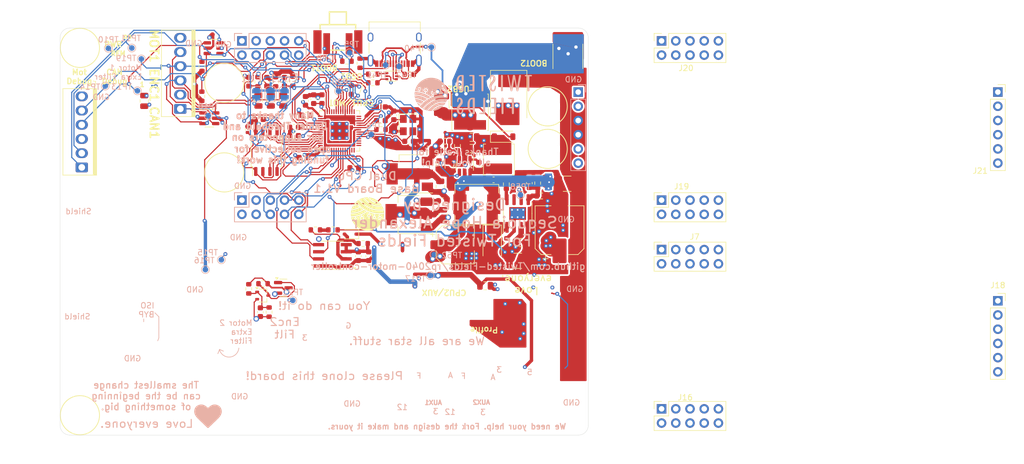
<source format=kicad_pcb>
(kicad_pcb (version 20240108) (generator "pcbnew") (generator_version "8.0")
  (title_block (title "Dual CPU Base Board") (date "2024-04-20") (rev "REV1.1") (company "Twisted Fields, LLC"))
  (layers (0 "F.Cu" signal) (1 "In1.Cu" signal) (2 "In2.Cu" signal) (31 "B.Cu" signal) (34 "B.Paste" user) (35 "F.Paste" user) (36 "B.SilkS" user "B.Silkscreen") (37 "F.SilkS" user "F.Silkscreen") (38 "B.Mask" user) (39 "F.Mask" user) (44 "Edge.Cuts" user))
  (net 0 "")
  (net 1 "GND")
  (net 3 "+3V3")
  (net 4 "+1V1")
  (net 5 "VMOT")
  (net 11 "unconnected-(U15-GPIO19-Pad30)")
  (net 12 "/ENC1_SCK")
  (net 13 "/ENC1_CS")
  (net 17 "Net-(C28-Pad1)")
  (net 18 "/ENC1_RX")
  (net 19 "Net-(U15-XIN)")
  (net 20 "+12V")
  (net 23 "/FB")
  (net 24 "/SW")
  (net 29 "Net-(U15-XOUT)")
  (net 30 "M1C_PWM_H")
  (net 31 "M1C_PWM_L\\")
  (net 32 "Net-(D31-A)")
  (net 33 "/USB_D+")
  (net 34 "/USB_D-")
  (net 35 "/TH_MOTOR1")
  (net 36 "Net-(J1-CC1)")
  (net 37 "/SWCLK")
  (net 38 "/SWD")
  (net 39 "/GPIO25")
  (net 40 "/GPIO24")
  (net 42 "Net-(J1-CC2)")
  (net 44 "/QSPI_SS")
  (net 45 "/~{USB_BOOT}")
  (net 46 "/USB_DP")
  (net 47 "/USB_DN")
  (net 48 "M1A_SENSE")
  (net 49 "/BS")
  (net 50 "/5V_EN")
  (net 51 "Net-(U33-EN)")
  (net 52 "/Bridge_TH_1")
  (net 53 "/QSPI_SD1")
  (net 54 "Net-(U24-FB)")
  (net 55 "Net-(U24-BS)")
  (net 56 "Net-(U24-SW)")
  (net 57 "/QSPI_SD2")
  (net 58 "/QSPI_SD0")
  (net 59 "/QSPI_SCLK")
  (net 60 "M1C_SENSE")
  (net 61 "/QSPI_SD3")
  (net 62 "M1B_PWM_H")
  (net 63 "M1B_PWM_L\\")
  (net 64 "M1A_PWM_H")
  (net 65 "M1A_PWM_L\\")
  (net 66 "Net-(R60-Pad1)")
  (net 67 "Net-(R61-Pad1)")
  (net 68 "Net-(C114-Pad2)")
  (net 69 "Net-(R95-Pad1)")
  (net 70 "/GPIO0")
  (net 71 "+3.3VA")
  (net 72 "+5V")
  (net 73 "/GPIO1")
  (net 74 "/VDC_CS")
  (net 75 "/VDC_CLK")
  (net 76 "VBUS2")
  (net 77 "Net-(R2-Pad2)")
  (net 78 "/GPIO23")
  (net 79 "Net-(JP9-B)")
  (net 80 "Net-(JP8-B)")
  (net 81 "Net-(JP2-B)")
  (net 136 "/VMOT_RAW")
  (net 137 "Net-(F1-Pad2)")
  (net 138 "Net-(Q4-G)")
  (net 139 "/12V_switched")
  (net 140 "Net-(Q3-G)")
  (footprint "Capacitor_SMD:C_0603_1608Metric" (layer "F.Cu") (at 121.98 73.615 90)
    (property "Reference" "C34" (hide yes))
    (property "Value" "1u")
  )
  (footprint "Capacitor_SMD:C_0603_1608Metric" (layer "F.Cu") (at 120.615 76.49 180)
    (property "Reference" "C32" (hide yes))
    (property "Value" "1u")
  )
  (footprint "Capacitor_SMD:C_0603_1608Metric" (layer "F.Cu") (at 129.225 85.875 180)
    (property "Reference" "C38" (hide yes))
    (property "Value" "100n")
  )
  (footprint "Capacitor_SMD:C_0603_1608Metric" (layer "F.Cu") (at 112.17 77.23)
    (property "Reference" "C21" (hide yes))
    (property "Value" "100n")
  )
  (footprint "Resistor_SMD:R_0402_1005Metric" (layer "F.Cu") (at 110.15 79.06 -90)
    (property "Reference" "R42" (hide yes))
    (property "Value" "DNS")
  )
  (footprint "Package_SO:SOIC-8_5.23x5.23mm_P1.27mm" (layer "F.Cu") (at 113.525 82.94 90)
    (property "Reference" "U12" (hide yes))
    (property "Value" "W25Q128JVSIQ")
  )
  (footprint "Capacitor_SMD:C_0603_1608Metric" (layer "F.Cu") (at 136.3 76.505 90)
    (property "Reference" "C28" (hide yes))
    (property "Value" "20p")
  )
  (footprint "Resistor_SMD:R_0603_1608Metric" (layer "F.Cu") (at 127.915 66.84)
    (property "Reference" "R41" (hide yes))
    (property "Value" "1.1k")
  )
  (footprint "Capacitor_SMD:C_0603_1608Metric" (layer "F.Cu") (at 118.465 78.64 180)
    (property "Reference" "C33" (hide yes))
    (property "Value" "100n")
  )
  (footprint "Capacitor_SMD:C_0603_1608Metric" (layer "F.Cu") (at 128.7 71.955 90)
    (property "Reference" "C37" (hide yes))
    (property "Value" "100n")
  )
  (footprint "Capacitor_SMD:C_0603_1608Metric" (layer "F.Cu") (at 133.985 75)
    (property "Reference" "C39" (hide yes))
    (property "Value" "100n")
  )
  (footprint "Resistor_SMD:R_0603_1608Metric" (layer "F.Cu") (at 132.547 69.138 180)
    (property "Reference" "R60" (hide yes))
    (property "Value" "27R")
  )
  (footprint "Capacitor_SMD:C_0603_1608Metric" (layer "F.Cu") (at 133.985 77.44)
    (property "Reference" "C31" (hide yes))
    (property "Value" "100n")
  )
  (footprint "Capacitor_SMD:C_0603_1608Metric" (layer "F.Cu") (at 120.15 84.05 180)
    (property "Reference" "C36" (hide yes))
    (property "Value" "100n")
  )
  (footprint "Capacitor_SMD:C_0603_1608Metric" (layer "F.Cu") (at 120.51 73.915 90)
    (property "Reference" "C41" (hide yes))
    (property "Value" "100n")
  )
  (footprint "RP2040_minimal:RP2040-QFN-56" (layer "F.Cu") (at 126.6 79.29 90)
    (property "Reference" "U15" (hide yes))
    (property "Value" "RP2040")
  )
  (footprint "Capacitor_SMD:C_0603_1608Metric" (layer "F.Cu") (at 139.025 81.15)
    (property "Reference" "C27" (hide yes))
    (property "Value" "20p")
  )
  (footprint "Resistor_SMD:R_0603_1608Metric" (layer "F.Cu") (at 132.547 70.688 180)
    (property "Reference" "R61" (hide yes))
    (property "Value" "27R")
  )
  (footprint "Capacitor_SMD:C_0603_1608Metric" (layer "F.Cu") (at 118.465 80.14 180)
    (property "Reference" "C30" (hide yes))
    (property "Value" "100n")
  )
  (footprint "Capacitor_SMD:C_0603_1608Metric" (layer "F.Cu") (at 123.45 73.615 90)
    (property "Reference" "C40" (hide yes))
    (property "Value" "100n")
  )
  (footprint "Resistor_SMD:R_0603_1608Metric" (layer "F.Cu") (at 134.015 79.04)
    (property "Reference" "R52" (hide yes))
    (property "Value" "1.1k")
  )
  (footprint "Capacitor_SMD:C_0805_2012Metric" (layer "F.Cu") (at 152.628 106.969)
    (property "Reference" "C29" (hide yes))
    (property "Value" "10u")
  )
  (footprint "Capacitor_SMD:C_0805_2012Metric" (layer "F.Cu") (at 114.315 73.875 -90)
    (property "Reference" "C88" (hide yes))
    (property "Value" "22nF")
  )
  (footprint "Capacitor_SMD:CP_Elec_6.3x7.7" (layer "F.Cu") (at 147.285 99.64)
    (property "Reference" "C115" (hide yes))
    (property "Value" "220uF 25V")
  )
  (footprint "parts:KEY-SMD_KT11B2SAM34LFS" (layer "F.Cu") (at 126.3 63.55 -90)
    (property "Reference" "SW1" (hide yes))
    (property "Value" "KT11B2SAM34LFS" (hide yes))
  )
  (footprint "Package_TO_SOT_SMD:SOT-223-3_TabPin2" (layer "F.Cu") (at 138.965 94.25 180)
    (property "Reference" "U32" (hide yes))
    (property "Value" "TLV1117LV33DCYR")
  )
  (footprint "Capacitor_SMD:C_0805_2012Metric" (layer "F.Cu") (at 112.105 73.875 90)
    (property "Reference" "C87" (hide yes))
    (property "Value" "22nF")
  )
  (footprint "Capacitor_SMD:C_0603_1608Metric" (layer "F.Cu") (at 110.391999 70.5 -90)
    (property "Reference" "C62" (hide yes))
    (property "Value" "47p")
  )
  (footprint "Capacitor_SMD:C_0603_1608Metric" (layer "F.Cu") (at 160.520001 88.629999 -90)
    (property "Reference" "C113" (hide yes))
    (property "Value" "47p")
  )
  (footprint "RP2040_minimal:MountingHole_3.9mm_Plastite_#6" (layer "F.Cu") (at 80.2 64.45)
    (property "Reference" "H4" (hide yes))
    (property "Value" "MountingHole")
  )
  (footprint "Package_TO_SOT_SMD:SOT-223-3_TabPin2" (layer "F.Cu") (at 139.146826 86.964466 180)
    (property "Reference" "U11" (hide yes))
    (property "Value" "TLV1117LV33DCYR")
  )
  (footprint "Capacitor_SMD:C_0603_1608Metric" (layer "F.Cu") (at 142.350535 82.526825 180)
    (property "Reference" "C121" (hide yes))
    (property "Value" "1u")
  )
  (footprint "Capacitor_SMD:C_0603_1608Metric" (layer "F.Cu") (at 154.13 88.04)
    (property "Reference" "C114" (hide yes))
    (property "Value" "100n")
  )
  (footprint "Package_TO_SOT_SMD:SOT-323_SC-70" (layer "F.Cu") (at 112.876841 108.715)
    (property "Reference" "Q4" (hide yes))
    (property "Value" "LBSS139WT1G" (hide yes))
  )
  (footprint "Resistor_SMD:R_0603_1608Metric" (layer "F.Cu") (at 145.399999 81.13 180)
    (property "Reference" "R15" (hide yes))
    (property "Value" "110k 0.1%")
  )
  (footprint "Resistor_SMD:R_0603_1608Metric" (layer "F.Cu") (at 139.044 69.184 180)
    (property "Reference" "R43" (hide yes))
    (property "Value" "5.1k")
  )
  (footprint "Capacitor_SMD:C_0805_2012Metric" (layer "F.Cu") (at 159.015 99.245)
    (property "Reference" "C112" (hide yes))
    (property "Value" "100nF 100V")
  )
  (footprint "Connector_PinSocket_2.54mm:PinSocket_2x05_P2.54mm_Vertical" (layer "F.Cu") (at 184.150291 128.959962 90)
    (property "Reference" "J16")
    (property "Value" "Conn_02x05_Odd_Even")
  )
  (footprint "Resistor_SMD:R_0603_1608Metric" (layer "F.Cu") (at 130.253999 67.186001 90)
    (property "Reference" "R44" (hide yes))
    (property "Value" "5.1k")
  )
  (footprint "Resistor_SMD:R_0603_1608Metric" (layer "F.Cu") (at 101.987 73.1 90)
    (property "Reference" "R62" (hide yes))
    (property "Value" "5.1k")
  )
  (footprint "Resistor_SMD:R_0603_1608Metric" (layer "F.Cu") (at 156.405001 88.795 90)
    (property "Reference" "R98" (hide yes))
    (property "Value" "10Ω")
  )
  (footprint "Connector_PinSocket_2.54mm:PinSocket_2x05_P2.54mm_Vertical" (layer "F.Cu") (at 184.15 63.2 90)
    (property "Reference" "J20")
    (property "Value" "Conn_02x05_Odd_Even")
  )
  (footprint "Resistor_SMD:R_0603_1608Metric" (layer "F.Cu") (at 125.425001 96.975 180)
    (property "Reference" "R2" (hide yes))
    (property "Value" "50k 0.1%")
  )
  (footprint "Capacitor_SMD:C_0805_2012Metric" (layer "F.Cu") (at 145.105001 94.335 -90)
    (property "Reference" "C110" (hide yes))
    (property "Value" "10u")
  )
  (footprint "Connector_PinSocket_2.54mm:PinSocket_1x06_P2.54mm_Vertical" (layer "F.Cu") (at 244.25 72.345)
    (property "Reference" "J21")
    (property "Value" "Conn_01x06")
  )
  (footprint "Resistor_SMD:R_0603_1608Metric" (layer "F.Cu") (at 162.010001 88.62 90)
    (property "Reference" "R96" (hide yes))
    (property "Value" "300k")
  )
  (footprint "Inductor_SMD:L_Chilisin_BMRB00060612" (layer "F.Cu") (at 151.134999 92.395 180)
    (property "Reference" "L3" (hide yes))
    (property "Value" "47uH")
  )
  (footprint "Resistor_SMD:R_0603_1608Metric" (layer "F.Cu") (at 114.01 111.670001 90)
    (property "Reference" "R22" (hide yes))
    (property "Value" "500k")
  )
  (footprint "Capacitor_SMD:C_0603_1608Metric" (layer "F.Cu") (at 145.025 91.794999)
    (property "Reference" "C122" (hide yes))
    (property "Value" "1u")
  )
  (footprint "Package_TO_SOT_SMD:SOT-666" (layer "F.Cu") (at 135.915 69.499999)
    (property "Reference" "U27" (hide yes))
    (property "Value" "USBLC6-2P6")
  )
  (footprint "Resistor_SMD:R_0603_1608Metric" (layer "F.Cu") (at 162.67 90.92 180)
    (property "Reference" "R97" (hide yes))
    (property "Value" "21.5k")
  )
  (footprint "Capacitor_SMD:C_0603_1608Metric" (layer "F.Cu") (at 116.767 70.5 -90)
    (property "Reference" "C60" (hide yes))
    (property "Value" "47p")
  )
  (footprint "Capacitor_SMD:C_0603_1608Metric" (layer "F.Cu") (at 129.96 101.68 -90)
    (property "Reference" "C35" (hide yes))
    (property "Value" "1u")
  )
  (footprint "Capacitor_SMD:C_0603_1608Metric" (layer "F.Cu") (at 113.602 70.5 -90)
    (property "Reference" "C61" (hide yes))
    (property "Value" "47p")
  )
  (footprint "Resistor_SMD:R_0603_1608Metric" (layer "F.Cu") (at 130.812 99.420001)
    (property "Reference" "R65" (hide yes))
    (property "Value" "5.1k 0.1%")
  )
  (footprint "Resistor_SMD:R_0603_1608Metric" (layer "F.Cu") (at 112.93 106.59)
    (property "Reference" "R20" (hide yes))
    (property "Value" "47k")
  )
  (footprint "Resistor_SMD:R_0603_1608Metric" (layer "F.Cu") (at 122.291101 96.98 180)
    (property "Reference" "R64" (hide yes))
    (property "Value" "50k 0.1%")
  )
  (footprint "Connector_PinSocket_2.54mm:PinSocket_2x05_P2.54mm_Vertical" (layer "F.Cu") (at 184.150291 100.499962 90)
    (property "Reference" "J7")
    (property "Value" "Conn_02x05_Odd_Even")
  )
  (footprint "Package_TO_SOT_SMD:SOT-23-6" (layer "F.Cu") (at 148.97 85.550003 -90)
    (property "Reference" "U24" (hide yes))
    (property "Value" "MT2492")
  )
  (footprint "taylor_footprints:twisted_icon" (layer "F.Cu") (at 131.392698 94.115236 180)
    (property "Reference" "G***" (hide yes))
    (property "Value" "LOGO" (hide yes))
  )
  (footprint "Capacitor_SMD:C_0603_1608Metric" (layer "F.Cu") (at 112.450711 111.682132 90)
    (property "Reference" "C14" (hide yes))
    (property "Value" "10uF 25v")
  )
  (footprint "Crystal:Crystal_SMD_3225-4Pin_3.2x2.5mm" (layer "F.Cu") (at 138.85 78.249999 -90)
    (property "Reference" "Y1" (hide yes))
    (property "Value" "12MHz")
  )
  (footprint "Diode_SMD:D_SOD-123" (layer "F.Cu") (at 155.92 80.325)
    (property "Reference" "D43" (hide yes))
    (property "Value" "B5819W SL")
  )
  (footprint "parts:Ckmtw-W-2510S06P_1x06_P2.54mm_Vertical" (layer "F.Cu") (at 80.188 85.814 90)
    (property "Reference" "J5" (hide yes))
    (property "Value" "Conn_01x06")
  )
  (footprint "Resistor_SMD:R_0603_1608Metric" (layer "F.Cu") (at 110.374767 107.514142 90)
    (property "Reference" "R21" (hide yes))
    (property "Value" "47k")
  )
  (footprint "Diode_SMD:D_SMA" (layer "F.Cu") (at 153.885 99.630001 -90)
    (property "Reference" "D27" (hide yes))
    (property "Value" "SS310")
  )
  (footprint "Capacitor_SMD:C_1210_3225Metric" (layer "F.Cu") (at 144.825 74.575 90)
    (property "Reference" "C3" (hide yes))
    (property "Value" "4.7uF 100V")
  )
  (footprint "parts:SOIC127P599X175-8N" (layer "F.Cu") (at 125.32 101.5225 180)
    (property "Reference" "U22" (hide yes))
    (property "Value" "ADS7822U")
  )
  (footprint "Fuse:Fuse_2920_7451Metric" (layer "F.Cu") (at 167.405 65.975 90)
    (property "Reference" "F1" (hide yes))
    (property "Value" "60V 1.5A hold polyfuse")
  )
  (footprint "Resistor_SMD:R_0603_1608Metric" (layer "F.Cu") (at 112 70.5 -90)
    (property "Reference" "R58" (hide yes))
    (property "Value" "10k")
  )
  (footprint "Package_TO_SOT_SMD:SOT-23-6" (layer "F.Cu") (at 103.325 77.025)
    (property "Reference" "U29" (hide yes))
    (property "Value" "USBLC6-4SC6")
  )
  (footprint "RP2040_minimal:MountingHole_3.9mm_Plastite_#6" (layer "F.Cu") (at 80.2 130.1)
    (property "Reference" "H3" (hide yes))
    (property "Value" "MountingHole")
  )
  (footprint "Resistor_SMD:R_0603_1608Metric" (layer "F.Cu") (at 147.670001 81.929999 90)
    (property "Reference" "R16" (hide yes))
    (property "Value" "15k 0.1%")
  )
  (footprint "Inductor_SMD:L_Sunlord_SWPA5040S" (layer "F.Cu") (at 155.075 84.4 90)
    (property "Reference" "L2" (hide yes))
    (property "Value" "10uH")
  )
  (footprint "Capacitor_SMD:C_1210_3225Metric" (layer "F.Cu") (at 167.275 88.725 180)
    (property "Reference" "C2" (hide yes))
    (property "Value" "4.7uF 100V")
  )
  (footprint "Inductor_SMD:L_Sunlord_SWPA6045S" (layer "F.Cu") (at 149.925 75.96 -90)
    (property "Reference" "L1" (hide yes))
    (property "Value" "68uH 1A")
  )
  (footprint "Connector_PinSocket_2.54mm:PinSocket_2x05_P2.54mm_Vertical" (layer "F.Cu") (at 184.15 91.66 90)
    (property "Reference" "J19")
    (property "Value" "Conn_02x05_Odd_Even")
  )
  (footprint "Package_SO:SOIC-8-1EP_3.9x4.9mm_P1.27mm_EP2.29x3mm_ThermalVias" (layer "F.Cu") (at 158.425 94.05 90)
    (property "Reference" "U33" (hide yes))
    (property "Value" "TX4139")
  )
  (footprint "Capacitor_SMD:C_0805_2012Metric" (layer "F.Cu") (at 150.165001 82.434999)
    (property "Reference" "C95" (hide yes))
    (property "Value" "47uF 10v")
  )
  (footprint "Resistor_SMD:R_0603_1608Metric" (layer "F.Cu") (at 156.5 99.305 -90)
    (property "Reference" "R95" (hide yes))
    (property "Value" "30mΩ 5%")
  )
  (footprint "Diode_SMD:D_SOD-323" (layer "F.Cu") (at 128.53 97.73 180)
    (property "Reference" "D31" (hide yes))
    (property "Value" "1N4148WS")
  )
  (footprint "Capacitor_SMD:C_0603_1608Metric" (layer "F.Cu") (at 131.81 101.68 90)
    (property "Reference" "C22" (hide yes))
    (property "Value" "100n")
  )
  (footprint "Capacitor_SMD:C_0805_2012Metric" (layer "F.Cu") (at 150.165 80.419999)
    (property "Reference" "C96" (hide yes))
    (property "Value" "22uF 25V")
  )
  (footprint "Capacitor_SMD:C_1210_3225Metric" (layer "F.Cu") (at 158.45 102.510001)
    (property "Reference" "C111" (hide yes))
    (property "Value" "4.7uF 100V")
  )
  (footprint "Package_TO_SOT_SMD:SOT-23-6" (layer "F.Cu") (at 104.1 64.5 180)
    (property "Reference" "U43" (hide yes))
    (property "Value" "USBLC6-4SC6")
  )
  (footprint "parts:Ckmtw-W-2510S06P_1x06_P2.54mm_Vertical" (layer "F.Cu") (at 97.8 75.35 90)
    (property "Reference" "J3" (hide yes))
    (property "Value" "Encoder 1")
  )
  (footprint "Capacitor_SMD:C_0805_2012Metric" (layer "F.Cu") (at 91.695 73.925 -90)
    (property "Reference" "C12" (hide yes))
    (property "Value" "10u")
  )
  (footprint "Resistor_SMD:R_0603_1608Metric" (layer "F.Cu") (at 118.25 70.4 -90)
    (property "Reference" "R54" (hide yes))
    (property "Value" "10k")
  )
  (footprint "Capacitor_SMD:CP_Elec_8x10.5" (layer "F.Cu") (at 165.919698 97.025001 90)
    (property "Reference" "C120" (hide yes))
    (property "Value" "47uF 63V solid")
  )
  (footprint "Capacitor_SMD:C_0603_1608Metric" (layer "F.Cu") (at 151.485 85.685001 -90)
    (property "Reference" "C98" (hide yes))
    (property "Value" "22nF")
  )
  (footprint "Resistor_SMD:R_0603_1608Metric" (layer "F.Cu") (at 115.19 70.5 -90)
    (property "Reference" "R56" (hide yes))
    (property "Value" "10k")
  )
  (footprint "Capacitor_SMD:C_0805_2012Metric" (layer "F.Cu") (at 116.525 73.875 -90)
    (property "Reference" "C89" (hide yes))
    (property "Value" "22nF")
  )
  (footprint "Capacitor_SMD:C_0805_2012Metric" (layer "F.Cu") (at 146.199999 85.720001 90)
    (property "Reference" "C94" (hide yes))
    (property "Value" "22uF 25V")
  )
  (footprint "driver_module:driver_module" (layer "F.Cu") (at 138.5 78.7)
    (property "Reference" "U1" (hide yes))
    (property "Value" "~" (hide yes))
  )
  (footprint "Package_TO_SOT_SMD:SOT-23" (layer "F.Cu") (at 116.555 107.34)
    (property "Reference" "Q3" (hide yes))
    (property "Value" "NCE40P05Y")
  )
  (footprint "Capacitor_SMD:C_0603_1608Metric" (layer "F.Cu") (at 145.41 82.82)
    (property "Reference" "C97" (hide yes))
    (property "Value" "22pF")
  )
  (footprint "Connector_PinSocket_2.54mm:PinSocket_1x06_P2.54mm_Vertical" (layer "F.Cu") (at 244.25 109.65)
    (property "Reference" "J18")
    (property "Value" "Conn_01x06")
  )
  (footprint "Capacitor_SMD:C_0805_2012Metric" (layer "F.Cu") (at 144.591825 89.244466 -90)
    (property "Reference" "C24" (hide yes))
    (property "Value" "10u")
  )
  (footprint "Resistor_SMD:R_0603_1608Metric" (layer "F.Cu") (at 144.379001 85.411002 90)
    (property "Reference" "R106" (hide yes))
    (property "Value" "100k")
  )
  (footprint "Resistor_SMD:R_0603_1608Metric" (layer "F.Cu") (at 102.012 67.75 -90)
    (property "Reference" "R63" (hide yes))
    (property "Value" "5.1k")
  )
  (footprint "Connector_USB:USB_C_Receptacle_XKB_U262-16XN-4BVC11" (layer "F.Cu") (at 136.45 63.6 180)
    (property "Reference" "J1" (hide yes))
    (property "Value" "CPU1 USB")
  )
  (footprint "Diode_SMD:D_SMC" (layer "F.Cu") (at 156.825 73.37 -90)
    (property "Reference" "D4" (hide yes))
    (property "Value" "SMAJ51A")
  )
  (footprint "TestPoint:TestPoint_Pad_D1.0mm" (layer "B.Cu") (at 89.475 64.475 180)
    (property "Reference" "TP11")
    (property "Value" "TestPoint")
  )
  (footprint "TestPoint:TestPoint_Pad_D1.0mm" (layer "B.Cu") (at 91.175 66.425 180)
    (property "Reference" "TP19")
    (property "Value" "TestPoint")
  )
  (footprint "TestPoint:TestPoint_Pad_D1.0mm" (layer "B.Cu") (at 90.475 72.125 180)
    (property "Reference" "TP13")
    (property "Value" "TestPoint")
  )
  (footprint "TestPoint:TestPoint_Pad_D1.0mm" (layer "B.Cu") (at 85.275 64.525 180)
    (property "Reference" "TP10")
    (property "Value" "TestPoint")
  )
  (footprint "TestPoint:TestPoint_Pad_D1.0mm" (layer "B.Cu") (at 143.025 64.325 180)
    (property "Reference" "TP40")
    (property "Value" "TestPoint")
  )
  (footprint "TestPoint:TestPoint_Pad_D1.0mm" (layer "B.Cu") (at 143.475 101.375 180)
    (property "Reference" "TP52")
    (property "Value" "TestPoint")
  )
  (footprint "TestPoint:TestPoint_Pad_D1.0mm" (layer "B.Cu") (at 132.275 79.925 180)
    (property "Reference" "TP6")
    (property "Value" "TestPoint")
  )
  (footprint "Jumper:SolderJumper-2_P1.3mm_Open_RoundedPad1.0x1.5mm" (layer "B.Cu") (at 114.275 72.725 -90)
    (property "Reference" "JP8" (hide yes))
    (property "Value" "SolderJumper_2_Open")
  )
  (footprint "TestPoint:TestPoint_Pad_D1.0mm" (layer "B.Cu") (at 84.725 71.275 180)
    (property "Reference" "TP14")
    (property "Value" "TestPoint")
  )
  (footprint "TestPoint:TestPoint_Pad_D1.0mm" (layer "B.Cu") (at 128.375 65.325 180)
    (property "Reference" "TP5")
    (property "Value" "TestPoint")
  )
  (footprint "TestPoint:TestPoint_Pad_D1.0mm" (layer "B.Cu") (at 137.225 67.775 180)
    (property "Reference" "TP42")
    (property "Value" "TestPoint")
  )
  (footprint "TestPoint:TestPoint_Pad_D1.0mm" (layer "B.Cu") (at 118.25 109.575 180)
    (property "Reference" "TP21")
    (property "Value" "TestPoint")
  )
  (footprint "TestPoint:TestPoint_Pad_D1.0mm" (layer "B.Cu") (at 134.825 67.525 180)
    (property "Reference" "TP41")
    (property "Value" "TestPoint")
  )
  (footprint "Jumper:SolderJumper-2_P1.3mm_Open_RoundedPad1.0x1.5mm" (layer "B.Cu") (at 116.775 72.725 -90)
    (property "Reference" "JP2" (hide yes))
    (property "Value" "SolderJumper_2_Open")
  )
  (footprint "TestPoint:TestPoint_Pad_D1.0mm" (layer "B.Cu") (at 142.775 105.125 180)
    (property "Reference" "TP17")
    (property "Value" "TestPoint")
  )
  (footprint "taylor_footprints:twisted_2" (layer "B.Cu") (at 163.246715 74.822147 180)
    (property "Reference" "G***" (hide yes))
    (property "Value" "LOGO" (hide yes))
  )
  (footprint "TestPoint:TestPoint_Pad_D1.0mm" (layer "B.Cu") (at 105.475 102.325 180)
    (property "Reference" "TP15")
    (property "Value" "TestPoint")
  )
  (footprint "taylor_footprints:twisted_icon" (layer "B.Cu") (at 142.790374 72.775 180)
    (property "Reference" "G***" (hide yes))
    (property "Value" "LOGO" (hide yes))
  )
  (footprint "taylor_footprints:twisted" (layer "B.Cu") (at 154.215374 70.75 180)
    (property "Reference" "G***" (hide yes))
    (property "Value" "LOGO" (hide yes))
  )
  (footprint "TestPoint:TestPoint_Pad_D1.0mm" (layer "B.Cu") (at 102.625 104.075 180)
    (property "Reference" "TP16")
    (property "Value" "TestPoint")
  )
  (footprint "TestPoint:TestPoint_Pad_D1.0mm" (layer "B.Cu") (at 158.925 90.725 180)
    (property "Reference" "TP58")
    (property "Value" "TestPoint")
  )
  (footprint "Jumper:SolderJumper-2_P1.3mm_Open_RoundedPad1.0x1.5mm" (layer "B.Cu") (at 111.725 72.725 -90)
    (property "Reference" "JP9" (hide yes))
    (property "Value" "SolderJumper_2_Open")
  )
  (footprint "TestPoint:TestPoint_Pad_D1.0mm" (layer "B.Cu") (at 126.425 72.175 180)
    (property "Reference" "TP20")
    (property "Value" "TestPoint")
  )
  (footprint "TestPoint:TestPoint_Pad_D1.0mm" (layer "B.Cu") (at 103.125 76.575 180)
    (property "Reference" "TP18")
    (property "Value" "TestPoint")
  )
  (gr_line (start 94.3 116.3) (end 94.1 116.8) (stroke (width 0.12)) (layer "B.SilkS"))
  (gr_line (start 94.3 114.5) (end 94.3 116.3) (stroke (width 0.12)) (layer "B.SilkS"))
  (gr_line (start 105.15 118.35) (end 105.85 118.65) (stroke (width 0.12)) (layer "B.SilkS"))
  (gr_line (start 93.6 111.8) (end 94.3 112.5) (stroke (width 0.12)) (layer "B.SilkS"))
  (gr_arc (start 108.599999 118.1) (mid 107.000707 119.699938) (end 105.151415 118.396996) (stroke (width 0.12)) (layer "B.SilkS"))
  (gr_line (start 94.3 112.5) (end 94.3 114.5) (stroke (width 0.12)) (layer "B.SilkS"))
  (gr_line (start 91.6 112.9) (end 91.6 113.4) (stroke (width 0.12)) (layer "B.SilkS"))
  (gr_line (start 105.15 118.35) (end 104.85 119.1) (stroke (width 0.12)) (layer "B.SilkS"))
  (gr_line (start 83 70.45) (end 82.95 71.25) (stroke (width 0.12)) (layer "F.SilkS"))
  (gr_line (start 82.6 70.375) (end 83 70.45) (stroke (width 0.12)) (layer "F.SilkS"))
  (gr_line (start 130.825 70.85) (end 130.15 72.625) (stroke (width 0.12)) (layer "F.SilkS"))
  (gr_line (start 89.225 71.1) (end 89.225 71.4) (stroke (width 0.12)) (layer "F.SilkS"))
  (gr_line (start 88.925 70.95) (end 89.225 71.1) (stroke (width 0.12)) (layer "F.SilkS"))
  (gr_arc (start 76.65 62.65) (mid 77.162563 61.412563) (end 78.4 60.9) (stroke (width 0.05)) (layer "Edge.Cuts"))
  (gr_arc (start 169.3 60.9) (mid 170.537437 61.412563) (end 171.05 62.65) (stroke (width 0.05)) (layer "Edge.Cuts"))
  (gr_line (start 76.65 131.9) (end 76.65 62.65) (stroke (width 0.05)) (layer "Edge.Cuts"))
  (gr_line (start 169.3 133.65) (end 78.4 133.65) (stroke (width 0.05)) (layer "Edge.Cuts"))
  (gr_arc (start 171.05 131.9) (mid 170.537437 133.137437) (end 169.3 133.65) (stroke (width 0.05)) (layer "Edge.Cuts"))
  (gr_line (start 169.3 60.9) (end 78.4 60.9) (stroke (width 0.05)) (layer "Edge.Cuts"))
  (gr_arc (start 78.4 133.65) (mid 77.162563 133.137437) (end 76.65 131.9) (stroke (width 0.05)) (layer "Edge.Cuts"))
  (gr_line (start 171.05 62.65) (end 171.05 131.9) (stroke (width 0.05)) (layer "Edge.Cuts"))
  (gr_text "12" (at 147.4 130.1 0) (layer "B.SilkS") (effects (font (size 1 1)) (justify left bottom mirror)))
  (gr_text "3" (at 120.95 116.85 0) (layer "B.SilkS") (effects (font (size 1 1)) (justify left bottom mirror)))
  (gr_text "Please clone this board!" (at 123.895 123.08 0) (layer "B.SilkS") (effects (font (size 1.4 1.5) (thickness 0.2)) (justify mirror)))
  (gr_text "Motor 1\nExtra Filter" (at 91.4 70.2 0) (layer "B.SilkS") (effects (font (size 1 1)) (justify left bottom mirror)))
  (gr_text "Motor 2\nExtra\nFilter" (at 111.1 117.4 0) (layer "B.SilkS") (effects (font (size 1 1)) (justify left bottom mirror)))
  (gr_text "5" (at 161.15 123 0) (layer "B.SilkS") (effects (font (size 1 1)) (justify left bottom mirror)))
  (gr_text "3" (at 155.7 122.55 0) (layer "B.SilkS") (effects (font (size 1 1)) (justify left bottom mirror)))
  (gr_text "The smallest change\ncan be the beginning\nof something big." (at 92.025 126.65 0) (layer "B.SilkS") (effects (font (size 1.2 1.2) (thickness 0.2)) (justify mirror)))
  (gr_text "GND" (at 128.85 128.05 0) (layer "B.SilkS") (effects (font (size 1 1)) (justify mirror)))
  (gr_text "AUX1" (at 143.35 127.85 0) (layer "B.SilkS") (effects (font (size 0.8 0.8) (thickness 0.2)) (justify mirror)))
  (gr_text "We need your help. Fork the design and make it yours." (at 145.8 132.115 0) (layer "B.SilkS") (effects (font (size 1 1) (thickness 0.2)) (justify mirror)))
  (gr_text "F" (at 141.3 123.65 0) (layer "B.SilkS") (effects (font (size 1 1)) (justify left bottom mirror)))
  (gr_text "Designed by\nSequoia Hope Alexander\nFor Twisted Fields" (at 147.17 95.7 0) (layer "B.SilkS") (effects (font (size 2 2) (thickness 0.3)) (justify mirror)))
  (gr_text "GND" (at 100.55 63.65 0) (layer "B.SilkS") (effects (font (size 1 1)) (justify mirror)))
  (gr_text "GND" (at 167.1 95.1 0) (layer "B.SilkS") (effects (font (size 1 1)) (justify mirror)))
  (gr_text "3" (at 144.35 130 0) (layer "B.SilkS") (effects (font (size 1 1)) (justify left bottom mirror)))
  (gr_text "GND" (at 109.275 89.125 0) (layer "B.SilkS") (effects (font (size 1 1)) (justify mirror)))
  (gr_text "F" (at 149.25 123.7 0) (layer "B.SilkS") (effects (font (size 1 1)) (justify left bottom mirror)))
  (gr_text "GND" (at 124 66.3 0) (layer "B.SilkS") (effects (font (size 1 1)) (justify mirror)))
  (gr_text "GND" (at 89.6 119.95 0) (layer "B.SilkS") (effects (font (size 1 1)) (justify mirror)))
  (gr_text "ISO\nBYP" (at 93.6 112.7 0) (layer "B.SilkS") (effects (font (size 1 1)) (justify left bottom mirror)))
  (gr_text "A" (at 146.95 123.55 0) (layer "B.SilkS") (effects (font (size 1 1)) (justify left bottom mirror)))
  (gr_text "12" (at 138.85 129.25 0) (layer "B.SilkS") (effects (font (size 1 1)) (justify left bottom mirror)))
  (gr_text "GND" (at 84 73.25 0) (layer "B.SilkS") (effects (font (size 1 1)) (justify mirror)))
  (gr_text "Thanks Katie for\nall your help!" (at 147.5 84 -0) (layer "B.SilkS") (effects (font (size 1.2 1.2) (thickness 0.2)) (justify mirror)))
  (gr_text "Many thanks to\nDaniel Theobald and\nour supporters on " (at 115.075 78.475 0) (layer "B.SilkS") (effects (font (size 1.2 1.2) (thickness 0.3)) (justify mirror)))
  (gr_text "Dual CPU\nBase Board V1.1" (at 131.425 88.48 0) (layer "B.SilkS") (effects (font (size 1.4 1.5) (thickness 0.25) (bold yes)) (justify mirror)))
  (gr_text "Enc1 Filt" (at 114.225 69.83 0) (layer "B.SilkS") (effects (font (size 1.4 1.5) (thickness 0.2)) (justify mirror)))
  (gr_text "G" (at 128.2 114.1 0) (layer "B.SilkS") (effects (font (size 1 1)) (justify mirror)))
  (gr_text "github.com/Twisted-Fields/rp2040-motor-controller" (at 146 103.5 0) (layer "B.SilkS") (effects (font (size 1.2 1.2) (thickness 0.2)) (justify mirror)))
  (gr_text "3" (at 152.8 130.15 0) (layer "B.SilkS") (effects (font (size 1 1)) (justify left bottom mirror)))
  (gr_text "open collective for\nfunding this work!" (at 116.475 83.475 0) (layer "B.SilkS") (effects (font (size 1.2 1.2) (thickness 0.3)) (justify mirror)))
  (gr_text "Enc2\nFilt" (at 116.8 114.55 0) (layer "B.SilkS") (effects (font (size 1.4 1.5) (thickness 0.2)) (justify mirror)))
  (gr_text "You can do it!" (at 123.845 110.555 0) (layer "B.SilkS") (effects (font (size 1.4 1.5) (thickness 0.2)) (justify mirror)))
  (gr_text "GND" (at 105.8 63.85 0) (layer "B.SilkS") (effects (font (size 1 1)) (justify mirror)))
  (gr_text "A" (at 154.55 123.9 0) (layer "B.SilkS") (effects (font (size 1 1)) (justify left bottom mirror)))
  (gr_text "GND" (at 108.525 98.32 0) (layer "B.SilkS") (effects (font (size 1 1)) (justify mirror)))
  (gr_text "GND" (at 168.4 70.1 0) (layer "B.SilkS") (effects (font (size 1 1)) (justify mirror)))
  (gr_text "GND" (at 108.75 126.75 0) (layer "B.SilkS") (effects (font (size 1 1)) (justify mirror)))
  (gr_text "GND" (at 168.05 127.85 0) (layer "B.SilkS") (effects (font (size 1 1)) (justify mirror)))
  (gr_text "GND" (at 100.75 107.65 0) (layer "B.SilkS") (effects (font (size 1 1)) (justify mirror)))
  (gr_text "AUX2" (at 151.95 127.8 0) (layer "B.SilkS") (effects (font (size 0.8 0.8) (thickness 0.2)) (justify mirror)))
  (gr_text "GND" (at 168.65 107.55 0) (layer "B.SilkS") (effects (font (size 1 1)) (justify mirror)))
  (gr_text "Shield" (at 82.35 94.25 0) (layer "B.SilkS") (effects (font (size 1 1)) (justify left bottom mirror)))
  (gr_text "Love everyone." (at 92.13 131.615 0) (layer "B.SilkS") (effects (font (size 1.4 1.5) (thickness 0.2)) (justify mirror)))
  (gr_text "Shield" (at 82.15 113.05 0) (layer "B.SilkS") (effects (font (size 1 1)) (justify left bottom mirror)))
  (gr_text "We are all star stuff." (at 140.425 116.85 0) (layer "B.SilkS") (effects (font (size 1.4 1.5) (thickness 0.2)) (justify mirror)))
  (gr_text "on" (at 88.7 62.375 0) (layer "F.SilkS") (effects (font (size 0.85 0.85) (thickness 0.2))))
  (gr_text "Mot\nDebug" (at 80.1 69.6 0) (layer "F.SilkS") (effects (font (size 1 1) (thickness 0.2))))
  (gr_text "BOOT2" (at 161.325 67.15 180) (layer "F.SilkS") (effects (font (size 1 1) (thickness 0.2))))
  (gr_text "CPU2/AUX" (at 149.375 108.175 180) (layer "F.SilkS") (effects (font (size 1 1) (thickness 0.2)) (justify left)))
  (gr_text "Profile" (at 152.425 114.85 180) (layer "F.SilkS") (effects (font (size 1 1) (thickness 0.2))))
  (gr_text "1" (at 91.325 71 0) (layer "F.SilkS") (effects (font (size 0.85 0.85) (thickness 0.2))))
  (gr_text "Love\neveryone." (at 159.9918 106.8146 180) (layer "F.SilkS") (effects (font (size 1.3 1.3) (thickness 0.2))))
  (gr_text "REM" (at 87.03 65.46 0) (layer "F.SilkS") (effects (font (size 0.85 0.85) (thickness 0.2))))
  (gr_text "MOT1 ENC1" (at 93.45 67.6 270) (layer "F.SilkS") (effects (font (size 1.5 1.5) (thickness 0.3) (bold yes))))
  (gr_text "PWR" (at 86.125 63.825 0) (layer "F.SilkS") (effects (font (size 1 1) (thickness 0.2))))
  (gr_text "USB2" (at 147.85 71.75 180) (layer "F.SilkS") (effects (font (size 1 1) (thickness 0.2))))
  (gr_text "USB1" (at 128.725 69.5 180) (layer "F.SilkS") (effects (font (size 1 1) (thickness 0.2))))
  (gr_text "CAN1" (at 93.475 77.825 270) (layer "F.SilkS") (effects (font (size 1.5 1.5) (thickness 0.3) (bold yes))))
  (gr_text "CPU1/MOT" (at 132.825 74.225 180) (layer "F.SilkS") (effects (font (size 1 1) (thickness 0.2)) (justify left)))
  (gr_text "CAN\nDebug" (at 86.39 69.6 0) (layer "F.SilkS") (effects (font (size 1 1) (thickness 0.2))))
  (gr_text "BOOT1" (at 123.825 67.975 180) (layer "F.SilkS") (effects (font (size 1 1) (thickness 0.2))))
  (segment (start 164.500006 108.3) (end 164.5 108.300006) (width 0.2) (layer "F.Cu") (net 0))
  (segment (start 164.7 108.3) (end 164.500006 108.3) (width 0.2) (layer "F.Cu") (net 0))
  (segment (start 165.5 108.4) (end 164.8 108.4) (width 0.2) (layer "F.Cu") (net 0))
  (segment (start 164.8 108.4) (end 164.7 108.3) (width 0.2) (layer "F.Cu") (net 0))
  (segment (start 164.500006 108.300006) (end 164.5 108.300006) (width 0.2) (layer "F.Cu") (net 0))
  (via (at 165.5 108.4) (size 0.7) (drill 0.3) (layers "F.Cu" "B.Cu") (net 0))
  (segment (start 167.35 110.25) (end 167.35 121.241422) (width 0.2) (layer "B.Cu") (net 0))
  (segment (start 165.5 108.4) (end 167.35 110.25) (width 0.2) (layer "B.Cu") (net 0))
  (segment (start 167.35 121.241422) (end 166.88 121.711422) (width 0.2) (layer "B.Cu") (net 0))
  (segment (start 112.48858 112.495001) (end 112.450711 112.457132) (width 0.2) (layer "F.Cu") (net 1))
  (segment (start 139.93 81.02) (end 139.8 81.15) (width 0.6) (layer "F.Cu") (net 1))
  (segment (start 142.115 96.55) (end 143.176052 96.55) (width 1) (layer "F.Cu") (net 1))
  (segment (start 126.64 89.06) (end 126.64 87.30372) (width 0.2) (layer "F.Cu") (net 1))
  (segment (start 117.69 78.715156) (end 118.340813 79.365969) (width 0.6) (layer "F.Cu") (net 1))
  (segment (start 119.35 76) (end 119.35 75.6) (width 0.6) (layer "F.Cu") (net 1))
  (segment (start 142.645 81.02) (end 142.645 81.45736) (width 0.6) (layer "F.Cu") (net 1))
  (segment (start 140.014 104.901) (end 140.062134 104.901) (width 0.2) (layer "F.Cu") (net 1))
  (segment (start 116.292168 70.305401) (end 116.767 69.830569) (width 0.6) (layer "F.Cu") (net 1))
  (segment (start 101.484064 77.025) (end 102.1875 77.025) (width 0.6) (layer "F.Cu") (net 1))
  (segment (start 119.332945 75.582945) (end 119.332945 75.532945) (width 0.2) (layer "F.Cu") (net 1))
  (segment (start 134.76 77.27) (end 136.3 75.73) (width 0.6) (layer "F.Cu") (net 1))
  (segment (start 147.892322 81.105) (end 148.45 80.547322) (width 0.4) (layer "F.Cu") (net 1))
  (segment (start 135.75 70.595686) (end 135.794069 70.639755) (width 0.2) (layer "F.Cu") (net 1))
  (segment (start 120.9 73.14) (end 120.51 73.14) (width 0.6) (layer "F.Cu") (net 1))
  (segment (start 150.766 114.266) (end 151 114.5) (width 0.2) (layer "F.Cu") (net 1))
  (segment (start 105.536985 64.5) (end 105.542 64.494985) (width 0.2) (layer "F.Cu") (net 1))
  (segment (start 116.767 69.830569) (end 116.767 69.725) (width 0.6) (layer "F.Cu") (net 1))
  (segment (start 144.976052 94.75) (end 146 94.75) (width 1) (layer "F.Cu") (net 1))
  (segment (start 134.76 77.44) (end 134.76 77.27) (width 0.6) (layer "F.Cu") (net 1))
  (segment (start 115.43 85.47) (end 116 84.9) (width 0.2) (layer "F.Cu") (net 1))
  (segment (start 154.1716 107.5751) (end 154.837673 107.5751) (width 0.6) (layer "F.Cu") (net 1))
  (segment (start 145.480001 79.580001) (end 145.8 79.9) (width 0.6) (layer "F.Cu") (net 1))
  (segment (start 113.653682 77.23) (end 113.694037 77.189645) (width 0.6) (layer "F.Cu") (net 1))
  (segment (start 139.869 69.184) (end 140.77 68.283) (width 0.6) (layer "F.Cu") (net 1))
  (segment (start 119.375 84.05) (end 119.100073 84.05) (width 0.6) (layer "F.Cu") (net 1))
  (segment (start 117.69 80.14) (end 117.69 78.64) (width 0.6) (layer "F.Cu") (net 1))
  (segment (start 140.224 105.111) (end 140.014 104.901) (width 0.2) (layer "F.Cu") (net 1))
  (segment (start 112.450711 112.457132) (end 112.126823 112.457132) (width 0.2) (layer "F.Cu") (net 1))
  (segment (start 149.215001 84.1675) (end 149.215001 81.312323) (width 0.4) (layer "F.Cu") (net 1))
  (segment (start 131.71 100.805) (end 130.9 100.805) (width 0.6) (layer "F.Cu") (net 1))
  (segment (start 135.57 75) (end 136.3 75.73) (width 0.6) (layer "F.Cu") (net 1))
  (segment (start 131.637 100.732) (end 131.637 99.420001) (width 0.6) (layer "F.Cu") (net 1))
  (segment (start 130.0375 80.29) (end 131.60686 80.29) (width 0.2) (layer "F.Cu") (net 1))
  (segment (start 140.77 68.283) (end 140.77 66.704999) (width 0.6) (layer "F.Cu") (net 1))
  (segment (start 141.514 105.111) (end 140.224 105.111) (width 0.2) (layer "F.Cu") (net 1))
  (segment (start 154.4 106.75) (end 153.7845 106.75) (width 0.6) (layer "F.Cu") (net 1))
  (segment (start 153.7845 106.75) (end 153.5655 106.969) (width 0.6) (layer "F.Cu") (net 1))
  (segment (start 141.575535 82.526825) (end 141.176825 82.526825) (width 0.6) (layer "F.Cu") (net 1))
  (segment (start 149.087679 80.547322) (end 148.45 80.547322) (width 0.4) (layer "F.Cu") (net 1))
  (segment (start 132.13 66.705002) (end 132.534999 66.704999) (width 0.6) (layer "F.Cu") (net 1))
  (segment (start 141.543001 105.140001) (end 141.514 105.111) (width 0.2) (layer "F.Cu") (net 1))
  (segment (start 140.77 66.704999) (end 140.365001 66.705) (width 0.6) (layer "F.Cu") (net 1))
  (segment (start 146.725 85.475) (end 148.397815 85.475) (width 0.4) (layer "F.Cu") (net 1))
  (segment (start 130.9 100.805) (end 127.8725 100.805) (width 0.6) (layer "F.Cu") (net 1))
  (segment (start 122.8 72.84) (end 122.729509 72.910491) (width 0.6) (layer "F.Cu") (net 1))
  (segment (start 126.64 89.06) (end 126.402522 88.822522) (width 0.6) (layer "F.Cu") (net 1))
  (segment (start 126.64 87.30372) (end 127.64372 86.3) (width 0.2) (layer "F.Cu") (net 1))
  (segment (start 105.2375 64.5) (end 105.536985 64.5) (width 0.2) (layer "F.Cu") (net 1))
  (segment (start 112.126823 112.457132) (end 111.713955 112.87) (width 0.2) (layer "F.Cu") (net 1))
  (segment (start 131.60686 80.29) (end 131.696 80.37914) (width 0.2) (layer "F.Cu") (net 1))
  (segment (start 128.45 85.875) (end 128.875 86.3) (width 0.6) (layer "F.Cu") (net 1))
  (segment (start 141.176825 82.526825) (end 139.8 81.15) (width 0.6) (layer "F.Cu") (net 1))
  (segment (start 143.024 105.140001) (end 141.543001 105.140001) (width 0.2) (layer "F.Cu") (net 1))
  (segment (start 143.6075 71.8825) (end 144.825 73.1) (width 0.8) (layer "F.Cu") (net 1))
  (segment (start 142.784999 104.901) (end 143.024 105.140001) (width 0.6) (layer "F.Cu") (net 1))
  (segment (start 131.786001 66.361001) (end 132.13 66.705) (width 0.6) (layer "F.Cu") (net 1))
  (segment (start 123.45 72.84) (end 122.8 72.84) (width 0.6) (layer "F.Cu") (net 1))
  (segment (start 122.729509 72.910491) (end 122.729509 73.358001) (width 0.6) (layer "F.Cu") (net 1))
  (segment (start 111.35 112.506045) (end 111.713955 112.87) (width 0.2) (layer "F.Cu") (net 1))
  (segment (start 119.100073 84.05) (end 118.669072 83.618999) (width 0.6) (layer "F.Cu") (net 1))
  (segment (start 119.84 76.49) (end 119.35 76) (width 0.6) (layer "F.Cu") (net 1))
  (segment (start 145.8 91.794999) (end 145.8 91.402641) (width 1) (layer "F.Cu") (net 1))
  (segment (start 127.8725 100.805) (end 127.79 100.8875) (width 0.6) (layer "F.Cu") (net 1))
  (segment (start 148.969999 85.2955) (end 149.1 85.4255) (width 0.4) (layer "F.Cu") (net 1))
  (segment (start 144.591825 90.194466) (end 143.226826 90.194466) (width 1) (layer "F.Cu") (net 1))
  (segment (start 129.999241 100.805) (end 129.673472 100.479231) (width 0.2) (layer "F.Cu") (net 1))
  (segment (start 130.253999 66.361001) (end 131.786001 66.361001) (width 0.6) (layer "F.Cu") (net 1))
  (segment (start 149.215001 81.312323) (end 148.45 80.547322) (width 0.4) (layer "F.Cu") (net 1))
  (segment (start 122.095678 72.935923) (end 122.307431 72.935923) (width 0.6) (layer "F.Cu") (net 1))
  (segment (start 144.425 72.7) (end 144.825 73.1) (width 0.8) (layer "F.Cu") (net 1))
  (segment (start 148.397815 85.475) (end 148.969998 84.902817) (width 0.4) (layer "F.Cu") (net 1))
  (segment (start 142.115 96.55) (end 143.115001 96.55) (width 1) (layer "F.Cu") (net 1))
  (segment (start 122.307431 72.935923) (end 122.729509 73.358001) (width 0.6) (layer "F.Cu") (net 1))
  (segment (start 119.35 75.6) (end 119.332945 75.582945) (width 0.2) (layer "F.Cu") (net 1))
  (segment (start 112.945 77.23) (end 113.653682 77.23) (width 0.6) (layer "F.Cu") (net 1))
  (segment (start 132.815 66.985) (end 133.100001 67.27) (width 0.6) (layer "F.Cu") (net 1))
  (segment (start 115.43 86.54) (end 115.43 85.47) (width 0.2) (layer "F.Cu") (net 1))
  (segment (start 128.7 71.18) (end 129.896793 71.18) (width 0.4) (layer "F.Cu") (net 1))
  (segment (start 132.534999 66.704999) (end 132.815 66.985) (width 0.6) (layer "F.Cu") (net 1))
  (segment (start 121.98 72.84) (end 121.2 72.84) (width 0.6) (layer "F.Cu") (net 1))
  (segment (start 101.214614 76.75555) (end 101.484064 77.025) (width 0.6) (layer "F.Cu") (net 1))
  (segment (start 142.645 81.02) (end 139.93 81.02) (width 0.6) (layer "F.Cu") (net 1))
  (segment (start 122.8 72.84) (end 121.98 72.84) (width 0.6) (layer "F.Cu") (net 1))
  (segment (start 128.875 86.3) (end 128.899994 86.3) (width 0.6) (layer "F.Cu") (net 1))
  (segment (start 111.35 109.891841) (end 111.35 112.506045) (width 0.2) (layer "F.Cu") (net 1))
  (segment (start 113.70488 69.725) (end 114.478429 70.498549) (width 0.6) (layer "F.Cu") (net 1))
  (segment (start 129.896793 71.18) (end 130.102166 71.385373) (width 0.4) (layer "F.Cu") (net 1))
  (segment (start 145.8 91.402641) (end 144.591825 90.194466) (width 1) (layer "F.Cu") (net 1))
  (segment (start 149.215001 80.42) (end 149.087679 80.547322) (width 0.4) (layer "F.Cu") (net 1))
  (segment (start 131.81 100.905) (end 131.637 100.732) (width 0.6) (layer "F.Cu") (net 1))
  (segment (start 135.75 69.75) (end 135.75 70.595686) (width 0.2) (layer "F.Cu") (net 1))
  (segment (start 140.014 104.901) (end 142.784999 104.901) (width 0.6) (layer "F.Cu") (net 1))
  (segment (start 144.380001 95.285) (end 145.105001 95.285) (width 1) (layer "F.Cu") (net 1))
  (segment (start 147.670001 81.105) (end 147.892322 81.105) (width 0.4) (layer "F.Cu") (net 1))
  (segment (start 114.01 112.495001) (end 112.48858 112.495001) (width 0.2) (layer "F.Cu") (net 1))
  (segment (start 140.365001 66.705) (end 139.8 67.27) (width 0.6) (layer "F.Cu") (net 1))
  (segment (start 146.15 84.9) (end 146.725 85.475) (width 0.4) (layer "F.Cu") (net 1))
  (segment (start 148.97 84.4125) (end 148.969999 85.2955) (width 0.4) (layer "F.Cu") (net 1))
  (segment (start 154.683448 110.526) (end 154.684 110.526552) (width 0.6) (layer "F.Cu") (net 1))
  (segment (start 126.535 88.964026) (end 126.393496 88.822522) (width 0.6) (layer "F.Cu") (net 1))
  (segment (start 113.602 69.725) (end 113.70488 69.725) (width 0.6) (layer "F.Cu") (net 1))
  (segment (start 134.99 69.499999) (end 135.499999 69.499999) (width 0.2) (layer "F.Cu") (net 1))
  (segment (start 134.76 75) (end 135.57 75) (width 0.6) (layer "F.Cu") (net 1))
  (segment (start 142.645 81.45736) (end 141.575535 82.526825) (width 0.6) (layer "F.Cu") (net 1))
  (segment (start 153.5655 106.969) (end 154.1716 107.5751) (width 0.6) (layer "F.Cu") (net 1))
  (segment (start 143.226826 90.194466) (end 142.296826 89.264466) (width 1) (layer "F.Cu") (net 1))
  (segment (start 131.78514 80.29) (end 131.696 80.37914) (width 0.2) (layer "F.Cu") (net 1))
  (segment (start 148.97 84.4125) (end 149.215001 84.1675) (width 0.4) (layer "F.Cu") (net 1))
  (segment (start 132.75 80.29) (end 131.78514 80.29) (width 0.2) (layer "F.Cu") (net 1))
  (segment (start 148.969998 84.902817) (end 148.97 84.4125) (width 0.4) (layer "F.Cu") (net 1))
  (segment (start 144.771984 72.2625) (end 145.4593 72.949816) (width 0.8) (layer "F.Cu") (net 1))
  (segment (start 127.64372 86.3) (end 128.899994 86.3) (width 0.2) (layer "F.Cu") (net 1))
  (segment (start 143.115001 96.55) (end 144.380001 95.285) (width 1) (layer "F.Cu") (net 1))
  (segment (start 143.176052 96.55) (end 144.976052 94.75) (width 1) (layer "F.Cu") (net 1))
  (segment (start 111.876841 109.365) (end 111.35 109.891841) (width 0.2) (layer "F.Cu") (net 1))
  (segment (start 110.391999 69.725) (end 109.985766 69.725) (width 0.6) (layer "F.Cu") (net 1))
  (segment (start 121.2 72.84) (end 120.9 73.14) (width 0.6) (layer "F.Cu") (net 1))
  (segment (start 144.104 72.2625) (end 144.771984 72.2625) (width 0.8) (layer "F.Cu") (net 1))
  (segment (start 117.69 78.64) (end 117.69 78.715156) (width 0.6) (layer "F.Cu") (net 1))
  (segment (start 135.499999 69.499999) (end 135.75 69.75) (width 0.2) (layer "F.Cu") (net 1))
  (segment (start 109.985766 69.725) (end 109.660914 69.400148) (width 0.6) (layer "F.Cu") (net 1))
  (segment (start 121.2 72.84) (end 121.359137 72.999137) (width 0.6) (layer "F.Cu") (net 1))
  (segment (start 130.9 100.805) (end 129.999241 100.805) (width 0.2) (layer "F.Cu") (net 1))
  (segment (start 126.402522 88.822522) (end 126.393496 88.822522) (width 0.6) (layer "F.Cu") (net 1))
  (segment (start 131.81 100.905) (end 131.71 100.805) (width 0.6) (layer "F.Cu") (net 1))
  (segment (start 127.79 99.6175) (end 127.79 100.8875) (width 0.6) (layer "F.Cu") (net 1))
  (segment (start 140.062134 104.901) (end 140.802523 105.641389) (width 0.2) (layer "F.Cu") (net 1))
  (via (at 140.802523 105.641389) (size 0.7) (drill 0.3) (layers "F.Cu" "B.Cu") (net 1))
  (via (at 128.899994 86.3) (size 0.7) (drill 0.3) (layers "F.Cu" "B.Cu") (net 1))
  (via (at 163.8 91.8) (size 0.7) (drill 0.3) (layers "F.Cu" "B.Cu") (net 1))
  (via (at 159.5 115.5) (size 0.7) (drill 0.3) (layers "F.Cu" "B.Cu") (net 1))
  (via (at 117.647164 109.530719) (size 0.7) (drill 0.3) (layers "F.Cu" "B.Cu") (net 1))
  (via (at 149.25 101.25) (size 0.7) (drill 0.3) (layers "F.Cu" "B.Cu") (net 1))
  (via (at 154.837673 107.5751) (size 0.7) (drill 0.3) (layers "F.Cu" "B.Cu") (net 1))
  (via (at 166.54 96.149999) (size 0.7) (drill 0.3) (layers "F.Cu" "B.Cu") (net 1))
  (via (at 145.8 79.9) (size 0.7) (drill 0.3) (layers "F.Cu" "B.Cu") (net 1))
  (via (at 133.8526 80.64618) (size 0.7) (drill 0.3) (layers "F.Cu" "B.Cu") (net 1))
  (via (at 162.25 102.25) (size 0.7) (drill 0.3) (layers "F.Cu" "B.Cu") (net 1))
  (via (at 148.03 71) (size 0.65) (drill 0.25) (layers "F.Cu" "B.Cu") (net 1))
  (via (at 158.880765 116.431116) (size 0.7) (drill 0.3) (layers "F.Cu" "B.Cu") (net 1))
  (via (at 163.25 102.25) (size 0.7) (drill 0.3) (layers "F.Cu" "B.Cu") (net 1))
  (via (at 151.050075 101.26428) (size 0.7) (drill 0.3) (layers "F.Cu" "B.Cu") (net 1))
  (via (at 155.25 103.25) (size 0.7) (drill 0.3) (layers "F.Cu" "B.Cu") (net 1))
  (via (at 151.046 102) (size 0.7) (drill 0.3) (layers "F.Cu" "B.Cu") (net 1))
  (via (at 129.673472 100.479231) (size 0.7) (drill 0.3) (layers "F.Cu" "B.Cu") (net 1))
  (via (at 147.664579 80.303609) (size 0.7) (drill 0.3) (layers "F.Cu" "B.Cu") (net 1))
  (via (at 164.631212 107.277573) (size 0.7) (drill 0.3) (layers "F.Cu" "B.Cu") (net 1))
  (via (at 116 84.9) (size 0.7) (drill 0.3) (layers "F.Cu" "B.Cu") (net 1))
  (via (at 123.905002 64.575) (size 0.65) (drill 0.25) (layers "F.Cu" "B.Cu") (net 1))
  (via (at 106.196 101.3) (size 0.7) (drill 0.3) (layers "F.Cu" "B.Cu") (net 1))
  (via (at 135.794069 70.639755) (size 0.65) (drill 0.25) (layers "F.Cu" "B.Cu") (net 1))
  (via (at 126.393496 88.822522) (size 0.7) (drill 0.3) (layers "F.Cu" "B.Cu") (net 1))
  (via (at 161.3 97.5) (size 0.7) (drill 0.3) (layers "F.Cu" "B.Cu") (net 1))
  (via (at 162.25 103.25) (size 0.7) (drill 0.3) (layers "F.Cu" "B.Cu") (net 1))
  (via (at 155.65 115.25) (size 0.7) (drill 0.3) (layers "F.Cu" "B.Cu") (net 1))
  (via (at 113.694037 77.189645) (size 0.7) (drill 0.3) (layers "F.Cu" "B.Cu") (net 1))
  (via (at 145.7 83.9) (size 0.7) (drill 0.3) (layers "F.Cu" "B.Cu") (net 1))
  (via (at 163.7 92.7) (size 0.7) (drill 0.3) (layers "F.Cu" "B.Cu") (net 1))
  (via (at 156.749998 74.75) (size 1) (drill 0.6) (layers "F.Cu" "B.Cu") (net 1))
  (via (at 92.1 73) (size 0.7) (drill 0.3) (layers "F.Cu" "B.Cu") (net 1))
  (via (at 146 94.75) (size 1) (drill 0.6) (layers "F.Cu" "B.Cu") (net 1))
  (via (at 156.2 110.2) (size 0.7) (drill 0.3) (layers "F.Cu" "B.Cu") (net 1))
  (via (at 154.454 103.25) (size 0.7) (drill 0.3) (layers "F.Cu" "B.Cu") (net 1))
  (via (at 118.340813 79.365969) (size 0.7) (drill 0.3) (layers "F.Cu" "B.Cu") (net 1))
  (via (at 101.214614 76.75555) (size 0.7) (drill 0.3) (layers "F.Cu" "B.Cu") (net 1))
  (via (at 118.669072 83.618999) (size 0.7) (drill 0.3) (layers "F.Cu" "B.Cu") (net 1))
  (via (at 136.609972 80.884848) (size 0.7) (drill 0.3) (layers "F.Cu" "B.Cu") (net 1))
  (via (at 150.25 101.25) (size 0.7) (drill 0.3) (layers "F.Cu" "B.Cu") (net 1))
  (via (at 149.177889 102.049702) (size 0.7) (drill 0.3) (layers "F.Cu" "B.Cu") (net 1))
  (via (at 140.896 79) (size 0.7) (drill 0.3) (layers "F.Cu" "B.Cu") (net 1))
  (via (at 158.8 110) (size 0.7) (drill 0.3) (layers "F.Cu" "B.Cu") (net 1))
  (via (at 139.197617 75.704) (size 0.7) (drill 0.3) (layers "F.Cu" "B.Cu") (net 1))
  (via (at 130.102166 71.385373) (size 0.7) (drill 0.3) (layers "F.Cu" "B.Cu") (net 1))
  (via (at 159.5 113.8) (size 0.7) (drill 0.3) (layers "F.Cu" "B.Cu") (net 1))
  (via (at 119.332945 75.532945) (size 0.8) (drill 0.4) (layers "F.Cu" "B.Cu") (net 1))
  (via (at 150.177888 102.049702) (size 0.7) (drill 0.3) (layers "F.Cu" "B.Cu") (net 1))
  (via (at 111.713955 112.87) (size 1) (drill 0.6) (layers "F.Cu" "B.Cu") (net 1))
  (via (at 148.45 80.547322) (size 0.7) (drill 0.3) (layers "F.Cu" "B.Cu") (net 1))
  (via (at 163.8 93.6) (size 0.7) (drill 0.3) (layers "F.Cu" "B.Cu") (net 1))
  (via (at 109.660914 69.400148) (size 0.7) (drill 0.3) (layers "F.Cu" "B.Cu") (net 1))
  (via (at 135.404 80.783072) (size 0.7) (drill 0.3) (layers "F.Cu" "B.Cu") (net 1))
  (via (at 161.225071 107.254232) (size 0.7) (drill 0.3) (layers "F.Cu" "B.Cu") (net 1))
  (via (at 144.104 72.2625) (size 1) (drill 0.6) (layers "F.Cu" "B.Cu") (net 1))
  (via (at 146.759347 80.066061) (size 0.7) (drill 0.3) (layers "F.Cu" "B.Cu") (net 1))
  (via (at 149.1 85.4255) (size 0.7) (drill 0.3) (layers "F.Cu" "B.Cu") (net 1))
  (via (at 158.25 74.75) (size 1) (drill 0.6) (layers "F.Cu" "B.Cu") (net 1))
  (via (at 162.25 97.25) (size 0.7) (drill 0.3) (layers "F.Cu" "B.Cu") (net 1))
  (via (at 135.4 76) (size 0.7) (drill 0.3) (layers "F.Cu" "B.Cu") (net 1))
  (via (at 105.542 64.494985) (size 0.7) (drill 0.3) (layers "F.Cu" "B.Cu") (net 1))
  (via (at 116.292168 70.305401) (size 0.7) (drill 0.3) (layers "F.Cu" "B.Cu") (net 1))
  (via (at 166.549999 97.05) (size 0.7) (drill 0.3) (layers "F.Cu" "B.Cu") (net 1))
  (via (at 145.27471 90.042) (size 1) (drill 0.6) (layers "F.Cu" "B.Cu") (net 1))
  (via (at 145.4593 72.949816) (size 1) (drill 0.6) (layers "F.Cu" "B.Cu") (net 1))
  (via (at 149.9 80.3) (size 0.7) (drill 0.3) (layers "F.Cu" "B.Cu") (net 1))
  (via (at 136.371487 79.476848) (size 0.7) (drill 0.3) (layers "F.Cu" "B.Cu") (net 1))
  (via (at 155 74.75) (size 1) (drill 0.6) (layers "F.Cu" "B.Cu") (net 1))
  (via (at 131.696 80.37914) (size 0.7) (drill 0.3) (layers "F.Cu" "B.Cu") (net 1))
  (via (at 154.4 106.75) (size 0.7) (drill 0.3) (layers "F.Cu" "B.Cu") (net 1))
  (via (at 114.478429 70.498549) (size 0.7) (drill 0.3) (layers "F.Cu" "B.Cu") (net 1))
  (via (at 122.729509 73.358001) (size 0.8) (drill 0.4) (layers "F.Cu" "B.Cu") (net 1))
  (via (at 147.05557 84.80557) (size 0.7) (drill 0.3) (layers "F.Cu" "B.Cu") (net 1))
  (via (at 163.250001 103.25) (size 0.7) (drill 0.3) (layers "F.Cu" "B.Cu") (net 1))
  (via (at 164.5 90.5) (size 0.7) (drill 0.3) (layers "F.Cu" "B.Cu") (net 1))
  (via (at 161.4 105) (size 0.7) (drill 0.3) (layers "F.Cu" "B.Cu") (net 1))
  (segment (start 114.275 72.075) (end 116.775 72.075) (width 0.4) (layer "B.Cu") (net 1))
  (segment (start 111.725 72.075) (end 114.275 72.075) (width 0.4) (layer "B.Cu") (net 1))
  (segment (start 114.275 72.075) (end 114.275 70.701978) (width 0.4) (layer "B.Cu") (net 1))
  (segment (start 105.475 102.325) (end 105.475 102.021) (width 0.2) (layer "B.Cu") (net 1))
  (segment (start 116.775 70.788233) (end 116.292168 70.305401) (width 0.4) (layer "B.Cu") (net 1))
  (segment (start 105.475 102.021) (end 106.196 101.3) (width 0.2) (layer "B.Cu") (net 1))
  (segment (start 116.775 72.075) (end 116.775 70.788233) (width 0.4) (layer "B.Cu") (net 1))
  (segment (start 114.275 70.701978) (end 114.478429 70.498549) (width 0.4) (layer "B.Cu") (net 1))
  (segment (start 120.341454 83.564999) (end 120.826455 84.05) (width 0.6) (layer "F.Cu") (net 3))
  (segment (start 128.348696 84.55) (end 129.673696 85.875) (width 0.2) (layer "F.Cu") (net 3))
  (segment (start 127.6 82.7275) (end 127.6 83.85) (width 0.2) (layer "F.Cu") (net 3))
  (segment (start 144.35851 105) (end 150.05 105) (width 1) (layer "F.Cu") (net 3))
  (segment (start 159.7 121.512432) (end 159.715921 121.496511) (width 0.2) (layer "F.Cu") (net 3))
  (segment (start 129.673696 85.875) (end 130 85.875) (width 0.2) (layer "F.Cu") (net 3))
  (segment (start 130 85.875) (end 130 86.503364) (width 0.6) (layer "F.Cu") (net 3))
  (segment (start 127.6 83.85) (end 128.3 84.55) (width 0.2) (layer "F.Cu") (net 3))
  (segment (start 123.94 78.69) (end 123.95 78.7) (width 0.2) (layer "F.Cu") (net 3))
  (segment (start 144.20851 105.15) (end 144.35851 105) (width 1) (layer "F.Cu") (net 3))
  (segment (start 110.15 78.55) (end 110.15 78.475) (width 0.8) (layer "F.Cu") (net 3))
  (segment (start 152.8905 105.769) (end 157.069 105.769) (width 0.6) (layer "F.Cu") (net 3))
  (segment (start 128.7 73.287348) (end 128.7 72.73) (width 0.2) (layer "F.Cu") (net 3))
  (segment (start 123.1625 79.09) (end 123.0625 78.99) (width 0.2) (layer "F.Cu") (net 3))
  (segment (start 124 82.7275) (end 124 81.9) (width 0.2) (layer "F.Cu") (net 3))
  (segment (start 129.25 79.34364) (end 129.25 79.5) (width 0.2) (layer "F.Cu") (net 3))
  (segment (start 131.175 76.825) (end 131.175 77.052046) (width 0.2) (layer "F.Cu") (net 3))
  (segment (start 115.765713 68.915713) (end 114.440662 68.915713) (width 0.6) (layer "F.Cu") (net 3))
  (segment (start 151.6905 106.969) (end 152.8905 105.769) (width 0.6) (layer "F.Cu") (net 3))
  (segment (start 131.175 77.052046) (end 130.737046 77.49) (width 0.2) (layer "F.Cu") (net 3))
  (segment (start 120.04 78.99) (end 119.69 78.64) (width 0.2) (layer "F.Cu") (net 3))
  (segment (start 135.815 94.25) (end 136.287263 93.777737) (width 2) (layer "F.Cu") (net 3))
  (segment (start 115.19 69.65404) (end 115.19 69.675) (width 0.8) (layer "F.Cu") (net 3))
  (segment (start 133.01209 75) (end 131.38709 76.625) (width 0.6) (layer "F.Cu") (net 3))
  (segment (start 115.84702 68.99702) (end 115.19 69.65404) (width 0.8) (layer "F.Cu") (net 3))
  (segment (start 124 76.75) (end 124.2 76.95) (width 0.2) (layer "F.Cu") (net 3))
  (segment (start 111.62 78.4) (end 111.62 77.455) (width 0.8) (layer "F.Cu") (net 3))
  (segment (start 111.808184 78.4) (end 112.137631 78.070553) (width 0.8) (layer "F.Cu") (net 3))
  (segment (start 141.857 93.992) (end 140.000746 93.992) (width 2) (layer "F.Cu") (net 3))
  (segment (start 120.341454 83.564999) (end 122.370665 83.564999) (width 0.6) (layer "F.Cu") (net 3))
  (segment (start 129.26 77.49) (end 129.25 77.5) (width 0.2) (layer "F.Cu") (net 3))
  (segment (start 157.069 105.769) (end 160.9 109.6) (width 0.6) (layer "F.Cu") (net 3))
  (segment (start 128.3 84.55) (end 128.348696 84.55) (width 0.2) (layer "F.Cu") (net 3))
  (segment (start 124 75.8525) (end 124 76.75) (width 0.2) (layer "F.Cu") (net 3))
  (segment (start 122.370665 83.564999) (end 123.208164 82.7275) (width 0.6) (layer "F.Cu") (net 3))
  (segment (start 130.0375 79.09) (end 129.50364 79.09) (width 0.2) (layer "F.Cu") (net 3))
  (segment (start 130.0375 77.49) (end 129.26 77.49) (width 0.2) (layer "F.Cu") (net 3))
  (segment (start 120.826455 84.05) (end 120.925 84.05) (width 0.6) (layer "F.Cu") (net 3))
  (segment (start 127.6 75.8525) (end 127.6 74.387348) (width 0.2) (layer "F.Cu") (net 3))
  (segment (start 159.7 121.7) (end 159.7 121.512432) (width 0.2) (layer "F.Cu") (net 3))
  (segment (start 144.380001 93.385) (end 143.515001 94.25) (width 1) (layer "F.Cu") (net 3))
  (segment (start 102.012 68.575) (end 100.6 69.987) (width 0.8) (layer "F.Cu") (net 3))
  (segment (start 110.15 78.475) (end 111.395 77.23) (width 0.8) (layer "F.Cu") (net 3))
  (segment (start 118.25 69.575) (end 118.25 69.175) (width 0.8) (layer "F.Cu") (net 3))
  (segment (start 129.50364 79.09) (end 129.25 79.34364) (width 0.2) (layer "F.Cu") (net 3))
  (segment (start 123.208164 82.7275) (end 123.8 82.7275) (width 0.6) (layer "F.Cu") (net 3))
  (segment (start 111.62 79.34) (end 111.62 78.4) (width 0.8) (layer "F.Cu") (net 3))
  (segment (start 160.9 120.312432) (end 159.715921 121.496511) (width 0.6) (layer "F.Cu") (net 3))
  (segment (start 111.62 77.455) (end 111.395 77.23) (width 0.8) (layer "F.Cu") (net 3))
  (segment (start 123.0625 78.99) (end 120.04 78.99) (width 0.2) (layer "F.Cu") (net 3))
  (segment (start 105.67455 77.574551) (end 105.67455 77.816428) (width 0.6) (layer "F.Cu") (net 3))
  (segment (start 123.89 79.09) (end 123.9 79.1) (width 0.2) (layer "F.Cu") (net 3))
  (segment (start 115.84702 68.99702) (end 115.765713 68.915713) (width 0.6) (layer "F.Cu") (net 3))
  (segment (start 103.892 62.064) (end 104.025 62.197) (width 0.4) (layer "F.Cu") (net 3))
  (segment (start 140.000746 93.992) (end 139.980949 93.972203) (width 2) (layer "F.Cu") (net 3))
  (segment (start 123.354384 75.206884) (end 123.354384 74.981724) (width 0.2) (layer "F.Cu") (net 3))
  (segment (start 101.987 73.925) (end 100.912 72.85) (width 0.8) (layer "F.Cu") (net 3))
  (segment (start 100.912 72.85) (end 100.912 71.212) (width 0.8) (layer "F.Cu") (net 3))
  (segment (start 105.124999 77.025) (end 105.67455 77.574551) (width 0.6) (layer "F.Cu") (net 3))
  (segment (start 123.1625 77.09) (end 124.06 77.09) (width 0.2) (layer "F.Cu") (net 3))
  (segment (start 129.849223 86.693731) (end 129.809633 86.693731) (width 0.6) (layer "F.Cu") (net 3))
  (segment (start 119.69 78.64) (end 119.24 78.64) (width 0.2) (layer "F.Cu") (net 3))
  (segment (start 104.025 64.099999) (end 103.624999 64.5) (width 0.4) (layer "F.Cu") (net 3))
  (segment (start 160.9 109.6) (end 160.9 120.312432) (width 0.6) (layer "F.Cu") (net 3))
  (segment (start 127.6 75.8525) (end 127.6 76.85) (width 0.2) (layer "F.Cu") (net 3))
  (segment (start 133.21 75.39) (end 133.2 75.4) (width 0.2) (layer "F.Cu") (net 3))
  (segment (start 103.892 62.064) (end 103.353 62.603) (width 0.8) (layer "F.Cu") (net 3))
  (segment (start 103.624999 64.5) (end 102.9625 64.5) (width 0.4) (layer "F.Cu") (net 3))
  (segment (start 132.6 75.4) (end 131.175 76.825) (width 0.2) (layer "F.Cu") (net 3))
  (segment (start 123.1625 79.09) (end 123.89 79.09) (width 0.2) (layer "F.Cu") (net 3))
  (segment (start 142.115 94.25) (end 141.857 93.992) (width 2) (layer "F.Cu") (net 3))
  (segment (start 133.21 75) (end 133.21 75.39) (width 0.2) (layer "F.Cu") (net 3))
  (segment (start 159.7 121.330552) (end 159.7 121.7) (width 0.2) (layer "F.Cu") (net 3))
  (segment (start 151.6905 106.6405) (end 151.6905 106.969) (width 1) (layer "F.Cu") (net 3))
  (segment (start 117.75 68.675) (end 116.16904 68.675) (width 0.8) (layer "F.Cu") (net 3))
  (segment (start 123.1625 78.69) (end 123.94 78.69) (width 0.2) (layer "F.Cu") (net 3))
  (segment (start 127.6 74.387348) (end 128.7 73.287348) (width 0.2) (layer "F.Cu") (net 3))
  (segment (start 131.38709 76.625) (end 131.375 76.625) (width 0.6) (layer "F.Cu") (net 3))
  (segment (start 111.62 78.4) (end 111.808184 78.4) (width 0.8) (layer "F.Cu") (net 3))
  (segment (start 104.4625 77.025) (end 105.124999 77.025) (width 0.6) (layer "F.Cu") (net 3))
  (segment (start 133.21 75) (end 133.01209 75) (width 0.6) (layer "F.Cu") (net 3))
  (segment (start 116.16904 68.675) (end 115.84702 68.99702) (width 0.8) (layer "F.Cu") (net 3))
  (segment (start 124 75.8525) (end 123.354384 75.206884) (width 0.2) (layer "F.Cu") (net 3))
  (segment (start 139.786483 93.777737) (end 139.980949 93.972203) (width 2) (layer "F.Cu") (net 3))
  (segment (start 133.2 75.4) (end 132.6 75.4) (width 0.2) (layer "F.Cu") (net 3))
  (segment (start 112 69.675) (end 112 69.2) (width 0.6) (layer "F.Cu") (net 3))
  (segment (start 130.737046 77.49) (end 130.0375 77.49) (width 0.2) (layer "F.Cu") (net 3))
  (segment (start 100.912 71.212) (end 100.6 70.9) (width 0.8) (layer "F.Cu") (net 3))
  (segment (start 145.105001 93.385) (end 144.380001 93.385) (width 1) (layer "F.Cu") (net 3))
  (segment (start 124.06 77.09) (end 124.2 76.95) (width 0.2) (layer "F.Cu") (net 3))
  (segment (start 121.98 74.39) (end 123.45 74.39) (width 0.2) (layer "F.Cu") (net 3))
  (segment (start 112 69.2) (end 112.1 69.1) (width 0.6) (layer "F.Cu") (net 3))
  (segment (start 130 86.503364) (end 129.809633 86.693731) (width 0.6) (layer "F.Cu") (net 3))
  (segment (start 143.515001 94.25) (end 142.115 94.25) (width 1) (layer "F.Cu") (net 3))
  (segment (start 100.6 69.987) (end 100.6 70.9) (width 0.8) (layer "F.Cu") (net 3))
  (segment (start 136.287263 93.777737) (end 139.786483 93.777737) (width 2) (layer "F.Cu") (net 3))
  (segment (start 104.025 62.197) (end 104.025 64.099999) (width 0.4) (layer "F.Cu") (net 3))
  (segment (start 118.25 69.175) (end 117.75 68.675) (width 0.8) (layer "F.Cu") (net 3))
  (segment (start 150.05 105) (end 151.6905 106.6405) (width 1) (layer "F.Cu") (net 3))
  (via (at 112.1 69.1) (size 0.8) (drill 0.4) (layers "F.Cu" "B.Cu") (net 3))
  (via (at 144.20851 105.15) (size 1) (drill 0.6) (layers "F.Cu" "B.Cu") (net 3))
  (via (at 159.715921 121.496511) (size 0.7) (drill 0.3) (layers "F.Cu" "B.Cu") (net 3))
  (via (at 103.353 62.603) (size 0.8) (drill 0.4) (layers "F.Cu" "B.Cu") (net 3))
  (via (at 105.67455 77.816428) (size 0.7) (drill 0.3) (layers "F.Cu" "B.Cu") (net 3))
  (via (at 137.40467 94.267748) (size 1) (drill 0.6) (layers "F.Cu" "B.Cu") (net 3))
  (via (at 123.354384 74.981724) (size 0.7) (drill 0.3) (layers "F.Cu" "B.Cu") (net 3))
  (via (at 120.341454 83.564999) (size 0.7) (drill 0.3) (layers "F.Cu" "B.Cu") (net 3))
  (via (at 114.440662 68.915713) (size 0.8) (drill 0.4) (layers "F.Cu" "B.Cu") (net 3))
  (via (at 100.6 70.9) (size 0.8) (drill 0.4) (layers "F.Cu" "B.Cu") (net 3))
  (via (at 93.75 71.3) (size 0.7) (drill 0.3) (layers "F.Cu" "B.Cu") (net 3))
  (via (at 139.980949 93.972203) (size 1) (drill 0.6) (layers "F.Cu" "B.Cu") (net 3))
  (via (at 92.6 74.6) (size 0.7) (drill 0.3) (layers "F.Cu" "B.Cu") (net 3))
  (via (at 129.809633 86.693731) (size 0.8) (drill 0.4) (layers "F.Cu" "B.Cu") (net 3))
  (via (at 112.137631 78.070553) (size 0.8) (drill 0.4) (layers "F.Cu" "B.Cu") (net 3))
  (segment (start 93.08 71.16076) (end 93.08 71.225) (width 0.2) (layer "B.Cu") (net 3))
  (segment (start 144.18351 105.125) (end 144.20851 105.15) (width 0.8) (layer "B.Cu") (net 3))
  (segment (start 159.715921 121.496511) (end 159.658432 121.554) (width 0.2) (layer "B.Cu") (net 3))
  (segment (start 92.9925 71.225) (end 93.675 71.225) (width 0.2) (layer "B.Cu") (net 3))
  (segment (start 93.06837 71.14913) (end 93.08 71.16076) (width 0.2) (layer "B.Cu") (net 3))
  (segment (start 93.675 71.225) (end 93.75 71.3) (width 0.2) (layer "B.Cu") (net 3))
  (segment (start 142.775 105.125) (end 144.18351 105.125) (width 0.8) (layer "B.Cu") (net 3))
  (segment (start 120.871113 79.4) (end 120.062477 80.208636) (width 0.2) (layer "F.Cu") (net 4))
  (segment (start 119.993841 80.14) (end 120.062477 80.208636) (width 0.2) (layer "F.Cu") (net 4))
  (segment (start 122.091147 77.239994) (end 121.230153 76.379) (width 0.2) (layer "F.Cu") (net 4))
  (segment (start 123.99 77.49) (end 124 77.5) (width 0.2) (layer "F.Cu") (net 4))
  (segment (start 132.744314 77.44) (end 133.21 77.44) (width 0.2) (layer "F.Cu") (net 4))
  (segment (start 122.341152 77.49) (end 123.1625 77.49) (width 0.2) (layer "F.Cu") (net 4))
  (segment (start 122.091147 77.239995) (end 122.091147 77.239994) (width 0.2) (layer "F.Cu") (net 4))
  (segment (start 123.1625 77.49) (end 123.99 77.49) (width 0.2) (layer "F.Cu") (net 4))
  (segment (start 123.1625 79.49) (end 121.725684 79.49) (width 0.2) (layer "F.Cu") (net 4))
  (segment (start 130.0375 78.69) (end 128.81 78.69) (width 0.2) (layer "F.Cu") (net 4))
  (segment (start 130.0375 78.69) (end 131.494314 78.69) (width 0.2) (layer "F.Cu") (net 4))
  (segment (start 131.494314 78.69) (end 132.744314 77.44) (width 0.2) (layer "F.Cu") (net 4))
  (segment (start 122.091147 77.239995) (end 122.341152 77.49) (width 0.2) (layer "F.Cu") (net 4))
  (segment (start 121.725684 79.49) (end 121.635684 79.4) (width 0.2) (layer "F.Cu") (net 4))
  (segment (start 119.24 80.14) (end 119.993841 80.14) (width 0.2) (layer "F.Cu") (net 4))
  (segment (start 121.635684 79.4) (end 120.871113 79.4) (width 0.2) (layer "F.Cu") (net 4))
  (via (at 120.062477 80.208636) (size 0.7) (drill 0.3) (layers "F.Cu" "B.Cu") (net 4))
  (via (at 122.091147 77.239995) (size 0.7) (drill 0.3) (layers "F.Cu" "B.Cu") (net 4))
  (segment (start 122.091147 78.179966) (end 120.062477 80.208636) (width 0.2) (layer "B.Cu") (net 4))
  (segment (start 122.091147 77.239995) (end 122.091147 78.179966) (width 0.2) (layer "B.Cu") (net 4))
  (segment (start 126.250001 96.975) (end 132.725 96.975) (width 0.2) (layer "F.Cu") (net 5))
  (segment (start 159.06 97.940076) (end 158.064999 98.935076) (width 1) (layer "F.Cu") (net 5))
  (segment (start 164.35 98.300001) (end 164.150001 98.3) (width 2) (layer "F.Cu") (net 5))
  (segment (start 163.494698 99.850001) (end 164.369698 100.725001) (width 2) (layer "F.Cu") (net 5))
  (segment (start 150.045995 76.45) (end 145.625441 76.45) (width 2) (layer "F.Cu") (net 5))
  (segment (start 150.045997 78.089003) (end 150.045997 76.449998) (width 2) (layer "F.Cu") (net 5))
  (segment (start 150.045997 76.449998) (end 150.045995 76.45) (width 2) (layer "F.Cu") (net 5))
  (segment (start 145.625441 76.45) (end 145.225441 76.05) (width 2) (layer "F.Cu") (net 5))
  (segment (start 157.92 100.18) (end 157.15 100.18) (width 2) (layer "F.Cu") (net 5))
  (segment (start 157.45 100.65) (end 156.975 100.335) (width 2) (layer "F.Cu") (net 5))
  (segment (start 156.45 101.250001) (end 156.45 100.859999) (width 2) (layer "F.Cu") (net 5))
  (segment (start 158.05 100.05) (end 157.92 100.18) (width 2) (layer "F.Cu") (net 5))
  (segment (start 156.45 100.859999) (end 156.975 100.335) (width 2) (layer "F.Cu") (net 5))
  (segment (start 159.06 96.525001) (end 159.06 97.940076) (width 1) (layer "F.Cu") (net 5))
  (segment (start 165.919698 100.725001) (end 165.175001 100.725001) (width 2) (layer "F.Cu") (net 5))
  (segment (start 156.975 101.909999) (end 157.45 100.65) (width 2) (layer "F.Cu") (net 5))
  (segment (start 164.150001 98.3) (end 163.55 98.900001) (width 2) (layer "F.Cu") (net 5))
  (segment (start 156.150001 100.950001) (end 156.45 101.250001) (width 2) (layer "F.Cu") (net 5))
  (segment (start 149.925 78.21) (end 150.045997 78.089003) (width 2) (layer "F.Cu") (net 5))
  (segment (start 145.225441 76.05) (end 144.825 76.05) (width 2) (layer "F.Cu") (net 5))
  (segment (start 164.369698 100.725001) (end 165.919698 100.725001) (width 2) (layer "F.Cu") (net 5))
  (segment (start 158.064999 98.935076) (end 158.064999 99.245) (width 1) (layer "F.Cu") (net 5))
  (segment (start 132.725 96.975) (end 132.880647 96.819353) (width 0.2) (layer "F.Cu") (net 5))
  (segment (start 165.175001 100.725001) (end 164.25 99.8) (width 2) (layer "F.Cu") (net 5))
  (via (at 132.880647 96.819353) (size 0.7) (drill 0.3) (layers "F.Cu" "B.Cu") (net 5))
  (via (at 158.05 100.05) (size 0.7) (drill 0.3) (layers "F.Cu" "B.Cu") (net 5))
  (via (at 164.25 99.8) (size 0.7) (drill 0.3) (layers "F.Cu" "B.Cu") (net 5))
  (via (at 157.15 99.65) (size 0.7) (drill 0.3) (layers "F.Cu" "B.Cu") (net 5))
  (via (at 163.55 98.900001) (size 0.7) (drill 0.3) (layers "F.Cu" "B.Cu") (net 5))
  (via (at 157.450001 100.85) (size 0.7) (drill 0.3) (layers "F.Cu" "B.Cu") (net 5))
  (via (at 150.045997 76.449998) (size 1) (drill 0.6) (layers "F.Cu" "B.Cu") (net 5))
  (via (at 156.150001 100.950001) (size 0.7) (drill 0.3) (layers "F.Cu" "B.Cu") (net 5))
  (via (at 147.25 76.45) (size 1) (drill 0.6) (layers "F.Cu" "B.Cu") (net 5))
  (via (at 164.35 98.300001) (size 0.7) (drill 0.3) (layers "F.Cu" "B.Cu") (net 5))
  (via (at 148.75 76.45) (size 1) (drill 0.6) (layers "F.Cu" "B.Cu") (net 5))
  (via (at 163.494698 99.850001) (size 0.7) (drill 0.3) (layers "F.Cu" "B.Cu") (net 5))
  (segment (start 148.192767 97.3) (end 147.492767 98) (width 0.3) (layer "B.Cu") (net 5))
  (segment (start 149.886396 97.5) (end 149.686396 97.3) (width 0.3) (layer "B.Cu") (net 5))
  (segment (start 149.686396 97.3) (end 148.192767 97.3) (width 0.3) (layer "B.Cu") (net 5))
  (segment (start 152.7 97.5) (end 149.886396 97.5) (width 0.3) (layer "B.Cu") (net 5))
  (segment (start 144.7 97.3) (end 133.361294 97.3) (width 0.3) (layer "B.Cu") (net 5))
  (segment (start 156.150001 100.950001) (end 152.7 97.5) (width 0.3) (layer "B.Cu") (net 5))
  (segment (start 133.361294 97.3) (end 132.880647 96.819353) (width 0.3) (layer "B.Cu") (net 5))
  (segment (start 145.4 98) (end 144.7 97.3) (width 0.3) (layer "B.Cu") (net 5))
  (segment (start 147.492767 98) (end 145.4 98) (width 0.3) (layer "B.Cu") (net 5))
  (segment (start 132.123209 74.331636) (end 132.49211 73.962735) (width 0.2) (layer "F.Cu") (net 11))
  (segment (start 132.876479 86.772086) (end 132.497276 86.392883) (width 0.2) (layer "F.Cu") (net 11))
  (segment (start 132.876479 89.1) (end 132.876479 86.772086) (width 0.2) (layer "F.Cu") (net 11))
  (segment (start 133.367068 84.608) (end 135.99027 84.608) (width 0.2) (layer "F.Cu") (net 11))
  (segment (start 135.99027 84.608) (end 136.146736 84.764466) (width 0.2) (layer "F.Cu") (net 11))
  (segment (start 136.146736 84.764466) (end 139.924097 84.764466) (width 0.2) (layer "F.Cu") (net 11))
  (segment (start 129.476105 74.331636) (end 132.123209 74.331636) (width 0.2) (layer "F.Cu") (net 11))
  (segment (start 128.8 75.007741) (end 129.476105 74.331636) (width 0.2) (layer "F.Cu") (net 11))
  (segment (start 133 89.223521) (end 132.876479 89.223521) (width 0.2) (layer "F.Cu") (net 11))
  (segment (start 139.924097 84.764466) (end 140.488563 84.2) (width 0.2) (layer "F.Cu") (net 11))
  (segment (start 128.8 75.8525) (end 128.8 75.007741) (width 0.2) (layer "F.Cu") (net 11))
  (segment (start 132.497276 85.477792) (end 133.367068 84.608) (width 0.2) (layer "F.Cu") (net 11))
  (segment (start 133 89.223521) (end 132.876479 89.1) (width 0.2) (layer "F.Cu") (net 11))
  (segment (start 132.497276 86.392883) (end 132.497276 85.477792) (width 0.2) (layer "F.Cu") (net 11))
  (via (at 132.49211 73.962735) (size 0.7) (drill 0.3) (layers "F.Cu" "B.Cu") (net 11))
  (via (at 140.488563 84.2) (size 0.7) (drill 0.3) (layers "F.Cu" "B.Cu") (net 11))
  (segment (start 132.49211 73.937811) (end 132.49211 73.962735) (width 0.2) (layer "B.Cu") (net 11))
  (segment (start 141.55 76.898528) (end 139.280595 74.629123) (width 0.2) (layer "B.Cu") (net 11))
  (segment (start 141.55 81.76325) (end 141.55 76.898528) (width 0.2) (layer "B.Cu") (net 11))
  (segment (start 138.126216 74.629123) (end 137.497093 74) (width 0.2) (layer "B.Cu") (net 11))
  (segment (start 140.488563 84.2) (end 140.488563 82.824687) (width 0.2) (layer "B.Cu") (net 11))
  (segment (start 133.423378 73.006543) (end 132.49211 73.937811) (width 0.2) (layer "B.Cu") (net 11))
  (segment (start 137.497093 74) (end 136.683682 74) (width 0.2) (layer "B.Cu") (net 11))
  (segment (start 140.488563 82.824687) (end 141.55 81.76325) (width 0.2) (layer "B.Cu") (net 11))
  (segment (start 139.280595 74.629123) (end 138.126216 74.629123) (width 0.2) (layer "B.Cu") (net 11))
  (segment (start 136.683682 74) (end 135.690225 73.006543) (width 0.2) (layer "B.Cu") (net 11))
  (segment (start 135.690225 73.006543) (end 133.423378 73.006543) (width 0.2) (layer "B.Cu") (net 11))
  (segment (start 116.863 71.225) (end 116.863 72.587) (width 0.2) (layer "F.Cu") (net 12))
  (segment (start 98.84963 71.64) (end 99.535 72.32537) (width 0.2) (layer "F.Cu") (net 12))
  (segment (start 111.395256 73.725) (end 115.725 73.725) (width 0.2) (layer "F.Cu") (net 12))
  (segment (start 96.745 66.585) (end 96.745 71.245) (width 0.2) (layer "F.Cu") (net 12))
  (segment (start 127.854 73.567663) (end 127.2 74.221663) (width 0.2) (layer "F.Cu") (net 12))
  (segment (start 109.688708 74.35) (end 109.973354 74.634646) (width 0.2) (layer "F.Cu") (net 12))
  (segment (start 115.725 73.725) (end 116.525 72.925) (width 0.2) (layer "F.Cu") (net 12))
  (segment (start 127.854 71.964104) (end 127.854 73.567663) (width 0.2) (layer "F.Cu") (net 12))
  (segment (start 99.535 73.450686) (end 101.134315 75.05) (width 0.2) (layer "F.Cu") (net 12))
  (segment (start 111.14325 73.692) (end 111.362256 73.692) (width 0.2) (layer "F.Cu") (net 12))
  (segment (start 96.745 71.245) (end 97.14 71.64) (width 0.2) (layer "F.Cu") (net 12))
  (segment (start 104.4625 76.075) (end 104.4 76.0125) (width 0.2) (layer "F.Cu") (net 12))
  (segment (start 104.683 74.35) (end 109.688708 74.35) (width 0.2) (layer "F.Cu") (net 12))
  (segment (start 118.2 71.275) (end 118.491996 71.566996) (width 0.2) (layer "F.Cu") (net 12))
  (segment (start 109.973354 74.634646) (end 110.66535 74.634646) (width 0.2) (layer "F.Cu") (net 12))
  (segment (start 118.6 71.275) (end 117.4 71.275) (width 0.2) (layer "F.Cu") (net 12))
  (segment (start 117.4 71.275) (end 116.913 71.275) (width 0.2) (layer "F.Cu") (net 12))
  (segment (start 98.14 65.19) (end 96.745 66.585) (width 0.2) (layer "F.Cu") (net 12))
  (segment (start 110.66535 74.1699) (end 111.14325 73.692) (width 0.2) (layer "F.Cu") (net 12))
  (segment (start 101.134315 75.05) (end 103.983 75.05) (width 0.2) (layer "F.Cu") (net 12))
  (segment (start 127.2 74.221663) (end 127.2 75.8525) (width 0.2) (layer "F.Cu") (net 12))
  (segment (start 99.535 72.32537) (end 99.535 73.450686) (width 0.2) (layer "F.Cu") (net 12))
  (segment (start 117.4 71.275) (end 118.2 71.275) (width 0.2) (layer "F.Cu") (net 12))
  (segment (start 103.983 75.05) (end 104.683 74.35) (width 0.2) (layer "F.Cu") (net 12))
  (segment (start 104.4 74.633) (end 104.683 74.35) (width 0.2) (layer "F.Cu") (net 12))
  (segment (start 116.913 71.275) (end 116.863 71.225) (width 0.2) (layer "F.Cu") (net 12))
  (segment (start 104.4 76.0125) (end 104.4 74.633) (width 0.2) (layer "F.Cu") (net 12))
  (segment (start 111.362256 73.692) (end 111.395256 73.725) (width 0.2) (layer "F.Cu") (net 12))
  (segment (start 118.491996 71.566996) (end 118.491996 71.612396) (width 0.2) (layer "F.Cu") (net 12))
  (segment (start 110.66535 74.634646) (end 110.66535 74.1699) (width 0.2) (layer "F.Cu") (net 12))
  (segment (start 97.14 71.64) (end 98.84963 71.64) (width 0.2) (layer "F.Cu") (net 12))
  (segment (start 116.863 72.587) (end 116.525 72.925) (width 0.2) (layer "F.Cu") (net 12))
  (via (at 118.491996 71.612396) (size 0.7) (drill 0.3) (layers "F.Cu" "B.Cu") (net 12))
  (via (at 127.854 71.964104) (size 0.7) (drill 0.3) (layers "F.Cu" "B.Cu") (net 12))
  (segment (start 127.854 71.964104) (end 126.3215 71.964104) (width 0.2) (layer "B.Cu") (net 12))
  (segment (start 126.3215 71.964104) (end 125.057396 70.7) (width 0.2) (layer "B.Cu") (net 12))
  (segment (start 123.091607 71.404) (end 118.700392 71.404) (width 0.2) (layer "B.Cu") (net 12))
  (segment (start 125.057396 70.7) (end 123.795607 70.7) (width 0.2) (layer "B.Cu") (net 12))
  (segment (start 123.795607 70.7) (end 123.091607 71.404) (width 0.2) (layer "B.Cu") (net 12))
  (segment (start 118.700392 71.404) (end 118.491996 71.612396) (width 0.2) (layer "B.Cu") (net 12))
  (segment (start 113.602 70.948696) (end 113.602 71.275) (width 0.2) (layer "F.Cu") (net 13))
  (segment (start 107.453647 67.203647) (end 108.9 68.65) (width 0.2) (layer "F.Cu") (net 13))
  (segment (start 102.890552 75.475) (end 103.4 75.984448) (width 0.2) (layer "F.Cu") (net 13))
  (segment (start 96.345 67.95) (end 96.345 73.145) (width 0.2) (layer "F.Cu") (net 13))
  (segment (start 102.153186 75.475) (end 102.890552 75.475) (width 0.2) (layer "F.Cu") (net 13))
  (segment (start 112.827 69.276304) (end 112.827 70.173696) (width 0.2) (layer "F.Cu") (net 13))
  (segment (start 114.315 72.515) (end 114.315 72.975) (width 0.2) (layer "F.Cu") (net 13))
  (segment (start 103.4 75.984448) (end 103.4 77.382533) (width 0.2) (layer "F.Cu") (net 13))
  (segment (start 103.446 67.203647) (end 107.453647 67.203647) (width 0.2) (layer "F.Cu") (net 13))
  (segment (start 108.9 68.65) (end 110.406346 68.65) (width 0.2) (layer "F.Cu") (net 13))
  (segment (start 110.406346 68.65) (end 112.410346 66.646) (width 0.2) (layer "F.Cu") (net 13))
  (segment (start 129.676371 73) (end 129.9 73) (width 0.2) (layer "F.Cu") (net 13))
  (segment (start 112.410346 66.646) (end 113.041607 66.646) (width 0.2) (layer "F.Cu") (net 13))
  (segment (start 113.687 71.325) (end 113.587 71.225) (width 0.2) (layer "F.Cu") (net 13))
  (segment (start 128 75.8525) (end 128 74.676371) (width 0.2) (layer "F.Cu") (net 13))
  (segment (start 120.15 64.4) (end 113.771827 64.4) (width 0.2) (layer "F.Cu") (net 13))
  (segment (start 113.041607 66.646) (end 113.454 67.058393) (width 0.2) (layer "F.Cu") (net 13))
  (segment (start 113.454 68.649304) (end 112.827 69.276304) (width 0.2) (layer "F.Cu") (net 13))
  (segment (start 115.16 71.325) (end 113.687 71.325) (width 0.2) (layer "F.Cu") (net 13))
  (segment (start 99.698628 74.18) (end 100.96863 75.45) (width 0.2) (layer "F.Cu") (net 13))
  (segment (start 97.38 74.18) (end 99.698628 74.18) (width 0.2) (layer "F.Cu") (net 13))
  (segment (start 103.992467 77.975) (end 104.4625 77.975) (width 0.2) (layer "F.Cu") (net 13))
  (segment (start 113.041607 65.13022) (end 113.041607 66.646) (width 0.2) (layer "F.Cu") (net 13))
  (segment (start 113.454 67.058393) (end 113.454 68.649304) (width 0.2) (layer "F.Cu") (net 13))
  (segment (start 96.045 67.65) (end 96.345 67.95) (width 0.2) (layer "F.Cu") (net 13))
  (segment (start 96.345 73.145) (end 97.38 74.18) (width 0.2) (layer "F.Cu") (net 13))
  (segment (start 112.827 70.173696) (end 113.602 70.948696) (width 0.2) (layer "F.Cu") (net 13))
  (segment (start 100.96863 75.45) (end 102.128186 75.45) (width 0.2) (layer "F.Cu") (net 13))
  (segment (start 103.4 77.382533) (end 103.992467 77.975) (width 0.2) (layer "F.Cu") (net 13))
  (segment (start 120.462653 64.087347) (end 120.15 64.4) (width 0.2) (layer "F.Cu") (net 13))
  (segment (start 113.587 71.225) (end 113.587 71.787) (width 0.2) (layer "F.Cu") (net 13))
  (segment (start 113.587 71.787) (end 114.315 72.515) (width 0.2) (layer "F.Cu") (net 13))
  (segment (start 102.128186 75.45) (end 102.153186 75.475) (width 0.2) (layer "F.Cu") (net 13))
  (segment (start 113.771827 64.4) (end 113.041607 65.13022) (width 0.2) (layer "F.Cu") (net 13))
  (segment (start 128 74.676371) (end 129.676371 73) (width 0.2) (layer "F.Cu") (net 13))
  (via (at 96.045 67.65) (size 0.7) (drill 0.3) (layers "F.Cu" "B.Cu") (net 13))
  (via (at 103.446 67.203647) (size 0.7) (drill 0.3) (layers "F.Cu" "B.Cu") (net 13))
  (via (at 120.462653 64.087347) (size 0.65) (drill 0.25) (layers "F.Cu" "B.Cu") (net 13))
  (via (at 129.9 73) (size 0.7) (drill 0.3) (layers "F.Cu" "B.Cu") (net 13))
  (segment (start 94.68 68.3) (end 94.68 67.535) (width 0.2) (layer "B.Cu") (net 13))
  (segment (start 94.68 68.05) (end 92.1 68.05) (width 0.2) (layer "B.Cu") (net 13))
  (segment (start 96.045 67.65) (end 94.895 67.65) (width 0.2) (layer "B.Cu") (net 13))
  (segment (start 120.462653 64.312653) (end 126.546001 70.396001) (width 0.2) (layer "B.Cu") (net 13))
  (segment (start 128.422979 70.396001) (end 129.4 71.373022) (width 0.2) (layer "B.Cu") (net 13))
  (segment (start 96.125 67.73) (end 98.14 67.73) (width 0.2) (layer "B.Cu") (net 13))
  (segment (start 120.462653 64.087347) (end 120.462653 64.312653) (width 0.2) (layer "B.Cu") (net 13))
  (segment (start 103.446 67.203647) (end 102.919647 67.73) (width 0.2) (layer "B.Cu") (net 13))
  (segment (start 94.895 67.65) (end 94.73 67.485) (width 0.2) (layer "B.Cu") (net 13))
  (segment (start 129.4 71.373022) (end 129.4 72.5) (width 0.2) (layer "B.Cu") (net 13))
  (segment (start 94.68 67.535) (end 94.73 67.485) (width 0.2) (layer "B.Cu") (net 13))
  (segment (start 126.546001 70.396001) (end 128.422979 70.396001) (width 0.2) (layer "B.Cu") (net 13))
  (segment (start 94.68 68.3) (end 94.68 68.05) (width 0.2) (layer "B.Cu") (net 13))
  (segment (start 91.175 67.125) (end 91.175 66.425) (width 0.2) (layer "B.Cu") (net 13))
  (segment (start 102.919647 67.73) (end 98.14 67.73) (width 0.2) (layer "B.Cu") (net 13))
  (segment (start 92.1 68.05) (end 91.175 67.125) (width 0.2) (layer "B.Cu") (net 13))
  (segment (start 129.4 72.5) (end 129.9 73) (width 0.2) (layer "B.Cu") (net 13))
  (segment (start 134.84 79.04) (end 134.84 78.74) (width 0.2) (layer "F.Cu") (net 17))
  (segment (start 134.84 78.74) (end 136.3 77.28) (width 0.2) (layer "F.Cu") (net 17))
  (segment (start 136.3 77.28) (end 137.869999 77.28) (width 0.2) (layer "F.Cu") (net 17))
  (segment (start 137.869999 77.28) (end 138 77.149999) (width 0.2) (layer "F.Cu") (net 17))
  (segment (start 111.900001 71.225001) (end 112 71.325) (width 0.2) (layer "F.Cu") (net 18))
  (segment (start 96.745 76.204744) (end 98.215256 77.675) (width 0.2) (layer "F.Cu") (net 18))
  (segment (start 99.935 72.065) (end 98.14 70.27) (width 0.2) (layer "F.Cu") (net 18))
  (segment (start 128.4 75.8525) (end 128.4 74.842056) (width 0.2) (layer "F.Cu") (net 18))
  (segment (start 96.745 74.678682) (end 96.745 76.204744) (width 0.2) (layer "F.Cu") (net 18))
  (segment (start 112 71.325) (end 112.105 71.43) (width 0.2) (layer "F.Cu") (net 18))
  (segment (start 121.172366 67.368654) (end 120.25 68.29102) (width 0.2) (layer "F.Cu") (net 18))
  (segment (start 128.4 74.842056) (end 129.573225 73.668831) (width 0.2) (layer "F.Cu") (net 18))
  (segment (start 103.7 74.65) (end 101.3 74.65) (width 0.2) (layer "F.Cu") (net 18))
  (segment (start 99.935 73.285) (end 99.935 72.065) (width 0.2) (layer "F.Cu") (net 18))
  (segment (start 110.271501 73.998063) (end 109.902456 73.998063) (width 0.2) (layer "F.Cu") (net 18))
  (segment (start 110.352 71.225001) (end 111.900001 71.225001) (width 0.2) (layer "F.Cu") (net 18))
  (segment (start 125.389426 64.060574) (end 125.389426 66.935731) (width 0.2) (layer "F.Cu") (net 18))
  (segment (start 109.712393 73.808) (end 104.542 73.808) (width 0.2) (layer "F.Cu") (net 18))
  (segment (start 131.44758 73.668831) (end 131.907795 73.208616) (width 0.2) (layer "F.Cu") (net 18))
  (segment (start 104.542 73.808) (end 103.7 74.65) (width 0.2) (layer "F.Cu") (net 18))
  (segment (start 101.8875 77.675) (end 102.1875 77.975) (width 0.2) (layer "F.Cu") (net 18))
  (segment (start 125.389426 66.935731) (end 124.956503 67.368654) (width 0.2) (layer "F.Cu") (net 18))
  (segment (start 125.75 63.7) (end 125.389426 64.060574) (width 0.2) (layer "F.Cu") (net 18))
  (segment (start 112 71.325) (end 112.406231 70.918769) (width 0.2) (layer "F.Cu") (net 18))
  (segment (start 111.344564 72.925) (end 110.271501 73.998063) (width 0.2) (layer "F.Cu") (net 18))
  (segment (start 112.105 72.925) (end 111.344564 72.925) (width 0.2) (layer "F.Cu") (net 18))
  (segment (start 95.695 73.628682) (end 96.745 74.678682) (width 0.2) (layer "F.Cu") (net 18))
  (segment (start 129.573225 73.668831) (end 131.44758 73.668831) (width 0.2) (layer "F.Cu") (net 18))
  (segment (start 120.25 68.29102) (end 120.25 70.25) (width 0.2) (layer "F.Cu") (net 18))
  (segment (start 98.215256 77.675) (end 101.8875 77.675) (width 0.2) (layer "F.Cu") (net 18))
  (segment (start 101.3 74.65) (end 99.935 73.285) (width 0.2) (layer "F.Cu") (net 18))
  (segment (start 102.1875 77.975) (end 102.838862 77.975) (width 0.2) (layer "F.Cu") (net 18))
  (segment (start 102.838862 77.975) (end 102.917861 77.896001) (width 0.2) (layer "F.Cu") (net 18))
  (segment (start 124.956503 67.368654) (end 121.172366 67.368654) (width 0.2) (layer "F.Cu") (net 18))
  (segment (start 112.406231 70.918769) (end 112.406231 70.748534) (width 0.2) (layer "F.Cu") (net 18))
  (segment (start 112.105 71.43) (end 112.105 72.925) (width 0.2) (layer "F.Cu") (net 18))
  (segment (start 109.902456 73.998063) (end 109.712393 73.808) (width 0.2) (layer "F.Cu") (net 18))
  (segment (start 95.695 70.9) (end 95.695 73.628682) (width 0.2) (layer "F.Cu") (net 18))
  (via (at 95.695 70.9) (size 0.7) (drill 0.3) (layers "F.Cu" "B.Cu") (net 18))
  (via (at 112.406231 70.748534) (size 0.7) (drill 0.3) (layers "F.Cu" "B.Cu") (net 18))
  (via (at 131.907795 73.208616) (size 0.7) (drill 0.3) (layers "F.Cu" "B.Cu") (net 18))
  (via (at 120.25 70.25) (size 0.7) (drill 0.3) (layers "F.Cu" "B.Cu") (net 18))
  (via (at 102.917861 77.896001) (size 0.7) (drill 0.3) (layers "F.Cu" "B.Cu") (net 18))
  (via (at 125.75 63.7) (size 0.65) (drill 0.25) (layers "F.Cu" "B.Cu") (net 18))
  (segment (start 95.695 70.9) (end 96.325 70.27) (width 0.2) (layer "B.Cu") (net 18))
  (segment (start 113.499364 69.655401) (end 119.655401 69.655401) (width 0.2) (layer "B.Cu") (net 18))
  (segment (start 131.907795 70.912188) (end 131.907795 73.208616) (width 0.2) (layer "B.Cu") (net 18))
  (segment (start 125.75 63.7) (end 126.274244 63.7) (width 0.2) (layer "B.Cu") (net 18))
  (segment (start 103.125 76.575) (end 103.125 77.688862) (width 0.2) (layer "B.Cu") (net 18))
  (segment (start 130.904 66.404) (end 130.904 69.908393) (width 0.2) (layer "B.Cu") (net 18))
  (segment (start 126.674244 64.1) (end 128.6 64.1) (width 0.2) (layer "B.Cu") (net 18))
  (segment (start 126.274244 63.7) (end 126.674244 64.1) (width 0.2) (layer "B.Cu") (net 18))
  (segment (start 128.6 64.1) (end 130.904 66.404) (width 0.2) (layer "B.Cu") (net 18))
  (segment (start 112.406231 70.748534) (end 113.499364 69.655401) (width 0.2) (layer "B.Cu") (net 18))
  (segment (start 119.655401 69.655401) (end 120.25 70.25) (width 0.2) (layer "B.Cu") (net 18))
  (segment (start 130.904 69.908393) (end 131.907795 70.912188) (width 0.2) (layer "B.Cu") (net 18))
  (segment (start 96.325 70.27) (end 98.14 70.27) (width 0.2) (layer "B.Cu") (net 18))
  (segment (start 103.125 77.688862) (end 102.917861 77.896001) (width 0.2) (layer "B.Cu") (net 18))
  (segment (start 131.189533 79.89) (end 131.404393 79.67514) (width 0.2) (layer "F.Cu") (net 19))
  (segment (start 137.831609 81.15) (end 138.25 81.15) (width 0.2) (layer "F.Cu") (net 19))
  (segment (start 138.25 81.15) (end 139.7 79.7) (width 0.2) (layer "F.Cu") (net 19))
  (segment (start 136.318365 80.180848) (end 136.862457 80.180848) (width 0.2) (layer "F.Cu") (net 19))
  (segment (start 135.695607 80.079072) (end 136.057874 80.441339) (width 0.2) (layer "F.Cu") (net 19))
  (segment (start 131.404393 79.67514) (end 132.604835 79.67514) (width 0.2) (layer "F.Cu") (net 19))
  (segment (start 132.604835 79.67514) (end 132.819695 79.89) (width 0.2) (layer "F.Cu") (net 19))
  (segment (start 136.057874 80.441339) (end 136.318365 80.180848) (width 0.2) (layer "F.Cu") (net 19))
  (segment (start 139.7 79.7) (end 139.7 79.349999) (width 0.2) (layer "F.Cu") (net 19))
  (segment (start 134.734829 79.89) (end 134.923901 80.079072) (width 0.2) (layer "F.Cu") (net 19))
  (segment (start 136.862457 80.180848) (end 137.831609 81.15) (width 0.2) (layer "F.Cu") (net 19))
  (segment (start 130.0375 79.89) (end 131.189533 79.89) (width 0.2) (layer "F.Cu") (net 19))
  (segment (start 132.819695 79.89) (end 134.734829 79.89) (width 0.2) (layer "F.Cu") (net 19))
  (segment (start 134.923901 80.079072) (end 135.695607 80.079072) (width 0.2) (layer "F.Cu") (net 19))
  (segment (start 148.06 89.129999) (end 148.109999 89.08) (width 2) (layer "F.Cu") (net 20))
  (segment (start 147.035 98.482462) (end 147.035 98.898044) (width 2) (layer "F.Cu") (net 20))
  (segment (start 113.755 106.59) (end 114.465 107.3) (width 0.3) (layer "F.Cu") (net 20))
  (segment (start 163.305 89.01) (end 163.305 87.58) (width 0.8) (layer "F.Cu") (net 20))
  (segment (start 163.305 87.58) (end 163.244999 87.52) (width 0.8) (layer "F.Cu") (net 20))
  (segment (start 160.520001 87.854999) (end 163.454999 87.854999) (width 0.8) (layer "F.Cu") (net 20))
  (segment (start 148.109999 92.395) (end 148.109999 89.08) (width 2) (layer "F.Cu") (net 20))
  (segment (start 112.765 105.6) (end 111.463909 105.6) (width 0.2) (layer "F.Cu") (net 20))
  (segment (start 143.110988 101.7) (end 144.546 101.7) (width 2) (layer "F.Cu") (net 20))
  (segment (start 148.06 89.55) (end 148.06 89.129999) (width 2) (layer "F.Cu") (net 20))
  (segment (start 163.41 89.009998) (end 163.95 89.55) (width 0.8) (layer "F.Cu") (net 20))
  (segment (start 144.706957 99.640001) (end 144.585 99.640001) (width 2) (layer "F.Cu") (net 20))
  (segment (start 163.244999 87.52) (end 164.18 87.52) (width 0.8) (layer "F.Cu") (net 20))
  (segment (start 144.585 99.64) (end 144.585 101.661) (width 2) (layer "F.Cu") (net 20))
  (segment (start 116.349998 107.3) (end 117.124998 108.075) (width 0.3) (layer "F.Cu") (net 20))
  (segment (start 147.035 98.898044) (end 146.154044 99.779) (width 2) (layer "F.Cu") (net 20))
  (segment (start 146.154044 99.779) (end 144.845956 99.779) (width 2) (layer "F.Cu") (net 20))
  (segment (start 164.18 87.52) (end 164.25 87.45) (width 0.8) (layer "F.Cu") (net 20))
  (segment (start 142.905494 101.905494) (end 143.110988 101.7) (width 2) (layer "F.Cu") (net 20))
  (segment (start 163.305 89.01) (end 163.41 89.009998) (width 0.8) (layer "F.Cu") (net 20))
  (segment (start 114.465 107.3) (end 116.349998 107.3) (width 0.3) (layer "F.Cu") (net 20))
  (segment (start 148.109999 97.407463) (end 147.035 98.482462) (width 2) (layer "F.Cu") (net 20))
  (segment (start 144.845956 99.779) (end 144.706957 99.640001) (width 2) (layer "F.Cu") (net 20))
  (segment (start 113.755 106.59) (end 112.765 105.6) (width 0.2) (layer "F.Cu") (net 20))
  (segment (start 149.07 87.998911) (end 148.818911 88.25) (width 0.8) (layer "F.Cu") (net 20))
  (segment (start 148.818911 88.25) (end 148.25 88.25) (width 0.8) (layer "F.Cu") (net 20))
  (segment (start 163.454999 87.854999) (end 164.05 88.45) (width 0.8) (layer "F.Cu") (net 20))
  (segment (start 144.585 101.661) (end 144.546 101.7) (width 2) (layer "F.Cu") (net 20))
  (segment (start 148.109999 92.395) (end 148.109999 97.407463) (width 2) (layer "F.Cu") (net 20))
  (segment (start 111.463909 105.6) (end 110.374767 106.689142) (width 0.2) (layer "F.Cu") (net 20))
  (via (at 144.546 101.7) (size 1) (drill 0.6) (layers "F.Cu" "B.Cu") (net 20))
  (via (at 148.06 89.55) (size 0.7) (drill 0.3) (layers "F.Cu" "B.Cu") (net 20))
  (via (at 117.124998 108.075) (size 1) (drill 0.6) (layers "F.Cu" "B.Cu") (net 20))
  (via (at 143.238391 102.16714) (size 1) (drill 0.6) (layers "F.Cu" "B.Cu") (net 20))
  (via (at 147.75 88.6) (size 0.7) (drill 0.3) (layers "F.Cu" "B.Cu") (net 20))
  (via (at 148.818912 88.250002) (size 0.7) (drill 0.3) (layers "F.Cu" "B.Cu") (net 20))
  (via (at 163.95 89.55) (size 0.7) (drill 0.3) (layers "F.Cu" "B.Cu") (net 20))
  (via (at 164.05 88.45) (size 0.7) (drill 0.3) (layers "F.Cu" "B.Cu") (net 20))
  (via (at 164.25 87.45) (size 0.7) (drill 0.3) (layers "F.Cu" "B.Cu") (net 20))
  (segment (start 164.05 88.45) (end 163.849999 88.249999) (width 2) (layer "B.Cu") (net 20))
  (segment (start 148.91 88.25) (end 148.11 89.05) (width 2) (layer "B.Cu") (net 20))
  (segment (start 160.095836 88.249999) (end 148.91 88.25) (width 2) (layer "B.Cu") (net 20))
  (segment (start 147.785715 89.374286) (end 148.11 89.05) (width 0.8) (layer "B.Cu") (net 20))
  (segment (start 164.05 87.65) (end 164.25 87.45) (width 0.8) (layer "B.Cu") (net 20))
  (segment (start 164.05 88.45) (end 164.05 87.65) (width 0.8) (layer "B.Cu") (net 20))
  (segment (start 163.95 89.55) (end 163.950001 88.55) (width 0.8) (layer "B.Cu") (net 20))
  (segment (start 163.950001 88.55) (end 164.05 88.45) (width 0.8) (layer "B.Cu") (net 20))
  (segment (start 163.849999 88.249999) (end 160.095836 88.249999) (width 2) (layer "B.Cu") (net 20))
  (segment (start 161.97 90.895) (end 161.01 90.895) (width 0.8) (layer "F.Cu") (net 23))
  (segment (start 160.520001 89.404999) (end 161.97 89.404999) (width 0.8) (layer "F.Cu") (net 23))
  (segment (start 162.010001 90.854999) (end 161.97 90.895) (width 0.8) (layer "F.Cu") (net 23))
  (segment (start 161.97 89.404999) (end 162.010001 89.445) (width 0.8) (layer "F.Cu") (net 23))
  (segment (start 162.010001 89.445) (end 162.010001 90.854999) (width 0.8) (layer "F.Cu") (net 23))
  (segment (start 161.01 90.895) (end 160.33 91.575) (width 0.8) (layer "F.Cu") (net 23))
  (segment (start 156.519999 96.525) (end 155.475 96.525) (width 0.8) (layer "F.Cu") (net 24))
  (segment (start 153.255 88.880254) (end 153.255 88.4) (width 2) (layer "F.Cu") (net 24))
  (segment (start 154.2 89.825254) (end 153.255 88.880254) (width 2) (layer "F.Cu") (net 24))
  (segment (start 153.885 92.669999) (end 154.159999 92.395) (width 2) (layer "F.Cu") (net 24))
  (segment (start 153.885 97.58) (end 154.42 97.58) (width 2) (layer "F.Cu") (net 24))
  (segment (start 154.159999 92.395) (end 154.2 92.355) (width 2) (layer "F.Cu") (net 24))
  (segment (start 154.2 92.355) (end 154.2 89.825254) (width 2) (layer "F.Cu") (net 24))
  (segment (start 154.42 97.58) (end 155.45 96.55) (width 2) (layer "F.Cu") (net 24))
  (segment (start 153.885 97.58) (end 153.885 92.669999) (width 2) (layer "F.Cu") (net 24))
  (segment (start 155.475 96.525) (end 155.45 96.55) (width 0.8) (layer "F.Cu") (net 24))
  (segment (start 132.95486 79.27514) (end 133.19 79.04) (width 0.2) (layer "F.Cu") (net 29))
  (segment (start 131.238708 79.27514) (end 132.95486 79.27514) (width 0.2) (layer "F.Cu") (net 29))
  (segment (start 131.023847 79.49) (end 131.238708 79.27514) (width 0.2) (layer "F.Cu") (net 29))
  (segment (start 130.0375 79.49) (end 131.023847 79.49) (width 0.2) (layer "F.Cu") (net 29))
  (segment (start 134.3471 86.964929) (end 134.3471 87.841827) (width 0.2) (layer "F.Cu") (net 30))
  (segment (start 126 82.7275) (end 126 84.69356) (width 0.2) (layer "F.Cu") (net 30))
  (segment (start 133.189317 85.807146) (end 134.3471 86.964929) (width 0.2) (layer "F.Cu") (net 30))
  (segment (start 126 84.69356) (end 125.257528 85.436032) (width 0.2) (layer "F.Cu") (net 30))
  (via (at 133.189317 85.807146) (size 0.7) (drill 0.3) (layers "F.Cu" "B.Cu") (net 30))
  (via (at 125.257528 85.436032) (size 0.7) (drill 0.3) (layers "F.Cu" "B.Cu") (net 30))
  (via (at 134.3471 87.841827) (size 0.7) (drill 0.3) (layers "F.Cu" "B.Cu") (net 30))
  (segment (start 128.504 71.608393) (end 128.091607 71.196) (width 0.2) (layer "B.Cu") (net 30))
  (segment (start 131.869132 75.466735) (end 130.506397 74.104) (width 0.2) (layer "B.Cu") (net 30))
  (segment (start 128.794859 84.249252) (end 130.352753 85.807146) (width 0.2) (layer "B.Cu") (net 30))
  (segment (start 134.3471 87.841827) (end 134.3471 87.021529) (width 0.2) (layer "B.Cu") (net 30))
  (segment (start 134.3471 87.021529) (end 135.45 85.918629) (width 0.2) (layer "B.Cu") (net 30))
  (segment (start 130.506397 74.104) (end 129.442707 74.104) (width 0.2) (layer "B.Cu") (net 30))
  (segment (start 126.119082 71.196) (end 122.213082 67.29) (width 0.2) (layer "B.Cu") (net 30))
  (segment (start 125.257528 85.436032) (end 126.444308 84.249252) (width 0.2) (layer "B.Cu") (net 30))
  (segment (start 128.091607 71.196) (end 126.119082 71.196) (width 0.2) (layer "B.Cu") (net 30))
  (segment (start 135.45 85.918629) (end 135.45 85.16863) (width 0.2) (layer "B.Cu") (net 30))
  (segment (start 134.7 84.41863) (end 134.7 76.2) (width 0.2) (layer "B.Cu") (net 30))
  (segment (start 126.444308 84.249252) (end 128.794859 84.249252) (width 0.2) (layer "B.Cu") (net 30))
  (segment (start 122.213082 67.29) (end 118.32 67.29) (width 0.2) (layer "B.Cu") (net 30))
  (segment (start 118.32 67.29) (end 116.77 65.74) (width 0.2) (layer "B.Cu") (net 30))
  (segment (start 128.504 73.165293) (end 128.504 71.608393) (width 0.2) (layer "B.Cu") (net 30))
  (segment (start 135.45 85.16863) (end 134.7 84.41863) (width 0.2) (layer "B.Cu") (net 30))
  (segment (start 134.7 76.2) (end 133.966735 75.466735) (width 0.2) (layer "B.Cu") (net 30))
  (segment (start 133.966735 75.466735) (end 131.869132 75.466735) (width 0.2) (layer "B.Cu") (net 30))
  (segment (start 130.352753 85.807146) (end 133.189317 85.807146) (width 0.2) (layer "B.Cu") (net 30))
  (segment (start 129.442707 74.104) (end 128.504 73.165293) (width 0.2) (layer "B.Cu") (net 30))
  (segment (start 116.682565 78.586328) (end 114.546237 76.45) (width 0.2) (layer "F.Cu") (net 31))
  (segment (start 125.140329 87.09) (end 121.398701 87.09) (width 0.2) (layer "F.Cu") (net 31))
  (segment (start 112.75 67.411282) (end 111.166999 68.994283) (width 0.2) (layer "F.Cu") (net 31))
  (segment (start 121.118701 87.37) (end 116.944448 87.37) (width 0.2) (layer "F.Cu") (net 31))
  (segment (start 114.546237 76.45) (end 110.613748 76.45) (width 0.2) (layer "F.Cu") (net 31))
  (segment (start 118.053088 84.760751) (end 118.053088 84.34748) (width 0.2) (layer "F.Cu") (net 31))
  (segment (start 109.616999 72.462367) (end 109.42349 72.655876) (width 0.2) (layer "F.Cu") (net 31))
  (segment (start 116.682565 79.903785) (end 116.682565 78.586328) (width 0.2) (layer "F.Cu") (net 31))
  (segment (start 116.48528 86.910832) (end 116.48528 86.328559) (width 0.2) (layer "F.Cu") (net 31))
  (segment (start 109.918303 70.525) (end 109.616999 70.826304) (width 0.2) (layer "F.Cu") (net 31))
  (segment (start 111.166999 70.173696) (end 110.815695 70.525) (width 0.2) (layer "F.Cu") (net 31))
  (segment (start 110.613748 76.45) (end 109.553854 77.509894) (width 0.2) (layer "F.Cu") (net 31))
  (segment (start 111.166999 68.994283) (end 111.166999 70.173696) (width 0.2) (layer "F.Cu") (net 31))
  (segment (start 116.944448 87.37) (end 116.48528 86.910832) (width 0.2) (layer "F.Cu") (net 31))
  (segment (start 109.616999 70.826304) (end 109.616999 72.462367) (width 0.2) (layer "F.Cu") (net 31))
  (segment (start 110.815695 70.525) (end 109.918303 70.525) (width 0.2) (layer "F.Cu") (net 31))
  (segment (start 112.75 67.35) (end 112.75 67.411282) (width 0.2) (layer "F.Cu") (net 31))
  (segment (start 121.398701 87.09) (end 121.118701 87.37) (width 0.2) (layer "F.Cu") (net 31))
  (segment (start 126.4 85.830329) (end 125.140329 87.09) (width 0.2) (layer "F.Cu") (net 31))
  (segment (start 126.4 82.7275) (end 126.4 85.830329) (width 0.2) (layer "F.Cu") (net 31))
  (segment (start 116.48528 86.328559) (end 118.053088 84.760751) (width 0.2) (layer "F.Cu") (net 31))
  (via (at 109.42349 72.655876) (size 0.7) (drill 0.3) (layers "F.Cu" "B.Cu") (net 31))
  (via (at 109.553854 77.509894) (size 0.7) (drill 0.3) (layers "F.Cu" "B.Cu") (net 31))
  (via (at 112.75 67.35) (size 0.7) (drill 0.3) (layers "F.Cu" "B.Cu") (net 31))
  (via (at 116.682565 79.903785) (size 0.7) (drill 0.3) (layers "F.Cu" "B.Cu") (net 31))
  (via (at 118.053088 84.34748) (size 0.7) (drill 0.3) (layers "F.Cu" "B.Cu") (net 31))
  (segment (start 116.682565 79.903785) (end 116.682565 82.976957) (width 0.2) (layer "B.Cu") (net 31))
  (segment (start 116.682565 82.976957) (end 118.053088 84.34748) (width 0.2) (layer "B.Cu") (net 31))
  (segment (start 114.23 65.74) (end 112.75 67.22) (width 0.2) (layer "B.Cu") (net 31))
  (segment (start 112.75 67.22) (end 112.75 67.35) (width 0.2) (layer "B.Cu") (net 31))
  (segment (start 109.553854 77.509894) (end 110.254981 76.808767) (width 0.2) (layer "B.Cu") (net 31))
  (segment (start 110.254981 73.487367) (end 109.42349 72.655876) (width 0.2) (layer "B.Cu") (net 31))
  (segment (start 110.254981 76.808767) (end 110.254981 73.487367) (width 0.2) (layer "B.Cu") (net 31))
  (segment (start 127.48 97.73) (end 128 98.25) (width 0.6) (layer "F.Cu") (net 32))
  (segment (start 126.175607 97.755) (end 126.621332 98.200725) (width 0.2) (layer "F.Cu") (net 32))
  (segment (start 129.561169 99.420001) (end 128.958668 98.8175) (width 0.6) (layer "F.Cu") (net 32))
  (segment (start 128.958668 98.8175) (end 128 98.8175) (width 0.6) (layer "F.Cu") (net 32))
  (segment (start 129.987 99.420001) (end 129.561169 99.420001) (width 0.6) (layer "F.Cu") (net 32))
  (segment (start 121.466101 96.98) (end 122.241101 97.755) (width 0.2) (layer "F.Cu") (net 32))
  (segment (start 126.305 101.371168) (end 127.091332 102.1575) (width 0.6) (layer "F.Cu") (net 32))
  (segment (start 128 98.25) (end 128 98.8175) (width 0.6) (layer "F.Cu") (net 32))
  (segment (start 127.091332 102.1575) (end 127.79 102.1575) (width 0.6) (layer "F.Cu") (net 32))
  (segment (start 126.621332 98.200725) (end 126.621332 98.8175) (width 0.2) (layer "F.Cu") (net 32))
  (segment (start 126.621332 98.8175) (end 126.305 99.133832) (width 0.6) (layer "F.Cu") (net 32))
  (segment (start 122.241101 97.755) (end 126.175607 97.755) (width 0.2) (layer "F.Cu") (net 32))
  (segment (start 128 98.8175) (end 126.621332 98.8175) (width 0.6) (layer "F.Cu") (net 32))
  (segment (start 126.305 99.133832) (end 126.305 101.371168) (width 0.6) (layer "F.Cu") (net 32))
  (segment (start 136.7 67.27) (end 136.7 65.984543) (width 0.2) (layer "F.Cu") (net 33))
  (segment (start 136.7 67.27) (end 136.7 68.897499) (width 0.2) (layer "F.Cu") (net 33))
  (segment (start 135.7 67.27) (end 135.7 66.2) (width 0.2) (layer "F.Cu") (net 33))
  (segment (start 135.586981 64.953019) (end 135.02 65.52) (width 0.2) (layer "F.Cu") (net 33))
  (segment (start 135.7 66.2) (end 135.02 65.52) (width 0.2) (layer "F.Cu") (net 33))
  (segment (start 136.771272 65.913271) (end 136.771272 65.350767) (width 0.2) (layer "F.Cu") (net 33))
  (segment (start 136.771272 65.350767) (end 136.373524 64.953019) (width 0.2) (layer "F.Cu") (net 33))
  (segment (start 136.7 68.897499) (end 136.765 68.962499) (width 0.2) (layer "F.Cu") (net 33))
  (segment (start 136.7 65.984543) (end 136.771272 65.913271) (width 0.2) (layer "F.Cu") (net 33))
  (segment (start 136.373524 64.953019) (end 135.586981 64.953019) (width 0.2) (layer "F.Cu") (net 33))
  (via (at 135.02 65.52) (size 0.7) (drill 0.3) (layers "F.Cu" "B.Cu") (net 33))
  (segment (start 134.825 65.715) (end 135.02 65.52) (width 0.2) (layer "B.Cu") (net 33))
  (segment (start 134.825 67.525) (end 134.825 65.715) (width 0.2) (layer "B.Cu") (net 33))
  (segment (start 136.2 69.934999) (end 136.2 67.27) (width 0.2) (layer "F.Cu") (net 34))
  (segment (start 136.2 67.27) (end 136.2 65.739747) (width 0.2) (layer "F.Cu") (net 34))
  (segment (start 137.2 66.495) (end 137.78 65.915) (width 0.2) (layer "F.Cu") (net 34))
  (segment (start 136.2 65.739747) (end 136.092272 65.632019) (width 0.2) (layer "F.Cu") (net 34))
  (segment (start 137.78 65.915) (end 137.78 65.66) (width 0.2) (layer "F.Cu") (net 34))
  (segment (start 136.765 70.037499) (end 136.3025 70.037499) (width 0.2) (layer "F.Cu") (net 34))
  (segment (start 137.2 67.27) (end 137.2 66.495) (width 0.2) (layer "F.Cu") (net 34))
  (segment (start 136.3025 70.037499) (end 136.2 69.934999) (width 0.2) (layer "F.Cu") (net 34))
  (via (at 136.092272 65.632019) (size 0.65) (drill 0.25) (layers "F.Cu" "B.Cu") (net 34))
  (via (at 137.78 65.66) (size 0.7) (drill 0.3) (layers "F.Cu" "B.Cu") (net 34))
  (segment (start 136.120253 65.66) (end 136.092272 65.632019) (width 0.2) (layer "B.Cu") (net 34))
  (segment (start 137.225 67.775) (end 137.225 66.215) (width 0.2) (layer "B.Cu") (net 34))
  (segment (start 137.225 66.215) (end 137.78 65.66) (width 0.2) (layer "B.Cu") (net 34))
  (segment (start 137.78 65.66) (end 136.120253 65.66) (width 0.2) (layer "B.Cu") (net 34))
  (segment (start 102.48898 84.456572) (end 102.48898 95.35535) (width 0.2) (layer "F.Cu") (net 35))
  (segment (start 106.372357 80.573195) (end 102.48898 84.456572) (width 0.2) (layer "F.Cu") (net 35))
  (segment (start 106.372357 76.992) (end 106.372357 80.573195) (width 0.2) (layer "F.Cu") (net 35))
  (segment (start 100.421706 75.85) (end 99.921706 75.35) (width 0.2) (layer "F.Cu") (net 35))
  (segment (start 99.921706 75.35) (end 98.14 75.35) (width 0.2) (layer "F.Cu") (net 35))
  (segment (start 101.9625 75.85) (end 100.421706 75.85) (width 0.2) (layer "F.Cu") (net 35))
  (segment (start 102.1875 76.075) (end 101.9625 75.85) (width 0.2) (layer "F.Cu") (net 35))
  (via (at 102.48898 95.35535) (size 0.7) (drill 0.3) (layers "F.Cu" "B.Cu") (net 35))
  (via (at 106.372357 76.992) (size 0.7) (drill 0.3) (layers "F.Cu" "B.Cu") (net 35))
  (segment (start 102.48898 95.35535) (end 102.625 95.49137) (width 0.6) (layer "B.Cu") (net 35))
  (segment (start 102.292207 95.552123) (end 102.48898 95.35535) (width 0.2) (layer "B.Cu") (net 35))
  (segment (start 103.295459 75.35) (end 104.937459 76.992) (width 0.2) (layer "B.Cu") (net 35))
  (segment (start 98.14 75.35) (end 103.295459 75.35) (width 0.2) (layer "B.Cu") (net 35))
  (segment (start 102.625 95.49137) (end 102.625 104.075) (width 0.6) (layer "B.Cu") (net 35))
  (segment (start 104.937459 76.992) (end 106.372357 76.992) (width 0.2) (layer "B.Cu") (net 35))
  (segment (start 138.219 69.184) (end 137.7 68.665) (width 0.2) (layer "F.Cu") (net 36))
  (segment (start 137.7 68.665) (end 137.7 67.27) (width 0.2) (layer "F.Cu") (net 36))
  (segment (start 106.45 64.100001) (end 106.45 64.9) (width 0.2) (layer "F.Cu") (net 37))
  (segment (start 131.136304 78.29) (end 130.0375 78.29) (width 0.2) (layer "F.Cu") (net 37))
  (segment (start 106.45 64.9) (end 109.496 67.946) (width 0.2) (layer "F.Cu") (net 37))
  (segment (start 133.984997 76.637755) (end 132.788549 76.637755) (width 0.2) (layer "F.Cu") (net 37))
  (segment (start 109.496 67.946) (end 109.747067 67.946) (width 0.2) (layer "F.Cu") (net 37))
  (segment (start 105.2375 63.55) (end 105.2375 63.0875) (width 0.2) (layer "F.Cu") (net 37))
  (segment (start 105.899999 63.55) (end 106.45 64.100001) (width 0.2) (layer "F.Cu") (net 37))
  (segment (start 105.2375 63.55) (end 105.899999 63.55) (width 0.2) (layer "F.Cu") (net 37))
  (segment (start 132.788549 76.637755) (end 131.136304 78.29) (width 0.2) (layer "F.Cu") (net 37))
  (segment (start 105.2375 63.0875) (end 105.1 62.95) (width 0.2) (layer "F.Cu") (net 37))
  (via (at 133.984997 76.637755) (size 0.7) (drill 0.3) (layers "F.Cu" "B.Cu") (net 37))
  (via (at 109.747067 67.946) (size 0.7) (drill 0.3) (layers "F.Cu" "B.Cu") (net 37))
  (via (at 105.1 62.95) (size 0.7) (drill 0.3) (layers "F.Cu" "B.Cu") (net 37))
  (segment (start 85.917157 65.167157) (end 85.917157 65.217157) (width 0.2) (layer "B.Cu") (net 37))
  (segment (start 78.733 72.401314) (end 85.917157 65.217157) (width 0.2) (layer "B.Cu") (net 37))
  (segment (start 80.528 85.814) (end 78.733 84.019) (width 0.2) (layer "B.Cu") (net 37))
  (segment (start 121.925692 82.9) (end 119.817299 85.008393) (width 0.2) (layer "B.Cu") (net 37))
  (segment (start 117.104 85.008393) (end 115.872628 83.777021) (width 0.2) (layer "B.Cu") (net 37))
  (segment (start 113.822977 82.496) (end 113.622978 82.496) (width 0.2) (layer "B.Cu") (net 37))
  (segment (start 104.204318 61.31) (end 105.1 62.205682) (width 0.2) (layer "B.Cu") (net 37))
  (segment (start 85.917157 65.217157) (end 89.824314 61.31) (width 0.2) (layer "B.Cu") (net 37))
  (segment (start 113.622978 82.496) (end 113.022977 81.896) (width 0.2) (layer "B.Cu") (net 37))
  (segment (start 115.872628 83.777021) (end 115.103998 83.777021) (width 0.2) (layer "B.Cu") (net 37))
  (segment (start 115.103998 83.777021) (end 113.822977 82.496) (width 0.2) (layer "B.Cu") (net 37))
  (segment (start 78.733 84.019) (end 78.733 72.401314) (width 0.2) (layer "B.Cu") (net 37))
  (segment (start 127.722752 82.9) (end 121.925692 82.9) (width 0.2) (layer "B.Cu") (net 37))
  (segment (start 105.1 62.205682) (end 105.1 62.95) (width 0.2) (layer "B.Cu") (net 37))
  (segment (start 89.824314 61.31) (end 104.204318 61.31) (width 0.2) (layer "B.Cu") (net 37))
  (segment (start 133.984997 76.637755) (end 127.722752 82.9) (width 0.2) (layer "B.Cu") (net 37))
  (segment (start 85.275 64.525) (end 85.917157 65.167157) (width 0.2) (layer "B.Cu") (net 37))
  (segment (start 110.675 68.873933) (end 109.747067 67.946) (width 0.2) (layer "B.Cu") (net 37))
  (segment (start 110.675 80.88368) (end 110.675 68.873933) (width 0.2) (layer "B.Cu") (net 37))
  (segment (start 113.022977 81.896) (end 111.68732 81.896) (width 0.2) (layer "B.Cu") (net 37))
  (segment (start 111.68732 81.896) (end 110.675 80.88368) (width 0.2) (layer "B.Cu") (net 37))
  (segment (start 119.817299 85.008393) (end 117.104 85.008393) (width 0.2) (layer "B.Cu") (net 37))
  (segment (start 130.0375 77.89) (end 130.970615 77.89) (width 0.2) (layer "F.Cu") (net 38))
  (segment (start 133.55 76.1) (end 134 75.65) (width 0.2) (layer "F.Cu") (net 38))
  (segment (start 105.4835 65.696) (end 106 65.696) (width 0.2) (layer "F.Cu") (net 38))
  (segment (start 105.2375 65.45) (end 105.4835 65.696) (width 0.2) (layer "F.Cu") (net 38))
  (segment (start 132.760615 76.1) (end 133.55 76.1) (width 0.2) (layer "F.Cu") (net 38))
  (segment (start 130.970615 77.89) (end 132.760615 76.1) (width 0.2) (layer "F.Cu") (net 38))
  (segment (start 134 75.65) (end 134 74.1903) (width 0.2) (layer "F.Cu") (net 38))
  (segment (start 134 74.1903) (end 133.866243 74.056543) (width 0.2) (layer "F.Cu") (net 38))
  (via (at 106 65.696) (size 0.7) (drill 0.3) (layers "F.Cu" "B.Cu") (net 38))
  (via (at 133.866243 74.056543) (size 0.7) (drill 0.3) (layers "F.Cu" "B.Cu") (net 38))
  (segment (start 122.474314 66.89) (end 126.380314 70.796) (width 0.2) (layer "B.Cu") (net 38))
  (segment (start 126.380314 70.796) (end 128.257293 70.796) (width 0.2) (layer "B.Cu") (net 38))
  (segment (start 133.866243 74.149895) (end 133.866243 74.056543) (width 0.2) (layer "B.Cu") (net 38))
  (segment (start 128.257293 70.796) (end 129 71.538707) (width 0.2) (layer "B.Cu") (net 38))
  (segment (start 102.07 64.02) (end 103.746 65.696) (width 0.2) (layer "B.Cu") (net 38))
  (segment (start 80.528 83.274) (end 79.133 81.879) (width 0.2) (layer "B.Cu") (net 38))
  (segment (start 129 73.095607) (end 129.608393 73.704) (width 0.2) (layer "B.Cu") (net 38))
  (segment (start 79.133 81.879) (end 79.133 72.567) (width 0.2) (layer "B.Cu") (net 38))
  (segment (start 97.57 64.02) (end 102.07 64.02) (width 0.2) (layer "B.Cu") (net 38))
  (segment (start 107.106 64.59) (end 117.246346 64.59) (width 0.2) (layer "B.Cu") (net 38))
  (segment (start 106 65.696) (end 107.106 64.59) (width 0.2) (layer "B.Cu") (net 38))
  (segment (start 117.246346 64.59) (end 117.92 65.263654) (width 0.2) (layer "B.Cu") (net 38))
  (segment (start 129.608393 73.704) (end 130.672083 73.704) (width 0.2) (layer "B.Cu") (net 38))
  (segment (start 88.5 63.5) (end 88.5 63.2) (width 0.2) (layer "B.Cu") (net 38))
  (segment (start 88.5 63.2) (end 89.95 61.75) (width 0.2) (layer "B.Cu") (net 38))
  (segment (start 89.95 61.75) (end 95.3 61.75) (width 0.2) (layer "B.Cu") (net 38))
  (segment (start 89.475 64.475) (end 88.5 63.5) (width 0.2) (layer "B.Cu") (net 38))
  (segment (start 117.92 65.263654) (end 117.92 65.976346) (width 0.2) (layer "B.Cu") (net 38))
  (segment (start 132.949403 75.066735) (end 133.866243 74.149895) (width 0.2) (layer "B.Cu") (net 38))
  (segment (start 118.833654 66.89) (end 122.474314 66.89) (width 0.2) (layer "B.Cu") (net 38))
  (segment (start 117.92 65.976346) (end 118.833654 66.89) (width 0.2) (layer "B.Cu") (net 38))
  (segment (start 132.034818 75.066735) (end 132.949403 75.066735) (width 0.2) (layer "B.Cu") (net 38))
  (segment (start 129 71.538707) (end 129 73.095607) (width 0.2) (layer "B.Cu") (net 38))
  (segment (start 95.3 61.75) (end 97.57 64.02) (width 0.2) (layer "B.Cu") (net 38))
  (segment (start 130.672083 73.704) (end 132.034818 75.066735) (width 0.2) (layer "B.Cu") (net 38))
  (segment (start 103.746 65.696) (end 106 65.696) (width 0.2) (layer "B.Cu") (net 38))
  (segment (start 79.133 72.567) (end 88.5 63.2) (width 0.2) (layer "B.Cu") (net 38))
  (segment (start 119.483007 67.29) (end 119.952031 67.29) (width 0.2) (layer "F.Cu") (net 39))
  (segment (start 115.425981 67.742699) (end 119.030308 67.742699) (width 0.2) (layer "F.Cu") (net 39))
  (segment (start 123.446628 65.887) (end 124.134746 65.887) (width 0.2) (layer "F.Cu") (net 39))
  (segment (start 94.615001 64.02) (end 88.95 69.685001) (width 0.2) (layer "F.Cu") (net 39))
  (segment (start 102.300001 63.55) (end 102.150001 63.700001) (width 0.2) (layer "F.Cu") (net 39))
  (segment (start 101.830002 64.02) (end 94.615001 64.02) (width 0.2) (layer "F.Cu") (net 39))
  (segment (start 102.9625 63.55) (end 102.300001 63.55) (width 0.2) (layer "F.Cu") (net 39))
  (segment (start 126 73.724607) (end 126.433 73.291607) (width 0.2) (layer "F.Cu") (net 39))
  (segment (start 124.134746 65.887) (end 124.469687 66.221941) (width 0.2) (layer "F.Cu") (net 39))
  (segment (start 126.2 70.74509) (end 127.25309 69.692) (width 0.2) (layer "F.Cu") (net 39))
  (segment (start 123.275597 66.058031) (end 123.446628 65.887) (width 0.2) (layer "F.Cu") (net 39))
  (segment (start 102.012 66.487707) (end 101.604 66.079707) (width 0.2) (layer "F.Cu") (net 39))
  (segment (start 124.469687 66.48409) (end 124.675251 66.689654) (width 0.2) (layer "F.Cu") (net 39))
  (segment (start 126.2 72.475393) (end 126.2 70.74509) (width 0.2) (layer "F.Cu") (net 39))
  (segment (start 124.469687 66.221941) (end 124.469687 66.48409) (width 0.2) (layer "F.Cu") (net 39))
  (segment (start 102.150001 63.700001) (end 101.830002 64.02) (width 0.2) (layer "F.Cu") (net 39))
  (segment (start 121.184 66.058031) (end 123.275597 66.058031) (width 0.2) (layer "F.Cu") (net 39))
  (segment (start 102.150001 63.700001) (end 101.604 64.246002) (width 0.2) (layer "F.Cu") (net 39))
  (segment (start 126.433 73.291607) (end 126.433 72.708393) (width 0.2) (layer "F.Cu") (net 39))
  (segment (start 88.95 69.685001) (end 88.95 70.9) (width 0.2) (layer "F.Cu") (net 39))
  (segment (start 126 75.8525) (end 126 73.724607) (width 0.2) (layer "F.Cu") (net 39))
  (segment (start 119.952031 67.29) (end 121.184 66.058031) (width 0.2) (layer "F.Cu") (net 39))
  (segment (start 102.012 66.925) (end 102.012 66.487707) (width 0.2) (layer "F.Cu") (net 39))
  (segment (start 126.433 72.708393) (end 126.2 72.475393) (width 0.2) (layer "F.Cu") (net 39))
  (segment (start 119.030308 67.742699) (end 119.483007 67.29) (width 0.2) (layer "F.Cu") (net 39))
  (segment (start 114.85 67.166718) (end 115.425981 67.742699) (width 0.2) (layer "F.Cu") (net 39))
  (segment (start 101.604 64.246002) (end 101.604 66.079707) (width 0.2) (layer "F.Cu") (net 39))
  (via (at 114.85 67.166718) (size 0.7) (drill 0.3) (layers "F.Cu" "B.Cu") (net 39))
  (via (at 101.604 66.079707) (size 0.7) (drill 0.3) (layers "F.Cu" "B.Cu") (net 39))
  (via (at 88.95 70.9) (size 0.7) (drill 0.3) (layers "F.Cu" "B.Cu") (net 39))
  (via (at 127.25309 69.692) (size 0.7) (drill 0.3) (layers "F.Cu" "B.Cu") (net 39))
  (via (at 124.675251 66.689654) (size 0.65) (drill 0.25) (layers "F.Cu" "B.Cu") (net 39))
  (segment (start 107.849999 66.55) (end 102.074293 66.55) (width 0.2) (layer "B.Cu") (net 39))
  (segment (start 113.132563 68) (end 111.362359 68) (width 0.2) (layer "B.Cu") (net 39))
  (segment (start 114.85 67.166718) (end 113.965845 67.166718) (width 0.2) (layer "B.Cu") (net 39))
  (segment (start 124.675251 66.689654) (end 127.25309 69.267493) (width 0.2) (layer "B.Cu") (net 39))
  (segment (start 90.475 72.125) (end 90.175 72.125) (width 0.2) (layer "B.Cu") (net 39))
  (segment (start 127.25309 69.267493) (end 127.25309 69.692) (width 0.2) (layer "B.Cu") (net 39))
  (segment (start 113.965845 67.166718) (end 113.132563 68) (width 0.2) (layer "B.Cu") (net 39))
  (segment (start 108.189999 66.89) (end 107.849999 66.55) (width 0.2) (layer "B.Cu") (net 39))
  (segment (start 80.528 77.922) (end 87.55 70.9) (width 0.2) (layer "B.Cu") (net 39))
  (segment (start 110.252359 66.89) (end 108.189999 66.89) (width 0.2) (layer "B.Cu") (net 39))
  (segment (start 111.362359 68) (end 110.252359 66.89) (width 0.2) (layer "B.Cu") (net 39))
  (segment (start 80.528 78.194) (end 80.528 77.922) (width 0.2) (layer "B.Cu") (net 39))
  (segment (start 90.175 72.125) (end 88.95 70.9) (width 0.2) (layer "B.Cu") (net 39))
  (segment (start 102.074293 66.55) (end 101.604 66.079707) (width 0.2) (layer "B.Cu") (net 39))
  (segment (start 87.55 70.9) (end 88.95 70.9) (width 0.2) (layer "B.Cu") (net 39))
  (segment (start 121.78817 67.768654) (end 121.170825 68.385999) (width 0.2) (layer "F.Cu") (net 40))
  (segment (start 126.4 73.890292) (end 126.833 73.457292) (width 0.2) (layer "F.Cu") (net 40))
  (segment (start 102.9625 65.45) (end 102.796 65.6165) (width 0.2) (layer "F.Cu") (net 40))
  (segment (start 126.833 72.542707) (end 126.6 72.309708) (width 0.2) (layer "F.Cu") (net 40))
  (segment (start 125.789425 66.475615) (end 125.9 66.586189) (width 0.2) (layer "F.Cu") (net 40))
  (segment (start 128.269995 69.720623) (end 128.350695 69.720623) (width 0.2) (layer "F.Cu") (net 40))
  (segment (start 102.796 65.6165) (end 102.796 69.350968) (width 0.2) (layer "F.Cu") (net 40))
  (segment (start 126.6 71.390618) (end 128.269995 69.720623) (width 0.2) (layer "F.Cu") (net 40))
  (segment (start 126.6 72.309708) (end 126.6 71.390618) (width 0.2) (layer "F.Cu") (net 40))
  (segment (start 125.9 66.990842) (end 125.122188 67.768654) (width 0.2) (layer "F.Cu") (net 40))
  (segment (start 126 64.744008) (end 126 65.371165) (width 0.2) (layer "F.Cu") (net 40))
  (segment (start 126.833 73.457292) (end 126.833 72.542707) (width 0.2) (layer "F.Cu") (net 40))
  (segment (start 126 65.371165) (end 125.789425 65.58174) (width 0.2) (layer "F.Cu") (net 40))
  (segment (start 126.179 64.565008) (end 126 64.744008) (width 0.2) (layer "F.Cu") (net 40))
  (segment (start 101.987 70.159968) (end 102.121487 70.025481) (width 0.2) (layer "F.Cu") (net 40))
  (segment (start 126.4 75.8525) (end 126.4 73.890292) (width 0.2) (layer "F.Cu") (net 40))
  (segment (start 101.987 72.275) (end 101.987 70.159968) (width 0.2) (layer "F.Cu") (net 40))
  (segment (start 102.796 69.350968) (end 102.121487 70.025481) (width 0.2) (layer "F.Cu") (net 40))
  (segment (start 125.122188 67.768654) (end 121.78817 67.768654) (width 0.2) (layer "F.Cu") (net 40))
  (segment (start 125.789425 65.58174) (end 125.789425 66.475615) (width 0.2) (layer "F.Cu") (net 40))
  (segment (start 125.9 66.586189) (end 125.9 66.990842) (width 0.2) (layer "F.Cu") (net 40))
  (via (at 121.170825 68.385999) (size 0.7) (drill 0.3) (layers "F.Cu" "B.Cu") (net 40))
  (via (at 126.179 64.565008) (size 0.65) (drill 0.25) (layers "F.Cu" "B.Cu") (net 40))
  (via (at 102.121487 70.025481) (size 0.7) (drill 0.3) (layers "F.Cu" "B.Cu") (net 40))
  (via (at 128.350695 69.720623) (size 0.7) (drill 0.3) (layers "F.Cu" "B.Cu") (net 40))
  (segment (start 102.121487 69.447399) (end 104.618886 66.95) (width 0.2) (layer "B.Cu") (net 40))
  (segment (start 111.196674 68.4) (end 113.890057 68.4) (width 0.2) (layer "B.Cu") (net 40))
  (segment (start 113.890057 68.4) (end 114.128344 68.161713) (width 0.2) (layer "B.Cu") (net 40))
  (segment (start 126.365008 64.565008) (end 128.350695 66.550695) (width 0.2) (layer "B.Cu") (net 40))
  (segment (start 96.45 69.05) (end 101.146006 69.05) (width 0.2) (layer "B.Cu") (net 40))
  (segment (start 110.086674 67.29) (end 111.196674 68.4) (width 0.2) (layer "B.Cu") (net 40))
  (segment (start 90.25 68.65) (end 91.75 70.15) (width 0.2) (layer "B.Cu") (net 40))
  (segment (start 95.35 70.15) (end 96.45 69.05) (width 0.2) (layer "B.Cu") (net 40))
  (segment (start 128.350695 66.550695) (end 128.350695 69.720623) (width 0.2) (layer "B.Cu") (net 40))
  (segment (start 117.858766 68.161713) (end 118.197053 68.5) (width 0.2) (layer "B.Cu") (net 40))
  (segment (start 80.528 75.654) (end 87.532 68.65) (width 0.2) (layer "B.Cu") (net 40))
  (segment (start 102.121487 70.025481) (end 102.121487 69.447399) (width 0.2) (layer "B.Cu") (net 40))
  (segment (start 87.532 68.65) (end 90.25 68.65) (width 0.2) (layer "B.Cu") (net 40))
  (segment (start 104.618886 66.95) (end 107.684314 66.95) (width 0.2) (layer "B.Cu") (net 40))
  (segment (start 118.197053 68.5) (end 121.056824 68.5) (width 0.2) (layer "B.Cu") (net 40))
  (segment (start 126.179 64.565008) (end 126.365008 64.565008) (width 0.2) (layer "B.Cu") (net 40))
  (segment (start 121.056824 68.5) (end 121.170825 68.385999) (width 0.2) (layer "B.Cu") (net 40))
  (segment (start 107.684314 66.95) (end 108.024314 67.29) (width 0.2) (layer "B.Cu") (net 40))
  (segment (start 101.146006 69.05) (end 102.121487 70.025481) (width 0.2) (layer "B.Cu") (net 40))
  (segment (start 114.128344 68.161713) (end 117.858766 68.161713) (width 0.2) (layer "B.Cu") (net 40))
  (segment (start 91.75 70.15) (end 95.35 70.15) (width 0.2) (layer "B.Cu") (net 40))
  (segment (start 108.024314 67.29) (end 110.086674 67.29) (width 0.2) (layer "B.Cu") (net 40))
  (segment (start 134.65 68.145) (end 134.7 68.095) (width 0.2) (layer "F.Cu") (net 42))
  (segment (start 134.7 68.095) (end 134.7 67.27) (width 0.2) (layer "F.Cu") (net 42))
  (segment (start 130.387998 68.145) (end 134.65 68.145) (width 0.2) (layer "F.Cu") (net 42))
  (segment (start 130.253999 68.011001) (end 130.387998 68.145) (width 0.2) (layer "F.Cu") (net 42))
  (segment (start 111.15 80.57) (end 111.15 81.857336) (width 0.2) (layer "F.Cu") (net 44))
  (segment (start 122.137501 82.914999) (end 118.335001 82.914999) (width 0.2) (layer "F.Cu") (net 44))
  (segment (start 119.296 68.511717) (end 119.296 70.054) (width 0.2) (layer "F.Cu") (net 44))
  (segment (start 127.09 66.84) (end 127.09 66.250252) (width 0.2) (layer "F.Cu") (net 44))
  (segment (start 109.712062 85.854089) (end 111.030155 85.854089) (width 0.2) (layer "F.Cu") (net 44))
  (segment (start 119.296 70.054) (end 118.95 70.4) (width 0.2) (layer "F.Cu") (net 44))
  (segment (start 110.15 79.57) (end 111.15 80.57) (width 0.2) (layer "F.Cu") (net 44))
  (segment (start 116.672803 84.577197) (end 116.672803 85.575351) (width 0.2) (layer "F.Cu") (net 44))
  (segment (start 116.672803 85.575351) (end 116.08528 86.162874) (width 0.2) (layer "F.Cu") (net 44))
  (segment (start 112.872004 88.04) (end 111.62 86.787996) (width 0.2) (layer "F.Cu") (net 44))
  (segment (start 121.241717 66.566) (end 119.296 68.511717) (width 0.2) (layer "F.Cu") (net 44))
  (segment (start 109.25358 84.21187) (end 109.25358 85.395607) (width 0.2) (layer "F.Cu") (net 44))
  (segment (start 111.15 81.857336) (end 110.545 82.462334) (width 0.2) (layer "F.Cu") (net 44))
  (segment (start 111.397524 80.686965) (end 111.266965 80.686965) (width 0.2) (layer "F.Cu") (net 44))
  (segment (start 116.08528 87.325272) (end 115.370552 88.04) (width 0.2) (layer "F.Cu") (net 44))
  (segment (start 116.08528 86.162874) (end 116.08528 87.325272) (width 0.2) (layer "F.Cu") (net 44))
  (segment (start 123.790687 66.566) (end 121.241717 66.566) (width 0.2) (layer "F.Cu") (net 44))
  (segment (start 123.1625 81.89) (end 122.137501 82.914999) (width 0.2) (layer "F.Cu") (net 44))
  (segment (start 110.545 82.920452) (end 109.25358 84.21187) (width 0.2) (layer "F.Cu") (net 44))
  (segment (start 115.370552 88.04) (end 112.872004 88.04) (width 0.2) (layer "F.Cu") (net 44))
  (segment (start 118.335001 82.914999) (end 116.672803 84.577197) (width 0.2) (layer "F.Cu") (net 44))
  (segment (start 127.09 66.250252) (end 126.868425 66.028677) (width 0.2) (layer "F.Cu") (net 44))
  (segment (start 111.030155 85.854089) (end 111.62 86.443934) (width 0.2) (layer "F.Cu") (net 44))
  (segment (start 110.545 82.462334) (end 110.545 82.920452) (width 0.2) (layer "F.Cu") (net 44))
  (segment (start 111.62 86.443934) (end 111.62 86.54) (width 0.2) (layer "F.Cu") (net 44))
  (segment (start 111.62 86.787996) (end 111.62 86.54) (width 0.2) (layer "F.Cu") (net 44))
  (segment (start 109.25358 85.395607) (end 109.712062 85.854089) (width 0.2) (layer "F.Cu") (net 44))
  (segment (start 111.266965 80.686965) (end 110.15 79.57) (width 0.2) (layer "F.Cu") (net 44))
  (via (at 111.397524 80.686965) (size 0.7) (drill 0.3) (layers "F.Cu" "B.Cu") (net 44))
  (via (at 126.868425 66.028677) (size 0.65) (drill 0.25) (layers "F.Cu" "B.Cu") (net 44))
  (via (at 118.95 70.4) (size 0.7) (drill 0.3) (layers "F.Cu" "B.Cu") (net 44))
  (via (at 123.790687 66.566) (size 0.65) (drill 0.25) (layers "F.Cu" "B.Cu") (net 44))
  (segment (start 123.790687 66.566) (end 124.756687 65.6) (width 0.2) (layer "B.Cu") (net 44))
  (segment (start 118.200389 70.908396) (end 118.441604 70.908396) (width 0.2) (layer "B.Cu") (net 44))
  (segment (start 124.756687 65.6) (end 126.439748 65.6) (width 0.2) (layer "B.Cu") (net 44))
  (segment (start 118.441604 70.908396) (end 118.95 70.4) (width 0.2) (layer "B.Cu") (net 44))
  (segment (start 117.787996 71.701172) (end 117.787996 71.320789) (width 0.2) (layer "B.Cu") (net 44))
  (segment (start 116.795993 75.0084) (end 116.795993 74.740828) (width 0.2) (layer "B.Cu") (net 44))
  (segment (start 111.397524 80.406869) (end 116.795993 75.0084) (width 0.2) (layer "B.Cu") (net 44))
  (segment (start 116.795993 74.740828) (end 117.825 73.711821) (width 0.2) (layer "B.Cu") (net 44))
  (segment (start 117.825 71.738176) (end 117.787996 71.701172) (width 0.2) (layer "B.Cu") (net 44))
  (segment (start 117.825 73.711821) (end 117.825 71.738176) (width 0.2) (layer "B.Cu") (net 44))
  (segment (start 117.787996 71.320789) (end 118.200389 70.908396) (width 0.2) (layer "B.Cu") (net 44))
  (segment (start 126.439748 65.6) (end 126.868425 66.028677) (width 0.2) (layer "B.Cu") (net 44))
  (segment (start 111.397524 80.686965) (end 111.397524 80.406869) (width 0.2) (layer "B.Cu") (net 44))
  (segment (start 128.749998 66.830002) (end 128.74 66.84) (width 0.2) (layer "F.Cu") (net 45))
  (segment (start 128.3 63.707) (end 128.749998 64.156998) (width 0.2) (layer "F.Cu") (net 45))
  (segment (start 128.749998 64.156998) (end 128.749998 66.830002) (width 0.2) (layer "F.Cu") (net 45))
  (via (at 128.756566 65.821652) (size 0.65) (drill 0.25) (layers "F.Cu" "B.Cu") (net 45))
  (segment (start 128.375 65.325) (end 128.375 65.440086) (width 0.2) (layer "B.Cu") (net 45))
  (segment (start 128.375 65.440086) (end 128.756566 65.821652) (width 0.2) (layer "B.Cu") (net 45))
  (segment (start 118.9068 77.825) (end 120.0068 77.825) (width 0.2) (layer "F.Cu") (net 46))
  (segment (start 124.9568 69.275) (end 122.786293 69.275) (width 0.2) (layer "F.Cu") (net 46))
  (segment (start 120.707292 71.354) (end 120.411686 71.354) (width 0.2) (layer "F.Cu") (net 46))
  (segment (start 131.009499 69.138) (end 130.459499 69.688) (width 0.2) (layer "F.Cu") (net 46))
  (segment (start 122.786293 69.275) (end 120.707292 71.354) (width 0.2) (layer "F.Cu") (net 46))
  (segment (start 130.0562 69.688) (end 128.5932 68.225) (width 0.2) (layer "F.Cu") (net 46))
  (segment (start 120.0068 77.825) (end 120.4718 78.29) (width 0.2) (layer "F.Cu") (net 46))
  (segment (start 130.459499 69.688) (end 130.0562 69.688) (width 0.2) (layer "F.Cu") (net 46))
  (segment (start 118.175 77.0932) (end 118.9068 77.825) (width 0.2) (layer "F.Cu") (net 46))
  (segment (start 131.722 69.138) (end 131.009499 69.138) (width 0.2) (layer "F.Cu") (net 46))
  (segment (start 120.411686 71.354) (end 118.175 73.590686) (width 0.2) (layer "F.Cu") (net 46))
  (segment (start 128.5932 68.225) (end 126.0068 68.225) (width 0.2) (layer "F.Cu") (net 46))
  (segment (start 120.4718 78.29) (end 123.1625 78.29) (width 0.2) (layer "F.Cu") (net 46))
  (segment (start 126.0068 68.225) (end 124.9568 69.275) (width 0.2) (layer "F.Cu") (net 46))
  (segment (start 118.175 73.590686) (end 118.175 77.0932) (width 0.2) (layer "F.Cu") (net 46))
  (segment (start 119.0932 77.375) (end 120.275 77.375) (width 0.2) (layer "F.Cu") (net 47))
  (segment (start 120.79 77.89) (end 123.1625 77.89) (width 0.2) (layer "F.Cu") (net 47))
  (segment (start 122.901978 69.725) (end 123.9432 69.725) (width 0.2) (layer "F.Cu") (net 47))
  (segment (start 120.872977 71.754) (end 120.577373 71.753999) (width 0.2) (layer "F.Cu") (net 47))
  (segment (start 118.625 76.9068) (end 119.0932 77.375) (width 0.2) (layer "F.Cu") (net 47))
  (segment (start 124.8432 70.025) (end 124.8432 70.375) (width 0.2) (layer "F.Cu") (net 47))
  (segment (start 118.625 73.706372) (end 118.625 76.9068) (width 0.2) (layer "F.Cu") (net 47))
  (segment (start 128.4068 68.675) (end 126.1932 68.675) (width 0.2) (layer "F.Cu") (net 47))
  (segment (start 120.577373 71.753999) (end 118.625 73.706372) (width 0.2) (layer "F.Cu") (net 47))
  (segment (start 129.8698 70.138) (end 128.4068 68.675) (width 0.2) (layer "F.Cu") (net 47))
  (segment (start 131.722 70.688) (end 131.009499 70.688) (width 0.2) (layer "F.Cu") (net 47))
  (segment (start 120.275 77.375) (end 120.79 77.89) (width 0.2) (layer "F.Cu") (net 47))
  (segment (start 126.1932 68.675) (end 125.1432 69.725) (width 0.2) (layer "F.Cu") (net 47))
  (segment (start 122.901978 69.725) (end 120.872977 71.754) (width 0.2) (layer "F.Cu") (net 47))
  (segment (start 124.2432 70.375) (end 124.2432 70.025) (width 0.2) (layer "F.Cu") (net 47))
  (segment (start 131.009499 70.688) (end 130.459499 70.138) (width 0.2) (layer "F.Cu") (net 47))
  (segment (start 130.459499 70.138) (end 129.8698 70.138) (width 0.2) (layer "F.Cu") (net 47))
  (arc (start 125.1432 69.725) (mid 124.931068 69.812868) (end 124.8432 70.025) (width 0.2) (layer "F.Cu") (net 47))
  (arc (start 124.2432 70.025) (mid 124.155332 69.812868) (end 123.9432 69.725) (width 0.2) (layer "F.Cu") (net 47))
  (arc (start 124.8432 70.375) (mid 124.755332 70.587132) (end 124.5432 70.675) (width 0.2) (layer "F.Cu") (net 47))
  (arc (start 124.5432 70.675) (mid 124.331068 70.587132) (end 124.2432 70.375) (width 0.2) (layer "F.Cu") (net 47))
  (segment (start 117.246346 90.51) (end 114.407444 90.51) (width 0.2) (layer "F.Cu") (net 48))
  (segment (start 124.625 72.231901) (end 124.568735 72.175636) (width 0.2) (layer "F.Cu") (net 48))
  (segment (start 112.207066 89.479105) (end 111.153869 88.425908) (width 0.2) (layer "F.Cu") (net 48))
  (segment (start 124.568735 72.175636) (end 124.568735 71.50877) (width 0.2) (layer "F.Cu") (net 48))
  (segment (start 124.8 75.8525) (end 124.800001 75.152955) (width 0.2) (layer "F.Cu") (net 48))
  (segment (start 118.396346 91.66) (end 117.246346 90.51) (width 0.2) (layer "F.Cu") (net 48))
  (segment (start 124.568735 71.50877) (end 124.412289 71.352324) (width 0.2) (layer "F.Cu") (net 48))
  (segment (start 110.945 82.628017) (end 110.945 84.11658) (width 0.2) (layer "F.Cu") (net 48))
  (segment (start 112.324734 81.154) (end 112.324734 81.248289) (width 0.2) (layer "F.Cu") (net 48))
  (segment (start 114.407444 90.51) (end 113.376549 89.479105) (width 0.2) (layer "F.Cu") (net 48))
  (segment (start 110.945 84.11658) (end 109.95758 85.104) (width 0.2) (layer "F.Cu") (net 48))
  (segment (start 124.625 74.977954) (end 124.625 72.231901) (width 0.2) (layer "F.Cu") (net 48))
  (segment (start 124.800001 75.152955) (end 124.625 74.977954) (width 0.2) (layer "F.Cu") (net 48))
  (segment (start 112.324734 81.248289) (end 110.945 82.628017) (width 0.2) (layer "F.Cu") (net 48))
  (segment (start 113.376549 89.479105) (end 112.207066 89.479105) (width 0.2) (layer "F.Cu") (net 48))
  (segment (start 119.31 91.66) (end 118.396346 91.66) (width 0.2) (layer "F.Cu") (net 48))
  (via (at 111.153869 88.425908) (size 0.7) (drill 0.3) (layers "F.Cu" "B.Cu") (net 48))
  (via (at 124.412289 71.352324) (size 0.7) (drill 0.3) (layers "F.Cu" "B.Cu") (net 48))
  (via (at 112.324734 81.154) (size 0.7) (drill 0.3) (layers "F.Cu" "B.Cu") (net 48))
  (via (at 109.95758 85.104) (size 0.7) (drill 0.3) (layers "F.Cu" "B.Cu") (net 48))
  (segment (start 109.65 85.41158) (end 109.95758 85.104) (width 0.2) (layer "B.Cu") (net 48))
  (segment (start 120.298509 71.804) (end 123.960613 71.804) (width 0.2) (layer "B.Cu") (net 48))
  (segment (start 117.195993 74.906516) (end 120.298509 71.804) (width 0.2) (layer "B.Cu") (net 48))
  (segment (start 111.153869 88.425908) (end 110.034257 88.425908) (width 0.2) (layer "B.Cu") (net 48))
  (segment (start 117.195993 75.196468) (end 117.195993 74.906516) (width 0.2) (layer "B.Cu") (net 48))
  (segment (start 112.324734 80.067727) (end 117.195993 75.196468) (width 0.2) (layer "B.Cu") (net 48))
  (segment (start 110.034257 88.425908) (end 109.65 88.041651) (width 0.2) (layer "B.Cu") (net 48))
  (segment (start 109.65 88.041651) (end 109.65 85.41158) (width 0.2) (layer "B.Cu") (net 48))
  (segment (start 123.960613 71.804) (end 124.412289 71.352324) (width 0.2) (layer "B.Cu") (net 48))
  (segment (start 112.324734 81.154) (end 112.324734 80.067727) (width 0.2) (layer "B.Cu") (net 48))
  (segment (start 156.405 89.62) (end 156.405 91.46) (width 0.6) (layer "F.Cu") (net 49))
  (segment (start 156.405 91.46) (end 156.519999 91.575) (width 0.6) (layer "F.Cu") (net 49))
  (segment (start 148.02 86.88) (end 147.6 87.3) (width 0.2) (layer "F.Cu") (net 50))
  (segment (start 144.379001 84.586002) (end 144.386002 84.586002) (width 0.2) (layer "F.Cu") (net 50))
  (segment (start 144.386002 84.586002) (end 144.8 85) (width 0.2) (layer "F.Cu") (net 50))
  (segment (start 148.02 86.687503) (end 148.02 86.88) (width 0.2) (layer "F.Cu") (net 50))
  (via (at 147.6 87.3) (size 0.65) (drill 0.25) (layers "F.Cu" "B.Cu") (net 50))
  (via (at 144.8 85) (size 0.65) (drill 0.25) (layers "F.Cu" "B.Cu") (net 50))
  (segment (start 147.6 87.3) (end 146.4 87.3) (width 0.2) (layer "B.Cu") (net 50))
  (segment (start 144.8 85) (end 144.8 85.8) (width 0.2) (layer "B.Cu") (net 50))
  (segment (start 146.4 87.3) (end 146.3 87.4) (width 0.2) (layer "B.Cu") (net 50))
  (segment (start 144.8 85.8) (end 146.3 87.3) (width 0.2) (layer "B.Cu") (net 50))
  (segment (start 146.3 87.4) (end 146.3 87.3) (width 0.2) (layer "B.Cu") (net 50))
  (segment (start 159.06 90.16) (end 158.7 89.8) (width 0.2) (layer "F.Cu") (net 51))
  (segment (start 159.06 91.575) (end 159.06 90.16) (width 0.2) (layer "F.Cu") (net 51))
  (via (at 158.7 89.8) (size 0.7) (drill 0.3) (layers "F.Cu" "B.Cu") (net 51))
  (segment (start 158.7 89.8) (end 158.7 90.5) (width 0.2) (layer "B.Cu") (net 51))
  (segment (start 158.7 90.5) (end 158.925 90.725) (width 0.2) (layer "B.Cu") (net 51))
  (segment (start 116.025249 84.196) (end 115.595329 84.196) (width 0.2) (layer "F.Cu") (net 53))
  (segment (start 113.190001 87.64) (end 112.89 87.339999) (width 0.2) (layer "F.Cu") (net 53))
  (segment (start 112.89 87.339999) (end 112.89 86.54) (width 0.2) (layer "F.Cu") (net 53))
  (segment (start 122.62864 81.49) (end 121.603641 82.514999) (width 0.2) (layer "F.Cu") (net 53))
  (segment (start 117.70625 82.514999) (end 116.025249 84.196) (width 0.2) (layer "F.Cu") (net 53))
  (segment (start 115.595329 84.196) (end 114.76 85.031329) (width 0.2) (layer "F.Cu") (net 53))
  (segment (start 114.76 85.031329) (end 114.76 87.380552) (width 0.2) (layer "F.Cu") (net 53))
  (segment (start 121.603641 82.514999) (end 117.70625 82.514999) (width 0.2) (layer "F.Cu") (net 53))
  (segment (start 114.500552 87.64) (end 113.190001 87.64) (width 0.2) (layer "F.Cu") (net 53))
  (segment (start 114.76 87.380552) (end 114.500552 87.64) (width 0.2) (layer "F.Cu") (net 53))
  (segment (start 123.1625 81.49) (end 122.62864 81.49) (width 0.2) (layer "F.Cu") (net 53))
  (segment (start 146.185001 81.17) (end 146.225 81.130001) (width 0.4) (layer "F.Cu") (net 54))
  (segment (start 146.25 82.755) (end 146.185 82.82) (width 0.4) (layer "F.Cu") (net 54))
  (segment (start 148.02 83.104998) (end 147.670001 82.755) (width 0.4) (layer "F.Cu") (net 54))
  (segment (start 147.670001 82.755) (end 146.25 82.755) (width 0.4) (layer "F.Cu") (net 54))
  (segment (start 148.019999 84.412501) (end 148.02 83.104998) (width 0.4) (layer "F.Cu") (net 54))
  (segment (start 146.185 82.82) (end 146.185001 81.17) (width 0.4) (layer "F.Cu") (net 54))
  (segment (start 149.92 84.4125) (end 150.987499 84.412501) (width 0.4) (layer "F.Cu") (net 55))
  (segment (start 150.987499 84.412501) (end 151.485001 84.91) (width 0.4) (layer "F.Cu") (net 55))
  (segment (start 122.388422 81.09) (end 121.363422 82.115) (width 0.2) (layer "F.Cu") (net 57))
  (segment (start 114.16 85.065643) (end 114.16 86.54) (width 0.2) (layer "F.Cu") (net 57))
  (segment (start 121.363422 82.115) (end 117.540564 82.115) (width 0.2) (layer "F.Cu") (net 57))
  (segment (start 117.540564 82.115) (end 115.859564 83.796) (width 0.2) (layer "F.Cu") (net 57))
  (segment (start 123.1625 81.09) (end 122.388422 81.09) (width 0.2) (layer "F.Cu") (net 57))
  (segment (start 115.429643 83.796) (end 114.16 85.065643) (width 0.2) (layer "F.Cu") (net 57))
  (segment (start 115.859564 83.796) (end 115.429643 83.796) (width 0.2) (layer "F.Cu") (net 57))
  (segment (start 123.1625 80.69) (end 122.222739 80.69) (width 0.2) (layer "F.Cu") (net 58))
  (segment (start 115.129999 78.24) (end 115.43 78.540001) (width 0.2) (layer "F.Cu") (net 58))
  (segment (start 121.197739 81.715) (end 116.584242 81.715) (width 0.2) (layer "F.Cu") (net 58))
  (segment (start 113.819448 78.24) (end 115.129999 78.24) (width 0.2) (layer "F.Cu") (net 58))
  (segment (start 115.568121 81.422366) (end 114.976064 80.830308) (width 0.2) (layer "F.Cu") (net 58))
  (segment (start 114.209756 80.830308) (end 113.56 80.180552) (width 0.2) (layer "F.Cu") (net 58))
  (segment (start 116.584242 81.715) (end 116.291608 81.422366) (width 0.2) (layer "F.Cu") (net 58))
  (segment (start 122.222739 80.69) (end 121.197739 81.715) (width 0.2) (layer "F.Cu") (net 58))
  (segment (start 113.56 78.499448) (end 113.819448 78.24) (width 0.2) (layer "F.Cu") (net 58))
  (segment (start 113.56 80.180552) (end 113.56 78.499448) (width 0.2) (layer "F.Cu") (net 58))
  (segment (start 115.43 78.540001) (end 115.43 79.34) (width 0.2) (layer "F.Cu") (net 58))
  (segment (start 116.291608 81.422366) (end 115.568121 81.422366) (width 0.2) (layer "F.Cu") (net 58))
  (segment (start 114.976064 80.830308) (end 114.209756 80.830308) (width 0.2) (layer "F.Cu") (net 58))
  (segment (start 123.1625 80.29) (end 122.057054 80.29) (width 0.2) (layer "F.Cu") (net 59))
  (segment (start 114.450309 80.430308) (end 114.16 80.139999) (width 0.2) (layer "F.Cu") (net 59))
  (segment (start 121.032053 81.315) (end 116.749928 81.315) (width 0.2) (layer "F.Cu") (net 59))
  (segment (start 116.749928 81.315) (end 116.457293 81.022366) (width 0.2) (layer "F.Cu") (net 59))
  (segment (start 116.457293 81.022366) (end 115.733807 81.022366) (width 0.2) (layer "F.Cu") (net 59))
  (segment (start 115.733807 81.022366) (end 115.141749 80.430308) (width 0.2) (layer "F.Cu") (net 59))
  (segment (start 115.141749 80.430308) (end 114.450309 80.430308) (width 0.2) (layer "F.Cu") (net 59))
  (segment (start 122.057054 80.29) (end 121.032053 81.315) (width 0.2) (layer "F.Cu") (net 59))
  (segment (start 114.16 80.139999) (end 114.16 79.34) (width 0.2) (layer "F.Cu") (net 59))
  (segment (start 121.193198 63.556802) (end 120.836396 63.2) (width 0.2) (layer "F.Cu") (net 60))
  (segment (start 117.19378 67.083019) (end 117.386799 66.89) (width 0.2) (layer "F.Cu") (net 60))
  (segment (start 119.786346 66.89) (end 121.193198 65.483148) (width 0.2) (layer "F.Cu") (net 60))
  (segment (start 124.225 75.14364) (end 124.4 75.31864) (width 0.2) (layer "F.Cu") (net 60))
  (segment (start 117.386799 66.89) (end 119.786346 66.89) (width 0.2) (layer "F.Cu") (net 60))
  (segment (start 121.193198 65.483148) (end 121.193198 63.556802) (width 0.2) (layer "F.Cu") (net 60))
  (segment (start 122.912978 70.842393) (end 124.126909 72.056324) (width 0.2) (layer "F.Cu") (net 60))
  (segment (start 124.4 75.31864) (end 124.4 75.8525) (width 0.2) (layer "F.Cu") (net 60))
  (segment (start 124.225 72.397587) (end 124.225 75.14364) (width 0.2) (layer "F.Cu") (net 60))
  (segment (start 120.836396 63.2) (end 119.31 63.2) (width 0.2) (layer "F.Cu") (net 60))
  (segment (start 122.912978 70.663389) (end 122.912978 70.842393) (width 0.2) (layer "F.Cu") (net 60))
  (segment (start 124.126909 72.056324) (end 124.126909 72.299496) (width 0.2) (layer "F.Cu") (net 60))
  (segment (start 124.126909 72.299496) (end 124.225 72.397587) (width 0.2) (layer "F.Cu") (net 60))
  (via (at 117.19378 67.083019) (size 0.7) (drill 0.3) (layers "F.Cu" "B.Cu") (net 60))
  (via (at 122.912978 70.663389) (size 0.7) (drill 0.3) (layers "F.Cu" "B.Cu") (net 60))
  (segment (start 120.891999 67.691999) (end 120.89 67.69) (width 0.2) (layer "B.Cu") (net 60))
  (segment (start 122.912978 70.663389) (end 122.912978 69.13132) (width 0.2) (layer "B.Cu") (net 60))
  (segment (start 121.473657 67.691999) (end 120.891999 67.691999) (width 0.2) (layer "B.Cu") (net 60))
  (segment (start 120.89 67.69) (end 118.154314 67.69) (width 0.2) (layer "B.Cu") (net 60))
  (segment (start 118.154314 67.69) (end 117.547333 67.083019) (width 0.2) (layer "B.Cu") (net 60))
  (segment (start 122.912978 69.13132) (end 121.473657 67.691999) (width 0.2) (layer "B.Cu") (net 60))
  (segment (start 117.547333 67.083019) (end 117.19378 67.083019) (width 0.2) (layer "B.Cu") (net 60))
  (segment (start 116.03 78.499448) (end 115.370552 77.84) (width 0.2) (layer "F.Cu") (net 61))
  (segment (start 113.56 77.84) (end 112.89 78.51) (width 0.2) (layer "F.Cu") (net 61))
  (segment (start 120.866368 80.915) (end 116.915613 80.915) (width 0.2) (layer "F.Cu") (net 61))
  (segment (start 116.471814 80.622366) (end 116.03 80.180552) (width 0.2) (layer "F.Cu") (net 61))
  (segment (start 115.370552 77.84) (end 113.56 77.84) (width 0.2) (layer "F.Cu") (net 61))
  (segment (start 112.89 78.51) (end 112.89 79.34) (width 0.2) (layer "F.Cu") (net 61))
  (segment (start 116.622978 80.622366) (end 116.471814 80.622366) (width 0.2) (layer "F.Cu") (net 61))
  (segment (start 116.03 80.180552) (end 116.03 78.499448) (width 0.2) (layer "F.Cu") (net 61))
  (segment (start 116.915613 80.915) (end 116.622978 80.622366) (width 0.2) (layer "F.Cu") (net 61))
  (segment (start 123.1625 79.89) (end 121.891369 79.89) (width 0.2) (layer "F.Cu") (net 61))
  (segment (start 121.891369 79.89) (end 120.866368 80.915) (width 0.2) (layer "F.Cu") (net 61))
  (segment (start 123.808537 87.696) (end 123.623994 87.880543) (width 0.2) (layer "F.Cu") (net 62))
  (segment (start 120.885 92.625) (end 119.31 94.2) (width 0.2) (layer "F.Cu") (net 62))
  (segment (start 126.8 82.7275) (end 126.8 86.012351) (width 0.2) (layer "F.Cu") (net 62))
  (segment (start 126.8 86.012351) (end 125.11635 87.696) (width 0.2) (layer "F.Cu") (net 62))
  (segment (start 125.11635 87.696) (end 123.808537 87.696) (width 0.2) (layer "F.Cu") (net 62))
  (segment (start 120.885 90.385) (end 120.885 92.625) (width 0.2) (layer "F.Cu") (net 62))
  (segment (start 120.7 90.2) (end 120.885 90.385) (width 0.2) (layer "F.Cu") (net 62))
  (via (at 123.623994 87.880543) (size 0.7) (drill 0.3) (layers "F.Cu" "B.Cu") (net 62))
  (via (at 120.7 90.2) (size 0.7) (drill 0.3) (layers "F.Cu" "B.Cu") (net 62))
  (segment (start 123.019457 87.880543) (end 123.623994 87.880543) (width 0.2) (layer "B.Cu") (net 62))
  (segment (start 120.7 90.2) (end 123.019457 87.880543) (width 0.2) (layer "B.Cu") (net 62))
  (segment (start 127.2 82.7275) (end 127.2 86.178035) (width 0.2) (layer "F.Cu") (net 63))
  (segment (start 127.2 86.178035) (end 125.982882 87.395153) (width 0.2) (layer "F.Cu") (net 63))
  (segment (start 125.982882 87.395153) (end 125.982882 87.916236) (width 0.2) (layer "F.Cu") (net 63))
  (via (at 125.982882 87.916236) (size 0.7) (drill 0.3) (layers "F.Cu" "B.Cu") (net 63))
  (segment (start 125.689496 88.649208) (end 125.689496 88.209622) (width 0.2) (layer "B.Cu") (net 63))
  (segment (start 118.16 91.183654) (end 118.839654 90.504) (width 0.2) (layer "B.Cu") (net 63))
  (segment (start 120.008393 90.504) (end 120.408393 90.904) (width 0.2) (layer "B.Cu") (net 63))
  (segment (start 118.16 91.472081) (end 118.16 91.183654) (width 0.2) (layer "B.Cu") (net 63))
  (segment (start 117.972081 91.66) (end 118.16 91.472081) (width 0.2) (layer "B.Cu") (net 63))
  (segment (start 118.839654 90.504) (end 120.008393 90.504) (width 0.2) (layer "B.Cu") (net 63))
  (segment (start 123.434704 90.904) (end 125.689496 88.649208) (width 0.2) (layer "B.Cu") (net 63))
  (segment (start 125.689496 88.209622) (end 125.982882 87.916236) (width 0.2) (layer "B.Cu") (net 63))
  (segment (start 116.77 91.66) (end 117.972081 91.66) (width 0.2) (layer "B.Cu") (net 63))
  (segment (start 120.408393 90.904) (end 123.434704 90.904) (width 0.2) (layer "B.Cu") (net 63))
  (segment (start 129.774489 84.3) (end 129.973546 84.499057) (width 0.2) (layer "F.Cu") (net 64))
  (segment (start 128.70727 84.3) (end 129.774489 84.3) (width 0.2) (layer "F.Cu") (net 64))
  (segment (start 128 82.7275) (end 128.000001 83.592732) (width 0.2) (layer "F.Cu") (net 64))
  (segment (start 128.000001 83.592732) (end 128.70727 84.3) (width 0.2) (layer "F.Cu") (net 64))
  (via (at 129.973546 84.499057) (size 0.7) (drill 0.3) (layers "F.Cu" "B.Cu") (net 64))
  (segment (start 122.530031 83.7) (end 128.054124 83.7) (width 0.2) (layer "B.Cu") (net 64))
  (segment (start 114.23 94.7) (end 113.08 93.55) (width 0.2) (layer "B.Cu") (net 64))
  (segment (start 129.124489 83.65) (end 129.973546 84.499057) (width 0.2) (layer "B.Cu") (net 64))
  (segment (start 128.104123 83.65) (end 129.124489 83.65) (width 0.2) (layer "B.Cu") (net 64))
  (segment (start 113.08 91.183654) (end 113.753654 90.51) (width 0.2) (layer "B.Cu") (net 64))
  (segment (start 113.08 93.55) (end 113.08 91.183654) (width 0.2) (layer "B.Cu") (net 64))
  (segment (start 115.720031 90.51) (end 122.530031 83.7) (width 0.2) (layer "B.Cu") (net 64))
  (segment (start 128.054124 83.7) (end 128.104123 83.65) (width 0.2) (layer "B.Cu") (net 64))
  (segment (start 113.753654 90.51) (end 115.720031 90.51) (width 0.2) (layer "B.Cu") (net 64))
  (segment (start 130.75 84.299556) (end 130.75 86.316058) (width 0.2) (layer "F.Cu") (net 65))
  (segment (start 129.681939 83.795057) (end 130.245501 83.795057) (width 0.2) (layer "F.Cu") (net 65))
  (segment (start 130.75 86.316058) (end 130.993276 86.559334) (width 0.2) (layer "F.Cu") (net 65))
  (segment (start 129.576996 83.9) (end 129.681939 83.795057) (width 0.2) (layer "F.Cu") (net 65))
  (segment (start 128.4 82.7275) (end 128.4 83.427046) (width 0.2) (layer "F.Cu") (net 65))
  (segment (start 128.872955 83.9) (end 129.576996 83.9) (width 0.2) (layer "F.Cu") (net 65))
  (segment (start 130.245501 83.795057) (end 130.75 84.299556) (width 0.2) (layer "F.Cu") (net 65))
  (segment (start 128.4 83.427046) (end 128.872955 83.9) (width 0.2) (layer "F.Cu") (net 65))
  (via (at 130.993276 86.559334) (size 0.7) (drill 0.3) (layers "F.Cu" "B.Cu") (net 65))
  (segment (start 130.993276 86.588904) (end 130.993276 86.559334) (width 0.2) (layer "B.Cu") (net 65))
  (segment (start 118.069411 92.900589) (end 122.003801 92.900589) (width 0.2) (layer "B.Cu") (net 65))
  (segment (start 125.323329 89.581061) (end 128.001119 89.581061) (width 0.2) (layer "B.Cu") (net 65))
  (segment (start 122.003801 92.900589) (end 125.323329 89.581061) (width 0.2) (layer "B.Cu") (net 65))
  (segment (start 128.001119 89.581061) (end 130.993276 86.588904) (width 0.2) (layer "B.Cu") (net 65))
  (segment (start 116.77 94.2) (end 118.069411 92.900589) (width 0.2) (layer "B.Cu") (net 65))
  (segment (start 133.46 69.05) (end 133.372 69.138) (width 0.2) (layer "F.Cu") (net 66))
  (segment (start 134.977499 69.05) (end 133.46 69.05) (width 0.2) (layer "F.Cu") (net 66))
  (segment (start 135.065 68.962499) (end 134.977499 69.05) (width 0.2) (layer "F.Cu") (net 66))
  (segment (start 135.065 70.037499) (end 134.022501 70.037499) (width 0.2) (layer "F.Cu") (net 67))
  (segment (start 134.022501 70.037499) (end 133.372 70.688) (width 0.2) (layer "F.Cu") (net 67))
  (segment (start 156.405 87.970001) (end 154.975 87.969999) (width 0.6) (layer "F.Cu") (net 68))
  (segment (start 154.975 87.969999) (end 154.905 88.039999) (width 0.6) (layer "F.Cu") (net 68))
  (segment (start 157.79 97.189999) (end 156.5 98.48) (width 0.6) (layer "F.Cu") (net 69))
  (segment (start 157.79 96.524999) (end 157.79 97.189999) (width 0.6) (layer "F.Cu") (net 69))
  (segment (start 157.79 94.685001) (end 158.425 94.05) (width 0.6) (layer "F.Cu") (net 69))
  (segment (start 157.79 96.524999) (end 157.79 94.685001) (width 0.6) (layer "F.Cu") (net 69))
  (segment (start 126.627943 103.604558) (end 125.939362 103.604558) (width 0.6) (layer "F.Cu") (net 71))
  (segment (start 128.5225 103.4275) (end 129.495 102.455) (width 0.6) (layer "F.Cu") (net 71))
  (segment (start 140.078248 106.515248) (end 140.078248 107.078248) (width 0.8) (layer "F.Cu") (net 71))
  (segment (start 135.996826 86.896827) (end 134.630445 85.530446) (width 0.8) (layer "F.Cu") (net 71))
  (segment (start 126.805001 103.4275) (end 126.627943 103.604558) (width 0.6) (layer "F.Cu") (net 71))
  (segment (start 144.544466 88.294466) (end 144.591825 88.294466) (width 1) (layer "F.Cu") (net 71))
  (segment (start 140.014 106.451) (end 140.15 106.587) (width 0.6) (layer "F.Cu") (net 71))
  (segment (start 122.85 76.3775) (end 121.7125 75.24) (width 0.4) (layer "F.Cu") (net 71))
  (segment (start 140.014 106.451) (end 140.078248 106.515248) (width 0.8) (layer "F.Cu") (net 71))
  (segment (start 132.114492 97.73) (end 133.863492 99.479) (width 0.6) (layer "F.Cu") (net 71))
  (segment (start 137.85 99.375) (end 137.85 100.6975) (width 0.6) (layer "F.Cu") (net 71))
  (segment (start 125.939362 103.604558) (end 125.762304 103.4275) (width 0.6) (layer "F.Cu") (net 71))
  (segment (start 137.85 99.717191) (end 137.871 99.696191) (width 0.6) (layer "F.Cu") (net 71))
  (segment (start 132.795376 101.469624) (end 132.795376 100.12262) (width 0.6) (layer "F.Cu") (net 71))
  (segment (start 125.762304 103.4275) (end 122.85 103.4275) (width 0.6) (layer "F.Cu") (net 71))
  (segment (start 129.96 102.455) (end 131.81 102.455) (width 0.6) (layer "F.Cu") (net 71))
  (segment (start 129.58 97.73) (end 132.114492 97.73) (width 0.6) (layer "F.Cu") (net 71))
  (segment (start 140.078248 107.078248) (end 140.014 107.014) (width 0.8) (layer "F.Cu") (net 71))
  (segment (start 131.81 102.455) (end 132.795376 101.469624) (width 0.6) (layer "F.Cu") (net 71))
  (segment (start 142.296826 86.964466) (end 140.65 86.964466) (width 2) (layer "F.Cu") (net 71))
  (segment (start 140.4 87.214466) (end 140.4 89) (width 1) (layer "F.Cu") (net 71))
  (segment (start 143.214466 86.964466) (end 144.544466 88.294466) (width 1) (layer "F.Cu") (net 71))
  (segment (start 121.7125 75.24) (end 121.06 75.24) (width 0.4) (layer "F.Cu") (net 71))
  (segment (start 121.06 75.24) (end 120.51 74.69) (width 0.4) (layer "F.Cu") (net 71))
  (segment (start 123.1625 76.69) (end 122.85 76.3775) (width 0.2) (layer "F.Cu") (net 71))
  (segment (start 142.296826 86.964466) (end 143.214466 86.964466) (width 1) (layer "F.Cu") (net 71))
  (segment (start 129.495 102.455) (end 129.96 102.455) (width 0.6) (layer "F.Cu") (net 71))
  (segment (start 135.996826 86.964466) (end 135.996826 86.896827) (width 0.8) (layer "F.Cu") (net 71))
  (segment (start 137.85 100.6975) (end 137.85 99.717191) (width 0.6) (layer "F.Cu") (net 71))
  (segment (start 140.65 86.964466) (end 140.4 87.214466) (width 1) (layer "F.Cu") (net 71))
  (segment (start 127.79 103.4275) (end 126.805001 103.4275) (width 0.6) (layer "F.Cu") (net 71))
  (segment (start 140.65 86.964466) (end 135.996826 86.964466) (width 2) (layer "F.Cu") (net 71))
  (segment (start 140.014 107.014) (end 140.014 106.451) (width 0.8) (layer "F.Cu") (net 71))
  (segment (start 127.79 103.4275) (end 128.5225 103.4275) (width 0.6) (layer "F.Cu") (net 71))
  (via (at 133.863492 99.479) (size 0.8) (drill 0.4) (layers "F.Cu" "B.Cu") (net 71))
  (via (at 137.871 99.696191) (size 0.7) (drill 0.3) (layers "F.Cu" "B.Cu") (net 71))
  (via (at 138.696014 95.531731) (size 1) (drill 0.6) (layers "F.Cu" "B.Cu") (net 71))
  (via (at 140.078248 107.078248) (size 0.7) (drill 0.3) (layers "F.Cu" "B.Cu") (net 71))
  (via (at 132.795376 100.12262) (size 0.7) (drill 0.3) (layers "F.Cu" "B.Cu") (net 71))
  (via (at 134.630445 85.530446) (size 1) (drill 0.6) (layers "F.Cu" "B.Cu") (net 71))
  (via (at 122.9 98.609) (size 1) (drill 0.6) (layers "F.Cu" "B.Cu") (net 71))
  (via (at 120.078129 74.119007) (size 0.7) (drill 0.3) (layers "F.Cu" "B.Cu") (net 71))
  (via (at 140.4 89) (size 1) (drill 0.6) (layers "F.Cu" "B.Cu") (net 71))
  (segment (start 135.641572 106.228248) (end 132.795376 103.382052) (width 0.8) (layer "B.Cu") (net 71))
  (segment (start 140.4 89.896131) (end 138.696014 91.600117) (width 1) (layer "B.Cu") (net 71))
  (segment (start 140.4 89) (end 140.4 89.896131) (width 1) (layer "B.Cu") (net 71))
  (segment (start 132.795376 103.382052) (end 132.795376 100.12262) (width 0.8) (layer "B.Cu") (net 71))
  (segment (start 139.969511 106.228248) (end 135.641572 106.228248) (width 0.8) (layer "B.Cu") (net 71))
  (segment (start 138.696014 91.600117) (end 138.696014 95.531731) (width 1) (layer "B.Cu") (net 71))
  (segment (start 140.078248 107.078248) (end 140.078248 106.336985) (width 0.8) (layer "B.Cu") (net 71))
  (segment (start 140.078248 106.336985) (end 139.969511 106.228248) (width 0.8) (layer "B.Cu") (net 71))
  (segment (start 142.115 91.95) (end 140.583149 91.95) (width 1) (layer "F.Cu") (net 72))
  (segment (start 140.583149 91.95) (end 140.351352 91.718203) (width 1) (layer "F.Cu") (net 72))
  (segment (start 142.296826 84.664466) (end 143.125535 83.835757) (width 1) (layer "F.Cu") (net 72))
  (segment (start 144.635 82.82) (end 143.41871 82.82) (width 1) (layer "F.Cu") (net 72))
  (segment (start 144.574999 81.13) (end 144.574999 81.175023) (width 1) (layer "F.Cu") (net 72))
  (segment (start 142.115 91.95) (end 144.094999 91.95) (width 1) (layer "F.Cu") (net 72))
  (segment (start 142.296826 84.664466) (end 144.2 82.761292) (width 1) (layer "F.Cu") (net 72))
  (segment (start 143.41871 82.82) (end 143.125535 82.526825) (width 1) (layer "F.Cu") (net 72))
  (segment (start 144.574999 81.175023) (end 143.75 82.000022) (width 1) (layer "F.Cu") (net 72))
  (segment (start 156.116 82.55) (end 155.075 82.55) (width 1) (layer "F.Cu") (net 72))
  (segment (start 144.635 82.82) (end 144.569978 82.82) (width 1) (layer "F.Cu") (net 72))
  (segment (start 144.094999 91.95) (end 144.25 91.794999) (width 1) (layer "F.Cu") (net 72))
  (segment (start 144.569978 82.82) (end 143.75 82.000022) (width 1) (layer "F.Cu") (net 72))
  (segment (start 143.125535 83.835757) (end 143.125535 82.526825) (width 1) (layer "F.Cu") (net 72))
  (via (at 140.351352 91.718203) (size 1) (drill 0.6) (layers "F.Cu" "B.Cu") (net 72))
  (via (at 151.988287 81.961713) (size 0.7) (drill 0.3) (layers "F.Cu" "B.Cu") (net 72))
  (via (at 152.4 81) (size 0.7) (drill 0.3) (layers "F.Cu" "B.Cu") (net 72))
  (via (at 143.75 82.000022) (size 1) (drill 0.6) (layers "F.Cu" "B.Cu") (net 72))
  (segment (start 120.887402 98.754) (end 119.66397 98.754) (width 0.2) (layer "F.Cu") (net 74))
  (segment (start 117.95997 97.05) (end 117.95997 93.847769) (width 0.2) (layer "F.Cu") (net 74))
  (segment (start 118.997739 92.81) (end 119.786346 92.81) (width 0.2) (layer "F.Cu") (net 74))
  (segment (start 119.66397 98.754) (end 117.95997 97.05) (width 0.2) (layer "F.Cu") (net 74))
  (segment (start 121.750902 99.6175) (end 120.887402 98.754) (width 0.2) (layer "F.Cu") (net 74))
  (segment (start 117.95997 93.847769) (end 118.997739 92.81) (width 0.2) (layer "F.Cu") (net 74))
  (segment (start 122.85 99.6175) (end 121.750902 99.6175) (width 0.2) (layer "F.Cu") (net 74))
  (segment (start 119.526346 90.25) (end 118.049998 90.25) (width 0.2) (layer "F.Cu") (net 74))
  (segment (start 125.2 82.7275) (end 125.2 83.932751) (width 0.2) (layer "F.Cu") (net 74))
  (segment (start 123.624751 85.508) (end 123.284732 85.508) (width 0.2) (layer "F.Cu") (net 74))
  (segment (start 120.46 92.136346) (end 120.46 91.183654) (width 0.2) (layer "F.Cu") (net 74))
  (segment (start 125.2 83.932751) (end 123.624751 85.508) (width 0.2) (layer "F.Cu") (net 74))
  (segment (start 120.46 91.183654) (end 119.526346 90.25) (width 0.2) (layer "F.Cu") (net 74))
  (segment (start 122.788732 86.004) (end 121.45 86.004) (width 0.2) (layer "F.Cu") (net 74))
  (segment (start 123.284732 85.508) (end 122.788732 86.004) (width 0.2) (layer "F.Cu") (net 74))
  (segment (start 119.786346 92.81) (end 120.46 92.136346) (width 0.2) (layer "F.Cu") (net 74))
  (via (at 118.049998 90.25) (size 0.7) (drill 0.3) (layers "F.Cu" "B.Cu") (net 74))
  (via (at 121.45 86.004) (size 0.7) (drill 0.3) (layers "F.Cu" "B.Cu") (net 74))
  (segment (start 121.45 86.95) (end 118.15 90.25) (width 0.2) (layer "B.Cu") (net 74))
  (segment (start 121.45 86.004) (end 121.45 86.95) (width 0.2) (layer "B.Cu") (net 74))
  (segment (start 118.15 90.25) (end 118.049998 90.25) (width 0.2) (layer "B.Cu") (net 74))
  (segment (start 125.6 82.7275) (end 125.6 84.098436) (width 0.2) (layer "F.Cu") (net 75))
  (segment (start 115.399998 96.599998) (end 115.399998 93.3) (width 0.2) (layer "F.Cu") (net 75))
  (segment (start 121.3 101.592499) (end 121.3 99.732283) (width 0.2) (layer "F.Cu") (net 75))
  (segment (start 120.910474 99.342758) (end 121.3 99.732283) (width 0.2) (layer "F.Cu") (net 75))
  (segment (start 123.008436 86.69) (end 120.789183 86.69) (width 0.2) (layer "F.Cu") (net 75))
  (segment (start 118.142758 99.342758) (end 115.399998 96.599998) (width 0.2) (layer "F.Cu") (net 75))
  (segment (start 120.789183 86.69) (end 120.736832 86.637649) (width 0.2) (layer "F.Cu") (net 75))
  (segment (start 120.910474 99.342758) (end 118.142758 99.342758) (width 0.2) (layer "F.Cu") (net 75))
  (segment (start 121.865001 102.1575) (end 121.3 101.592499) (width 0.2) (layer "F.Cu") (net 75))
  (segment (start 125.6 84.098436) (end 123.008436 86.69) (width 0.2) (layer "F.Cu") (net 75))
  (segment (start 122.85 102.1575) (end 121.865001 102.1575) (width 0.2) (layer "F.Cu") (net 75))
  (via (at 120.736832 86.637649) (size 0.7) (drill 0.3) (layers "F.Cu" "B.Cu") (net 75))
  (via (at 115.399998 93.3) (size 0.7) (drill 0.3) (layers "F.Cu" "B.Cu") (net 75))
  (segment (start 120.736832 86.637649) (end 120.158067 86.637649) (width 0.2) (layer "B.Cu") (net 75))
  (segment (start 115.399998 91.395718) (end 115.399998 93.3) (width 0.2) (layer "B.Cu") (net 75))
  (segment (start 120.158067 86.637649) (end 115.399998 91.395718) (width 0.2) (layer "B.Cu") (net 75))
  (segment (start 146.630937 74.7) (end 146.630937 72.430937) (width 0.3) (layer "F.Cu") (net 76))
  (segment (start 137.689337 64.503019) (end 138.534 65.347682) (width 0.3) (layer "F.Cu") (net 76))
  (segment (start 138.919 69.691) (end 138.919 67.489) (width 0.2) (layer "F.Cu") (net 76))
  (segment (start 156.825 80.325) (end 151.6 75.1) (width 0.3) (layer "F.Cu") (net 76))
  (segment (start 138.534 66.126) (end 138.47 66.19) (width 0.3) (layer "F.Cu") (net 76))
  (segment (start 134.35 66.26) (end 134.35 65.896318) (width 0.3) (layer "F.Cu") (net 76))
  (segment (start 138.47 66.365962) (end 138.47 66.19) (width 0.2) (layer "F.Cu") (net 76))
  (segment (start 145.45 71.25) (end 145 71.25) (width 0.3) (layer "F.Cu") (net 76))
  (segment (start 138.7 67.27) (end 138.7 66.595962) (width 0.3) (layer "F.Cu") (net 76))
  (segment (start 134.286 65.207682) (end 134.990663 64.503019) (width 0.3) (layer "F.Cu") (net 76))
  (segment (start 134.2 67.27) (end 134.2 66.595962) (width 0.3) (layer "F.Cu") (net 76))
  (segment (start 138.534 65.347682) (end 138.534 66.126) (width 0.3) (layer "F.Cu") (net 76))
  (segment (start 146.630937 72.430937) (end 145.45 71.25) (width 0.3) (layer "F.Cu") (net 76))
  (segment (start 134.2 66.595962) (end 134.35 66.445962) (width 0.2) (layer "F.Cu") (net 76))
  (segment (start 137.797352 69.98) (end 138.63 69.98) (width 0.2) (layer "F.Cu") (net 76))
  (segment (start 147.030937 75.1) (end 146.630937 74.7) (width 0.3) (layer "F.Cu") (net 76))
  (segment (start 134.35 65.896318) (end 134.286 65.832318) (width 0.3) (layer "F.Cu") (net 76))
  (segment (start 136.84 69.499999) (end 137.317351 69.499999) (width 0.2) (layer "F.Cu") (net 76))
  (segment (start 138.649999 66.92) (end 139.000001 67.27) (width 0.2) (layer "F.Cu") (net 76))
  (segment (start 134.286 65.832318) (end 134.286 65.207682) (width 0.3) (layer "F.Cu") (net 76))
  (segment (start 138.534 65.347682) (end 139.631682 64.25) (width 0.3) (layer "F.Cu") (net 76))
  (segment (start 139.631682 64.25) (end 142 64.25) (width 0.3) (layer "F.Cu") (net 76))
  (segment (start 137.317351 69.499999) (end 137.797352 69.98) (width 0.2) (layer "F.Cu") (net 76))
  (segment (start 151.6 75.1) (end 147.030937 75.1) (width 0.3) (layer "F.Cu") (net 76))
  (segment (start 138.7 66.595962) (end 138.47 66.365962) (width 0.2) (layer "F.Cu") (net 76))
  (segment (start 134.35 66.445962) (end 134.35 66.26) (width 0.2) (layer "F.Cu") (net 76))
  (segment (start 157.57 80.325) (end 156.825 80.325) (width 0.3) (layer "F.Cu") (net 76))
  (segment (start 138.63 69.98) (end 138.919 69.691) (width 0.2) (layer "F.Cu") (net 76))
  (segment (start 138.919 67.489) (end 138.7 67.27) (width 0.2) (layer "F.Cu") (net 76))
  (segment (start 134.990663 64.503019) (end 137.689337 64.503019) (width 0.3) (layer "F.Cu") (net 76))
  (via (at 145 71.25) (size 0.7) (drill 0.3) (layers "F.Cu" "B.Cu") (net 76))
  (via (at 142 64.25) (size 0.7) (drill 0.3) (layers "F.Cu" "B.Cu") (net 76))
  (segment (start 145 68.475812) (end 143.025 66.500812) (width 0.3) (layer "B.Cu") (net 76))
  (segment (start 142.95 64.25) (end 142 64.25) (width 0.3) (layer "B.Cu") (net 76))
  (segment (start 143.025 66.500812) (end 143.025 64.325) (width 0.3) (layer "B.Cu") (net 76))
  (segment (start 143.025 64.325) (end 142.95 64.25) (width 0.3) (layer "B.Cu") (net 76))
  (segment (start 145 71.25) (end 145 68.475812) (width 0.3) (layer "B.Cu") (net 76))
  (segment (start 124.545001 97.03) (end 124.600001 96.975) (width 0.6) (layer "F.Cu") (net 77))
  (segment (start 123.4661 97.03) (end 124.545001 97.03) (width 0.6) (layer "F.Cu") (net 77))
  (segment (start 128.126304 70.43) (end 129.537106 70.43) (width 0.2) (layer "F.Cu") (net 78))
  (segment (start 127.054 71.502304) (end 128.126304 70.43) (width 0.2) (layer "F.Cu") (net 78))
  (segment (start 127.263814 72.346206) (end 127.054 72.136392) (width 0.2) (layer "F.Cu") (net 78))
  (segment (start 124.812468 91.08391) (end 126.028558 92.3) (width 0.2) (layer "F.Cu") (net 78))
  (segment (start 127.054 72.136392) (end 127.054 71.502304) (width 0.2) (layer "F.Cu") (net 78))
  (segment (start 133.029083 92.287389) (end 134.066472 91.25) (width 0.2) (layer "F.Cu") (net 78))
  (segment (start 135.884495 90.813826) (end 136.292054 90.406267) (width 0.2) (layer "F.Cu") (net 78))
  (segment (start 126.8 75.8525) (end 126.8 74.055978) (width 0.2) (layer "F.Cu") (net 78))
  (segment (start 129.787106 70.68) (end 130.3924 70.68) (width 0.2) (layer "F.Cu") (net 78))
  (segment (start 135.812086 90.813826) (end 135.884495 90.813826) (width 0.2) (layer "F.Cu") (net 78))
  (segment (start 134.066472 91.25) (end 135.375912 91.25) (width 0.2) (layer "F.Cu") (net 78))
  (segment (start 128.785 92.3) (end 128.797611 92.287389) (width 0.2) (layer "F.Cu") (net 78))
  (segment (start 127.263814 73.592164) (end 127.263814 72.346206) (width 0.2) (layer "F.Cu") (net 78))
  (segment (start 123.834999 100.8875) (end 124.490725 100.231774) (width 0.2) (layer "F.Cu") (net 78))
  (segment (start 126.8 74.055978) (end 127.263814 73.592164) (width 0.2) (layer "F.Cu") (net 78))
  (segment (start 126.028558 92.3) (end 128.785 92.3) (width 0.2) (layer "F.Cu") (net 78))
  (segment (start 136.292054 90.406267) (end 137.189626 90.406267) (width 0.2) (layer "F.Cu") (net 78))
  (segment (start 124.490725 100.231774) (end 124.490725 98.454) (width 0.2) (layer "F.Cu") (net 78))
  (segment (start 135.375912 91.25) (end 135.812086 90.813826) (width 0.2) (layer "F.Cu") (net 78))
  (segment (start 130.3924 70.68) (end 131.203995 71.491595) (width 0.2) (layer "F.Cu") (net 78))
  (segment (start 122.85 100.8875) (end 123.834999 100.8875) (width 0.2) (layer "F.Cu") (net 78))
  (segment (start 128.797611 92.287389) (end 133.029083 92.287389) (width 0.2) (layer "F.Cu") (net 78))
  (segment (start 131.203995 71.491595) (end 131.203995 72.203995) (width 0.2) (layer "F.Cu") (net 78))
  (segment (start 129.537106 70.43) (end 129.787106 70.68) (width 0.2) (layer "F.Cu") (net 78))
  (via (at 137.189626 90.406267) (size 0.7) (drill 0.3) (layers "F.Cu" "B.Cu") (net 78))
  (via (at 131.203995 72.203995) (size 0.7) (drill 0.3) (layers "F.Cu" "B.Cu") (net 78))
  (via (at 124.490725 98.454) (size 0.7) (drill 0.3) (layers "F.Cu" "B.Cu") (net 78))
  (via (at 124.812468 91.08391) (size 0.7) (drill 0.3) (layers "F.Cu" "B.Cu") (net 78))
  (segment (start 133.589064 73.406543) (end 135.52454 73.406543) (width 0.2) (layer "B.Cu") (net 78))
  (segment (start 138.434331 88.002673) (end 138.434331 89.529411) (width 0.2) (layer "B.Cu") (net 78))
  (segment (start 125.6 91.871442) (end 125.6 97.344725) (width 0.2) (layer "B.Cu") (net 78))
  (segment (start 124.812468 91.08391) (end 125.6 91.871442) (width 0.2) (layer "B.Cu") (net 78))
  (segment (start 137.557475 90.406267) (end 137.189626 90.406267) (width 0.2) (layer "B.Cu") (net 78))
  (segment (start 133.19611 74.254342) (end 133.19611 73.799497) (width 0.2) (layer "B.Cu") (net 78))
  (segment (start 131.203995 72.203995) (end 131.203995 73.670227) (width 0.2) (layer "B.Cu") (net 78))
  (segment (start 135.52454 73.406543) (end 139.60994 77.491943) (width 0.2) (layer "B.Cu") (net 78))
  (segment (start 132.200503 74.666735) (end 132.783717 74.666735) (width 0.2) (layer "B.Cu") (net 78))
  (segment (start 125.6 97.344725) (end 124.490725 98.454) (width 0.2) (layer "B.Cu") (net 78))
  (segment (start 133.19611 73.799497) (end 133.589064 73.406543) (width 0.2) (layer "B.Cu") (net 78))
  (segment (start 132.783717 74.666735) (end 133.19611 74.254342) (width 0.2) (layer "B.Cu") (net 78))
  (segment (start 139.60994 77.491943) (end 139.60994 86.827064) (width 0.2) (layer "B.Cu") (net 78))
  (segment (start 131.203995 73.670227) (end 132.200503 74.666735) (width 0.2) (layer "B.Cu") (net 78))
  (segment (start 138.434331 89.529411) (end 137.557475 90.406267) (width 0.2) (layer "B.Cu") (net 78))
  (segment (start 139.60994 86.827064) (end 138.434331 88.002673) (width 0.2) (layer "B.Cu") (net 78))
  (segment (start 112.105 74.825) (end 111.79835 74.825) (width 0.2) (layer "F.Cu") (net 79))
  (segment (start 111.79835 74.825) (end 111.36935 74.396) (width 0.2) (layer "F.Cu") (net 79))
  (via (at 111.36935 74.396) (size 0.7) (drill 0.3) (layers "F.Cu" "B.Cu") (net 79))
  (segment (start 111.725 73.375) (end 111.725 74.04035) (width 0.2) (layer "B.Cu") (net 79))
  (segment (start 111.725 74.04035) (end 111.36935 74.396) (width 0.2) (layer "B.Cu") (net 79))
  (segment (start 114.315 74.825) (end 114 74.825) (width 0.2) (layer "F.Cu") (net 80))
  (segment (start 114 74.825) (end 113.6 74.425) (width 0.2) (layer "F.Cu") (net 80))
  (via (at 113.6 74.425) (size 0.7) (drill 0.3) (layers "F.Cu" "B.Cu") (net 80))
  (segment (start 114.275 73.75) (end 114.275 73.375) (width 0.2) (layer "B.Cu") (net 80))
  (segment (start 113.6 74.425) (end 114.275 73.75) (width 0.2) (layer "B.Cu") (net 80))
  (segment (start 116.525 74.825) (end 116.095254 74.825) (width 0.2) (layer "F.Cu") (net 81))
  (segment (start 116.095254 74.825) (end 115.694594 74.42434) (width 0.2) (layer "F.Cu") (net 81))
  (via (at 115.694594 74.42434) (size 0.7) (drill 0.3) (layers "F.Cu" "B.Cu") (net 81))
  (segment (start 115.694594 74.42434) (end 115.72566 74.42434) (width 0.2) (layer "B.Cu") (net 81))
  (segment (start 115.72566 74.42434) (end 116.775 73.375) (width 0.2) (layer "B.Cu") (net 81))
  (via (at 167.45 65.5) (size 1) (drill 0.6) (layers "F.Cu" "B.Cu") (net 137))
  (via (at 168.85 64.3) (size 1) (drill 0.6) (layers "F.Cu" "B.Cu") (net 137))
  (via (at 165.8 64.55) (size 1) (drill 0.6) (layers "F.Cu" "B.Cu") (net 137))
  (via (at 147.534937 72.783092) (size 1) (drill 0.6) (layers "F.Cu" "B.Cu") (net 137))
  (via (at 153.1 74) (size 1) (drill 0.6) (layers "F.Cu" "B.Cu") (net 137))
  (via (at 149.172096 72.636762) (size 1) (drill 0.6) (layers "F.Cu" "B.Cu") (net 137))
  (segment (start 112.450711 110.907132) (end 112.650711 110.907132) (width 0.2) (layer "F.Cu") (net 138))
  (segment (start 114.01 110.845001) (end 112.712842 110.845001) (width 0.2) (layer "F.Cu") (net 138))
  (segment (start 112.712842 110.845001) (end 112.712842 108.901001) (width 0.2) (layer "F.Cu") (net 138))
  (segment (start 112.650711 110.907132) (end 112.712842 110.845001) (width 0.2) (layer "F.Cu") (net 138))
  (segment (start 110.374767 108.339142) (end 111.602699 108.339142) (width 0.2) (layer "F.Cu") (net 138))
  (segment (start 111.602699 108.339142) (end 111.876841 108.065) (width 0.2) (layer "F.Cu") (net 138))
  (segment (start 112.712842 108.901001) (end 111.876841 108.065) (width 0.2) (layer "F.Cu") (net 138))
  (via (at 115.031937 108.444) (size 1) (drill 0.6) (layers "F.Cu" "B.Cu") (net 139))
  (via (at 146.224998 96.5625) (size 1) (drill 0.6) (layers "F.Cu" "B.Cu") (net 139))
  (via (at 151.275 92.45) (size 1) (drill 0.6) (layers "F.Cu" "B.Cu") (net 139))
  (segment (start 151.275 92.45) (end 147.1625 96.5625) (width 1) (layer "B.Cu") (net 139))
  (segment (start 147.1625 96.5625) (end 146.224998 96.5625) (width 1) (layer "B.Cu") (net 139))
  (segment (start 118.530001 106.999448) (end 118.530001 107.801368) (width 0.2) (layer "F.Cu") (net 140))
  (segment (start 114.405841 109.244) (end 113.876841 108.715) (width 0.2) (layer "F.Cu") (net 140))
  (segment (start 113.876841 108.715) (end 113.876841 108.361841) (width 0.3) (layer "F.Cu") (net 140))
  (segment (start 113.876841 108.361841) (end 112.105 106.59) (width 0.3) (layer "F.Cu") (net 140))
  (segment (start 117.441369 108.89) (end 115.717308 108.89) (width 0.2) (layer "F.Cu") (net 140))
  (segment (start 118.530001 107.801368) (end 117.441369 108.89) (width 0.2) (layer "F.Cu") (net 140))
  (segment (start 117.920553 106.39) (end 118.530001 106.999448) (width 0.2) (layer "F.Cu") (net 140))
  (segment (start 115.717308 108.89) (end 115.363308 109.244) (width 0.2) (layer "F.Cu") (net 140))
  (segment (start 115.6175 106.39) (end 117.920553 106.39) (width 0.2) (layer "F.Cu") (net 140))
  (segment (start 115.363308 109.244) (end 114.405841 109.244) (width 0.2) (layer "F.Cu") (net 140))
  (zone (net 4) (net_name "+1V1") (layer "F.Cu") (priority 1) (connect_pads yes (clearance 0.15)) (min_thickness 0.15) (fill yes (thermal_gap 0.508) (thermal_bridge_width 0.508))
    (polygon (pts (xy 124.8 77.290001) (xy 124.8 80.89) (xy 128.2 80.89) (xy 128.2 78.289999) (xy 129 78.29) (xy 129 79.09) (xy 128.8 79.09) (xy 128.8 81.49) (xy 124.4 81.49) (xy 124.4 78.69) (xy 124.2 78.69) (xy 124.2 78.289999) (xy 123.8 78.29) (xy 123.8 77.29)))
  )
  (zone (net 3) (net_name "+3V3") (layer "F.Cu") (connect_pads yes (clearance 0.15)) (min_thickness 0.15) (fill yes (thermal_gap 0.508) (thermal_bridge_width 0.508))
    (polygon (pts (xy 129.4 76.49) (xy 129.4 82.09) (xy 123.8 82.09) (xy 123.8 79.29) (xy 123.8 78.49) (xy 123.8 76.49)))
  )
  (zone (net 1) (net_name "GND") (layer "F.Cu") (priority 10) (connect_pads yes (clearance 0.2)) (min_thickness 0.25) (fill yes (thermal_gap 0.5) (thermal_bridge_width 0.5))
    (polygon (pts (xy 150.9 85.699999) (xy 145.3 85.699999) (xy 145.3 79.500001) (xy 150.9 79.500001)))
  )
  (zone (net 56) (net_name "Net-(U24-SW)") (layer "F.Cu") (priority 15) (connect_pads yes (clearance 0.508)) (min_thickness 0.3048) (fill yes (thermal_gap 0.508) (thermal_bridge_width 0.508))
    (polygon (pts (xy 152.525001 85.110001) (xy 152.349999 85.009999) (xy 149.580001 85.009999) (xy 149.58 86.360001) (xy 150.25 87) (xy 152.63 87.010001) (xy 157.43 87.01) (xy 157.43 85.11)))
  )
  (zone (net 1) (net_name "GND") (layer "F.Cu") (priority 1) (connect_pads (clearance 0.2)) (min_thickness 0.254) (fill yes (thermal_gap 0.5) (thermal_bridge_width 0.5))
    (polygon (pts (xy 135.55 75.05) (xy 140.7 75.05) (xy 141.45 75.65) (xy 141.45 82.4) (xy 140.85 82.75) (xy 136.75 82.75) (xy 134.5 82.3) (xy 131.3 79.5) (xy 131.3 78.5) (xy 135.55 78.5)))
  )
  (zone (net 137) (net_name "Net-(F1-Pad2)") (layer "F.Cu") (priority 11) (connect_pads yes (clearance 0.3)) (min_thickness 0.2) (fill yes (thermal_gap 0.2532) (thermal_bridge_width 0.2532))
    (polygon (pts (xy 146.75 72) (xy 153.45 72) (xy 153.5 75) (xy 146.75 75)))
  )
  (zone (net 1) (net_name "GND") (layer "F.Cu") (priority 5) (connect_pads yes (clearance 0.3)) (min_thickness 0.25) (fill yes (thermal_gap 0.5) (thermal_bridge_width 0.5))
    (polygon (pts (xy 167.475 104.899999) (xy 146.475 104.9) (xy 146.7 96) (xy 152.8 96.05) (xy 153.15 88.8) (xy 157.6 88.8) (xy 157.7 86.3) (xy 165.7 86.250001) (xy 167.5 90.65)))
  )
  (zone (net 136) (net_name "/VMOT_RAW") (layer "F.Cu") (priority 3) (connect_pads yes (clearance 0.3)) (min_thickness 0.25) (fill yes (thermal_gap 0.5) (thermal_bridge_width 0.5))
    (polygon (pts (xy 170.8 68) (xy 155 68) (xy 154.95 71.45) (xy 164.3 71.6) (xy 166 72.7) (xy 166 124) (xy 171 124)))
  )
  (zone (net 1) (net_name "GND") (layer "F.Cu") (priority 14) (connect_pads yes (clearance 0.3)) (min_thickness 0.2) (fill yes (thermal_gap 0.2532) (thermal_bridge_width 0.2532))
    (polygon (pts (xy 154.5 74.25) (xy 158.75 74.25) (xy 158.75 78.25) (xy 154.5 78.25)))
  )
  (zone (net 72) (net_name "+5V") (layer "F.Cu") (priority 9) (connect_pads yes (clearance 0.2)) (min_thickness 0.25) (fill yes (thermal_gap 0.5) (thermal_bridge_width 0.5))
    (polygon (pts (xy 157.299999 83.600001) (xy 152.499999 83.6) (xy 150.5 82.3) (xy 150.4 79.9) (xy 151.9 80) (xy 157.3 80)))
  )
  (zone (net 1) (net_name "GND") (layer "F.Cu") (priority 1) (connect_pads (clearance 0.2)) (min_thickness 0.254) (fill yes (thermal_gap 0.5) (thermal_bridge_width 0.5))
    (polygon (pts (xy 154.094 109.316) (xy 159.244 109.316) (xy 159.994 110.216) (xy 159.994 118.016) (xy 155.25 118.016) (xy 153.25 116.55) (xy 149.844 114.066) (xy 149.844001 113.066) (xy 154.093999 113.066)))
  )
  (zone (net 20) (net_name "+12V") (layer "F.Cu") (priority 13) (connect_pads yes (clearance 0.3)) (min_thickness 0.2) (fill yes (thermal_gap 0.2532) (thermal_bridge_width 0.2532))
    (polygon (pts (xy 145.75 90) (xy 149.75 90) (xy 149.75 85.5) (xy 143.75 85.5) (xy 143.75 87.25) (xy 145.75 87.5)))
  )
  (zone (net 137) (net_name "Net-(F1-Pad2)") (layers "F&B.Cu") (priority 11) (connect_pads yes (clearance 0.4)) (min_thickness 0.2) (fill yes (thermal_gap 0.2532) (thermal_bridge_width 0.2532))
    (polygon (pts (xy 164.75 62) (xy 170.25 62) (xy 170.25 66.5) (xy 164.75 66.5)))
  )
  (zone (net 20) (net_name "+12V") (layers "F&B.Cu") (priority 7) (connect_pads yes (clearance 0.3)) (min_thickness 0.2) (fill yes (thermal_gap 0.2532) (thermal_bridge_width 0.2532))
    (polygon (pts (xy 164.55 89.9) (xy 164.55 86.9) (xy 163.3 86.9) (xy 163.3 89.9)))
  )
  (zone (net 0) (net_name "") (layer "B.Cu") (connect_pads (clearance 0)) (min_thickness 0.25)
    (keepout (tracks not_allowed) (vias not_allowed) (pads allowed) (copperpour not_allowed) (footprints allowed))
    (fill (thermal_gap 0.5) (thermal_bridge_width 0.5))
    (polygon (pts (xy 108.284151 68.084528) (xy 106.984151 67.384528) (xy 106.184151 67.234528) (xy 104.984151 67.384528) (xy 104.384151 67.634528) (xy 103.634151 68.084528) (xy 102.934151 68.884528) (xy 102.584151 69.834528) (xy 102.484151 71.084528) (xy 102.734151 72.034528) (xy 102.884151 72.484528) (xy 103.534151 73.184528) (xy 104.334151 73.884528) (xy 105.384151 74.184528) (xy 106.334151 74.234528) (xy 107.484151 73.884528) (xy 108.234151 73.434528) (xy 108.784151 72.834528) (xy 109.184151 72.184528) (xy 109.434151 71.384528) (xy 109.484151 70.584528) (xy 109.334151 69.684528) (xy 109.034151 68.934528) (xy 108.484151 68.284528)))
  )
  (zone (net 0) (net_name "") (layer "B.Cu") (connect_pads (clearance 0)) (min_thickness 0.25)
    (keepout (tracks not_allowed) (vias not_allowed) (pads allowed) (copperpour not_allowed) (footprints allowed))
    (fill (thermal_gap 0.5) (thermal_bridge_width 0.5))
    (polygon (pts (xy 108.3 84.05) (xy 107 83.35) (xy 106.2 83.2) (xy 105 83.35) (xy 104.4 83.6) (xy 103.65 84.05) (xy 102.95 84.85) (xy 102.6 85.8) (xy 102.5 87.05) (xy 102.75 88) (xy 102.9 88.45) (xy 103.55 89.15) (xy 104.35 89.85) (xy 105.4 90.15) (xy 106.35 90.2) (xy 107.5 89.85) (xy 108.25 89.4) (xy 108.8 88.8) (xy 109.2 88.15) (xy 109.45 87.35) (xy 109.5 86.55) (xy 109.35 85.65) (xy 109.05 84.9) (xy 108.5 84.25)))
  )
  (zone (net 0) (net_name "") (layer "B.Cu") (connect_pads (clearance 0)) (min_thickness 0.25)
    (keepout (tracks not_allowed) (vias not_allowed) (pads allowed) (copperpour not_allowed) (footprints allowed))
    (fill (thermal_gap 0.5) (thermal_bridge_width 0.5))
    (polygon (pts (xy 166.1 79.8) (xy 164.8 79.1) (xy 164 78.95) (xy 162.8 79.1) (xy 162.2 79.35) (xy 161.45 79.8) (xy 160.75 80.6) (xy 160.4 81.55) (xy 160.3 82.8) (xy 160.55 83.75) (xy 160.7 84.2) (xy 161.35 84.9) (xy 162.15 85.6) (xy 163.2 85.9) (xy 164.15 85.95) (xy 165.3 85.6) (xy 166.05 85.15) (xy 166.6 84.55) (xy 167 83.9) (xy 167.25 83.1) (xy 167.3 82.3) (xy 167.15 81.4) (xy 166.85 80.65) (xy 166.3 80)))
  )
  (zone (net 0) (net_name "") (layer "B.Cu") (connect_pads (clearance 0)) (min_thickness 0.25)
    (keepout (tracks not_allowed) (vias not_allowed) (pads allowed) (copperpour not_allowed) (footprints allowed))
    (fill (thermal_gap 0.5) (thermal_bridge_width 0.5))
    (polygon (pts (xy 166.05 117.15) (xy 164.75 116.45) (xy 163.95 116.3) (xy 162.75 116.45) (xy 162.15 116.7) (xy 161.4 117.15) (xy 160.7 117.95) (xy 160.35 118.9) (xy 160.25 120.15) (xy 160.5 121.1) (xy 160.65 121.55) (xy 161.3 122.25) (xy 162.1 122.95) (xy 163.15 123.25) (xy 164.1 123.3) (xy 165.25 122.95) (xy 166 122.5) (xy 166.55 121.9) (xy 166.95 121.25) (xy 167.2 120.45) (xy 167.25 119.65) (xy 167.1 118.75) (xy 166.8 118) (xy 166.25 117.35)))
  )
  (zone (net 0) (net_name "") (layer "B.Cu") (connect_pads (clearance 0)) (min_thickness 0.25)
    (keepout (tracks not_allowed) (vias not_allowed) (pads allowed) (copperpour not_allowed) (footprints allowed))
    (fill (thermal_gap 0.5) (thermal_bridge_width 0.5))
    (polygon (pts (xy 166.15 72.3) (xy 164.85 71.6) (xy 164.05 71.45) (xy 162.85 71.6) (xy 162.25 71.85) (xy 161.5 72.3) (xy 160.8 73.1) (xy 160.45 74.05) (xy 160.35 75.3) (xy 160.6 76.25) (xy 160.75 76.7) (xy 161.4 77.4) (xy 162.2 78.1) (xy 163.25 78.4) (xy 164.2 78.45) (xy 165.35 78.1) (xy 166.1 77.65) (xy 166.65 77.05) (xy 167.05 76.4) (xy 167.3 75.6) (xy 167.35 74.8) (xy 167.2 73.9) (xy 166.9 73.15) (xy 166.35 72.5)))
  )
  (zone (net 137) (net_name "Net-(F1-Pad2)") (layer "B.Cu") (priority 12) (connect_pads yes (clearance 0.4)) (min_thickness 0.2) (fill yes (thermal_gap 0.2532) (thermal_bridge_width 0.2532))
    (polygon (pts (xy 164.75 63.6) (xy 170.25 64.75) (xy 170.25 69) (xy 153.84 69.25) (xy 152.87 70.32) (xy 153 71.25) (xy 153.5 72.25) (xy 153.42 75.04) (xy 146.75 75) (xy 146.74 70.27) (xy 149.6 63.6)))
  )
  (zone (net 0) (net_name "") (layer "B.Cu") (connect_pads (clearance 0)) (min_thickness 0.25)
    (keepout (tracks not_allowed) (vias not_allowed) (pads allowed) (copperpour not_allowed) (footprints allowed))
    (fill (thermal_gap 0.5) (thermal_bridge_width 0.5))
    (polygon (pts (xy 166.05 109.55) (xy 164.75 108.85) (xy 163.95 108.7) (xy 162.75 108.85) (xy 162.15 109.1) (xy 161.4 109.55) (xy 160.7 110.35) (xy 160.35 111.3) (xy 160.25 112.55) (xy 160.5 113.5) (xy 160.65 113.95) (xy 161.3 114.65) (xy 162.1 115.35) (xy 163.15 115.65) (xy 164.1 115.7) (xy 165.25 115.35) (xy 166 114.9) (xy 166.55 114.3) (xy 166.95 113.65) (xy 167.2 112.85) (xy 167.25 112.05) (xy 167.1 111.15) (xy 166.8 110.4) (xy 166.25 109.75)))
  )
  (zone (net 0) (net_name "") (layer "B.SilkS") (connect_pads (clearance 0.508)) (min_thickness 0.254) (fill yes (thermal_gap 0.508) (thermal_bridge_width 0.508))
    (polygon (pts (xy 104.024073 128.217436) (xy 103.922473 128.217436) (xy 103.922473 128.242836) (xy 103.846273 128.242836) (xy 103.846273 128.268236) (xy 103.795473 128.268236) (xy 103.795473 128.293636) (xy 103.719273 128.293636) (xy 103.719273 128.319036) (xy 103.668473 128.319036) (xy 103.668473 128.344436) (xy 103.643073 128.344436) (xy 103.643073 128.369836) (xy 103.592273 128.369836) (xy 103.592273 128.395236) (xy 103.541473 128.395236) (xy 103.541473 128.420636) (xy 103.516073 128.420636) (xy 103.516073 128.446036) (xy 103.465273 128.446036) (xy 103.465273 128.471436) (xy 103.439873 128.471436) (xy 103.439873 128.496836) (xy 103.414473 128.496836) (xy 103.414473 128.522236) (xy 103.363673 128.522236) (xy 103.363673 128.547636) (xy 103.338273 128.547636) (xy 103.338273 128.573036) (xy 103.312873 128.573036) (xy 103.312873 128.598436) (xy 103.262073 128.598436) (xy 103.262073 128.623836) (xy 103.236673 128.623836) (xy 103.236673 128.649236) (xy 103.211273 128.649236) (xy 103.211273 128.674636) (xy 103.185873 128.674636) (xy 103.185873 128.700036) (xy 103.160473 128.700036) (xy 103.160473 128.725436) (xy 103.135073 128.725436) (xy 103.135073 128.750836) (xy 103.109673 128.750836) (xy 103.109673 128.776236) (xy 103.058873 128.776236) (xy 103.058873 128.750836) (xy 103.033473 128.750836) (xy 103.033473 128.725436) (xy 103.008073 128.725436) (xy 103.008073 128.700036) (xy 102.982673 128.700036) (xy 102.982673 128.674636) (xy 102.957273 128.674636) (xy 102.957273 128.649236) (xy 102.931873 128.649236) (xy 102.931873 128.623836) (xy 102.906473 128.623836) (xy 102.906473 128.598436) (xy 102.855673 128.598436) (xy 102.855673 128.573036) (xy 102.830273 128.573036) (xy 102.830273 128.547636) (xy 102.804873 128.547636) (xy 102.804873 128.522236) (xy 102.779473 128.522236) (xy 102.779473 128.496836) (xy 102.728673 128.496836) (xy 102.728673 128.471436) (xy 102.703273 128.471436) (xy 102.703273 128.446036) (xy 102.652473 128.446036) (xy 102.652473 128.420636) (xy 102.627073 128.420636) (xy 102.627073 128.395236) (xy 102.576273 128.395236) (xy 102.576273 128.369836) (xy 102.550873 128.369836) (xy 102.550873 128.344436) (xy 102.500073 128.344436) (xy 102.500073 128.319036) (xy 102.449273 128.319036) (xy 102.449273 128.293636) (xy 102.373073 128.293636) (xy 102.373073 128.268236) (xy 102.322273 128.268236) (xy 102.322273 128.242836) (xy 102.246073 128.242836) (xy 102.246073 128.217436) (xy 102.144473 128.217436) (xy 102.144473 128.192036) (xy 101.636473 128.192036) (xy 101.636473 128.217436) (xy 101.509473 128.217436) (xy 101.509473 128.242836) (xy 101.433273 128.242836) (xy 101.433273 128.268236) (xy 101.357073 128.268236) (xy 101.357073 128.293636) (xy 101.306273 128.293636) (xy 101.306273 128.319036) (xy 101.255473 128.319036) (xy 101.255473 128.344436) (xy 101.204673 128.344436) (xy 101.204673 128.369836) (xy 101.153873 128.369836) (xy 101.153873 128.395236) (xy 101.103073 128.395236) (xy 101.103073 128.420636) (xy 101.077673 128.420636) (xy 101.077673 128.446036) (xy 101.052273 128.446036) (xy 101.052273 128.471436) (xy 101.026873 128.471436) (xy 101.026873 128.496836) (xy 101.001473 128.496836) (xy 101.001473 128.522236) (xy 100.950673 128.522236) (xy 100.950673 128.573036) (xy 100.925273 128.573036) (xy 100.925273 128.598436) (xy 100.899873 128.598436) (xy 100.899873 128.623836) (xy 100.874473 128.623836) (xy 100.874473 128.649236) (xy 100.849073 128.649236) (xy 100.849073 128.700036) (xy 100.823673 128.700036) (xy 100.823673 128.725436) (xy 100.798273 128.725436) (xy 100.798273 128.776236) (xy 100.772873 128.776236) (xy 100.772873 128.827036) (xy 100.747473 128.827036) (xy 100.747473 128.877836) (xy 100.722073 128.877836) (xy 100.722073 128.928636) (xy 100.696673 128.928636) (xy 100.696673 129.004836) (xy 100.671273 129.004836) (xy 100.671273 129.131836) (xy 100.645873 129.131836) (xy 100.645873 129.309636) (xy 100.620473 129.309636) (xy 100.620473 129.589036) (xy 100.645873 129.589036) (xy 100.645873 129.741436) (xy 100.671273 129.741436) (xy 100.671273 129.843036) (xy 100.696673 129.843036) (xy 100.696673 129.919236) (xy 100.722073 129.919236) (xy 100.722073 129.995436) (xy 100.747473 129.995436) (xy 100.747473 130.046236) (xy 100.772873 130.046236) (xy 100.772873 130.097036) (xy 100.798273 130.097036) (xy 100.798273 130.122436) (xy 100.823673 130.122436) (xy 100.823673 130.173236) (xy 100.849073 130.173236) (xy 100.849073 130.224036) (xy 100.874473 130.224036) (xy 100.874473 130.274836) (xy 100.899873 130.274836) (xy 100.899873 130.300236) (xy 100.925273 130.300236) (xy 100.925273 130.325636) (xy 100.950673 130.325636) (xy 100.950673 130.376436) (xy 100.976073 130.376436) (xy 100.976073 130.401836) (xy 101.001473 130.401836) (xy 101.001473 130.427236) (xy 101.026873 130.427236) (xy 101.026873 130.478036) (xy 101.052273 130.478036) (xy 101.052273 130.503436) (xy 101.077673 130.503436) (xy 101.077673 130.528836) (xy 101.103073 130.528836) (xy 101.103073 130.554236) (xy 101.128473 130.554236) (xy 101.128473 130.579636) (xy 101.153873 130.579636) (xy 101.153873 130.605036) (xy 101.179273 130.605036) (xy 101.179273 130.630436) (xy 101.204673 130.630436) (xy 101.204673 130.681236) (xy 101.230073 130.681236) (xy 101.230073 130.706636) (xy 101.255473 130.706636) (xy 101.255473 130.732036) (xy 101.306273 130.732036) (xy 101.306273 130.757436) (xy 101.331673 130.757436) (xy 101.331673 130.782836) (xy 101.357073 130.782836) (xy 101.357073 130.808236) (xy 101.382473 130.808236) (xy 101.382473 130.833636) (xy 101.407873 130.833636) (xy 101.407873 130.859036) (xy 101.433273 130.859036) (xy 101.433273 130.884436) (xy 101.458673 130.884436) (xy 101.458673 130.909836) (xy 101.484073 130.909836) (xy 101.484073 130.935236) (xy 101.509473 130.935236) (xy 101.509473 130.960636) (xy 101.534873 130.960636) (xy 101.534873 130.986036) (xy 101.560273 130.986036) (xy 101.560273 131.011436) (xy 101.585673 131.011436) (xy 101.585673 131.036836) (xy 101.611073 131.036836) (xy 101.611073 131.062236) (xy 101.636473 131.062236) (xy 101.636473 131.087636) (xy 101.661873 131.087636) (xy 101.661873 131.113036) (xy 101.687273 131.113036) (xy 101.687273 131.138436) (xy 101.712673 131.138436) (xy 101.712673 131.163836) (xy 101.738073 131.163836) (xy 101.738073 131.189236) (xy 101.763473 131.189236) (xy 101.763473 131.214636) (xy 101.788873 131.214636) (xy 101.788873 131.240036) (xy 101.814273 131.240036) (xy 101.814273 131.265436) (xy 101.839673 131.265436) (xy 101.839673 131.290836) (xy 101.865073 131.290836) (xy 101.865073 131.316236) (xy 101.890473 131.316236) (xy 101.890473 131.341636) (xy 101.915873 131.341636) (xy 101.915873 131.367036) (xy 101.966673 131.367036) (xy 101.966673 131.392436) (xy 101.992073 131.392436) (xy 101.992073 131.417836) (xy 102.017473 131.417836) (xy 102.017473 131.443236) (xy 102.042873 131.443236) (xy 102.042873 131.468636) (xy 102.068273 131.468636) (xy 102.068273 131.494036) (xy 102.093673 131.494036) (xy 102.093673 131.519436) (xy 102.119073 131.519436) (xy 102.119073 131.544836) (xy 102.144473 131.544836) (xy 102.144473 131.570236) (xy 102.169873 131.570236) (xy 102.169873 131.595636) (xy 102.195273 131.595636) (xy 102.195273 131.621036) (xy 102.220673 131.621036) (xy 102.220673 131.646436) (xy 102.246073 131.646436) (xy 102.246073 131.671836) (xy 102.271473 131.671836) (xy 102.271473 131.697236) (xy 102.296873 131.697236) (xy 102.296873 131.722636) (xy 102.322273 131.722636) (xy 102.322273 131.748036) (xy 102.347673 131.748036) (xy 102.347673 131.773436) (xy 102.373073 131.773436) (xy 102.373073 131.798836) (xy 102.398473 131.798836) (xy 102.398473 131.824236) (xy 102.423873 131.824236) (xy 102.423873 131.849636) (xy 102.449273 131.849636) (xy 102.449273 131.875036) (xy 102.474673 131.875036) (xy 102.474673 131.900436) (xy 102.500073 131.900436) (xy 102.500073 131.925836) (xy 102.525473 131.925836) (xy 102.525473 131.951236) (xy 102.550873 131.951236) (xy 102.550873 131.976636) (xy 102.576273 131.976636) (xy 102.576273 132.002036) (xy 102.601673 132.002036) (xy 102.601673 132.027436) (xy 102.652473 132.027436) (xy 102.652473 132.052836) (xy 102.677873 132.052836) (xy 102.677873 132.078236) (xy 102.703273 132.078236) (xy 102.703273 132.103636) (xy 102.728673 132.103636) (xy 102.728673 132.129036) (xy 102.754073 132.129036) (xy 102.754073 132.154436) (xy 102.779473 132.154436) (xy 102.779473 132.179836) (xy 102.804873 132.179836) (xy 102.804873 132.205236) (xy 102.830273 132.205236) (xy 102.830273 132.230636) (xy 102.855673 132.230636) (xy 102.855673 132.256036) (xy 102.881073 132.256036) (xy 102.881073 132.281436) (xy 102.906473 132.281436) (xy 102.906473 132.306836) (xy 102.931873 132.306836) (xy 102.931873 132.332236) (xy 102.957273 132.332236) (xy 102.957273 132.357636) (xy 102.982673 132.357636) (xy 102.982673 132.383036) (xy 103.033473 132.383036) (xy 103.033473 132.408436) (xy 103.135073 132.408436) (xy 103.135073 132.383036) (xy 103.185873 132.383036) (xy 103.185873 132.357636) (xy 103.211273 132.357636) (xy 103.211273 132.332236) (xy 103.236673 132.332236) (xy 103.236673 132.306836) (xy 103.262073 132.306836) (xy 103.262073 132.281436) (xy 103.287473 132.281436) (xy 103.287473 132.256036) (xy 103.312873 132.256036) (xy 103.312873 132.230636) (xy 103.338273 132.230636) (xy 103.338273 132.205236) (xy 103.363673 132.205236) (xy 103.363673 132.179836) (xy 103.389073 132.179836) (xy 103.389073 132.154436) (xy 103.414473 132.154436) (xy 103.414473 132.129036) (xy 103.439873 132.129036) (xy 103.439873 132.103636) (xy 103.465273 132.103636) (xy 103.465273 132.078236) (xy 103.490673 132.078236) (xy 103.490673 132.052836) (xy 103.516073 132.052836) (xy 103.516073 132.027436) (xy 103.541473 132.027436) (xy 103.541473 132.002036) (xy 103.592273 132.002036) (xy 103.592273 131.976636) (xy 103.617673 131.976636) (xy 103.617673 131.951236) (xy 103.643073 131.951236) (xy 103.643073 131.925836) (xy 103.668473 131.925836) (xy 103.668473 131.900436) (xy 103.693873 131.900436) (xy 103.693873 131.875036) (xy 103.719273 131.875036) (xy 103.719273 131.849636) (xy 103.744673 131.849636) (xy 103.744673 131.824236) (xy 103.770073 131.824236) (xy 103.770073 131.798836) (xy 103.795473 131.798836) (xy 103.795473 131.773436) (xy 103.820873 131.773436) (xy 103.820873 131.748036) (xy 103.846273 131.748036) (xy 103.846273 131.722636) (xy 103.871673 131.722636) (xy 103.871673 131.697236) (xy 103.897073 131.697236) (xy 103.897073 131.671836) (xy 103.922473 131.671836) (xy 103.922473 131.646436) (xy 103.947873 131.646436) (xy 103.947873 131.621036) (xy 103.973273 131.621036) (xy 103.973273 131.595636) (xy 103.998673 131.595636) (xy 103.998673 131.570236) (xy 104.024073 131.570236) (xy 104.024073 131.544836) (xy 104.049473 131.544836) (xy 104.049473 131.519436) (xy 104.074873 131.519436) (xy 104.074873 131.494036) (xy 104.100273 131.494036) (xy 104.100273 131.468636) (xy 104.125673 131.468636) (xy 104.125673 131.443236) (xy 104.151073 131.443236) (xy 104.151073 131.417836) (xy 104.176473 131.417836) (xy 104.176473 131.392436) (xy 104.201873 131.392436) (xy 104.201873 131.367036) (xy 104.252673 131.367036) (xy 104.252673 131.341636) (xy 104.278073 131.341636) (xy 104.278073 131.316236) (xy 104.303473 131.316236) (xy 104.303473 131.290836) (xy 104.328873 131.290836) (xy 104.328873 131.265436) (xy 104.354273 131.265436) (xy 104.354273 131.240036) (xy 104.379673 131.240036) (xy 104.379673 131.214636) (xy 104.405073 131.214636) (xy 104.405073 131.189236) (xy 104.430473 131.189236) (xy 104.430473 131.163836) (xy 104.455873 131.163836) (xy 104.455873 131.138436) (xy 104.481273 131.138436) (xy 104.481273 131.113036) (xy 104.506673 131.113036) (xy 104.506673 131.087636) (xy 104.532073 131.087636) (xy 104.532073 131.062236) (xy 104.557473 131.062236) (xy 104.557473 131.036836) (xy 104.582873 131.036836) (xy 104.582873 131.011436) (xy 104.608273 131.011436) (xy 104.608273 130.986036) (xy 104.633673 130.986036) (xy 104.633673 130.960636) (xy 104.659073 130.960636) (xy 104.659073 130.935236) (xy 104.684473 130.935236) (xy 104.684473 130.909836) (xy 104.709873 130.909836) (xy 104.709873 130.884436) (xy 104.735273 130.884436) (xy 104.735273 130.859036) (xy 104.760673 130.859036) (xy 104.760673 130.833636) (xy 104.786073 130.833636) (xy 104.786073 130.808236) (xy 104.811473 130.808236) (xy 104.811473 130.782836) (xy 104.836873 130.782836) (xy 104.836873 130.757436) (xy 104.862273 130.757436) (xy 104.862273 130.732036) (xy 104.913073 130.732036) (xy 104.913073 130.681236) (xy 104.963873 130.681236) (xy 104.963873 130.655836) (xy 104.989273 130.655836) (xy 104.989273 130.630436) (xy 105.014673 130.630436) (xy 105.014673 130.579636) (xy 105.040073 130.579636) (xy 105.040073 130.554236) (xy 105.065473 130.554236) (xy 105.065473 130.528836) (xy 105.090873 130.528836) (xy 105.090873 130.503436) (xy 105.116273 130.503436) (xy 105.116273 130.478036) (xy 105.141673 130.478036) (xy 105.141673 130.427236) (xy 105.167073 130.427236) (xy 105.167073 130.401836) (xy 105.192473 130.401836) (xy 105.192473 130.376436) (xy 105.217873 130.376436) (xy 105.217873 130.325636) (xy 105.243273 130.325636) (xy 105.243273 130.300236) (xy 105.268673 130.300236) (xy 105.268673 130.274836) (xy 105.294073 130.274836) (xy 105.294073 130.224036) (xy 105.319473 130.224036) (xy 105.319473 130.173236) (xy 105.344873 130.173236) (xy 105.344873 130.122436) (xy 105.370273 130.122436) (xy 105.370273 130.097036) (xy 105.395673 130.097036) (xy 105.395673 130.046236) (xy 105.421073 130.046236) (xy 105.421073 129.970036) (xy 105.446473 129.970036) (xy 105.446473 129.919236) (xy 105.471873 129.919236) (xy 105.471873 129.843036) (xy 105.497273 129.843036) (xy 105.497273 129.766836) (xy 105.522673 129.766836) (xy 105.522673 129.639836) (xy 105.548073 129.639836) (xy 105.548073 129.258836) (xy 105.522673 129.258836) (xy 105.522673 129.106436) (xy 105.497273 129.106436) (xy 105.497273 129.004836) (xy 105.471873 129.004836) (xy 105.471873 128.928636) (xy 105.446473 128.928636) (xy 105.446473 128.877836) (xy 105.421073 128.877836) (xy 105.421073 128.827036) (xy 105.395673 128.827036) (xy 105.395673 128.776236) (xy 105.370273 128.776236) (xy 105.370273 128.725436) (xy 105.344873 128.725436) (xy 105.344873 128.700036) (xy 105.319473 128.700036) (xy 105.319473 128.649236) (xy 105.294073 128.649236) (xy 105.294073 128.623836) (xy 105.268673 128.623836) (xy 105.268673 128.598436) (xy 105.243273 128.598436) (xy 105.243273 128.573036) (xy 105.217873 128.573036) (xy 105.217873 128.522236) (xy 105.192473 128.522236) (xy 105.192473 128.496836) (xy 105.141673 128.496836) (xy 105.141673 128.471436) (xy 105.116273 128.471436) (xy 105.116273 128.446036) (xy 105.090873 128.446036) (xy 105.090873 128.420636) (xy 105.065473 128.420636) (xy 105.065473 128.395236) (xy 105.014673 128.395236) (xy 105.014673 128.369836) (xy 104.963873 128.369836) (xy 104.963873 128.344436) (xy 104.913073 128.344436) (xy 104.913073 128.319036) (xy 104.862273 128.319036) (xy 104.862273 128.293636) (xy 104.811473 128.293636) (xy 104.811473 128.268236) (xy 104.735273 128.268236) (xy 104.735273 128.242836) (xy 104.659073 128.242836) (xy 104.659073 128.217436) (xy 104.532073 128.217436) (xy 104.532073 128.192036) (xy 104.024073 128.192036)))
  )
)
</source>
